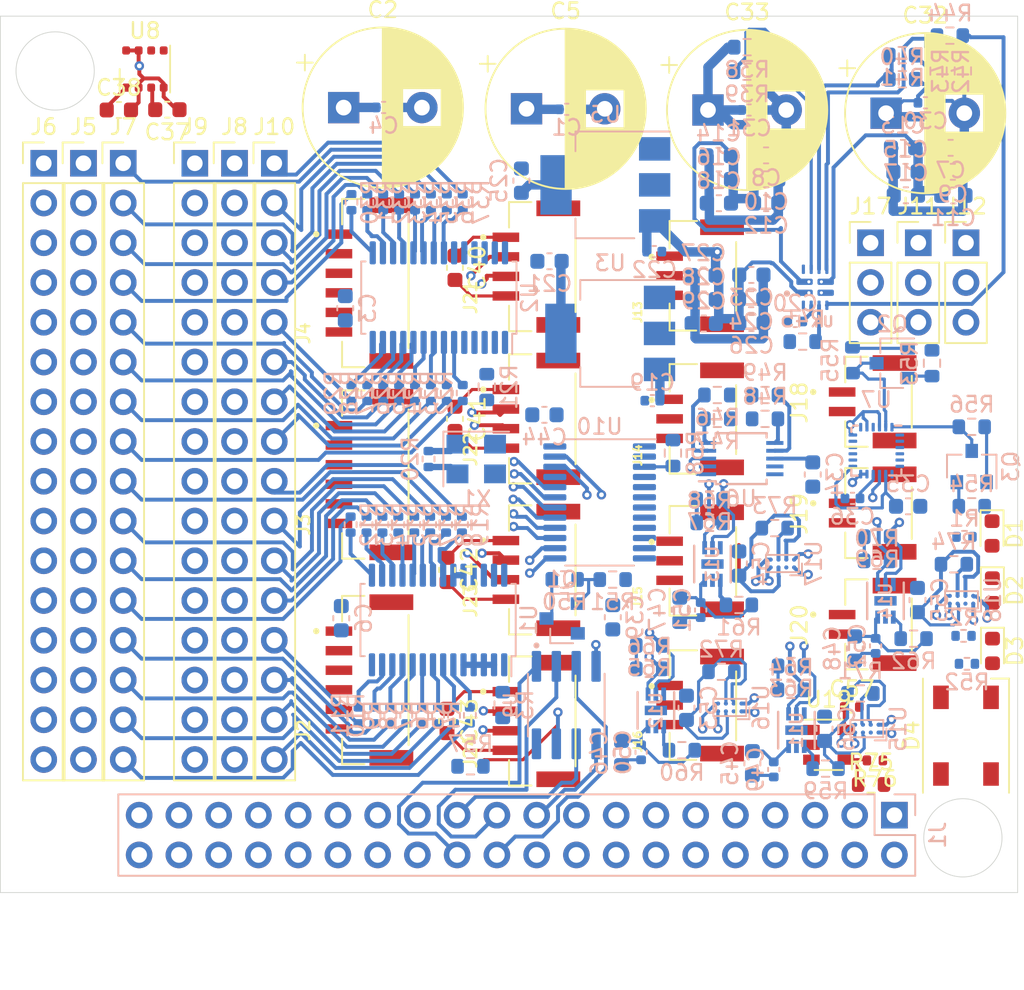
<source format=kicad_pcb>
(kicad_pcb (version 20171130) (host pcbnew "(5.1.7)-1")
  (layers (0 F.Cu signal hide) (1 In1.Cu signal) (2 POWER power hide) (3 GND power hide) (4 In4.Cu signal) (31 B.Cu signal) (34 B.Paste user) (35 F.Paste user) (36 B.SilkS user) (37 F.SilkS user) (38 B.Mask user) (39 F.Mask user) (44 Edge.Cuts user))
  (net 0 "")
  (net 1 GND)
  (net 2 +5V)
  (net 3 /PREG/5VMain)
  (net 4 /PREG/5VAux)
  (net 5 +3V3)
  (net 6 +1V8)
  (net 7 "Net-(D1-Pad2)")
  (net 8 "Net-(D2-Pad2)")
  (net 9 "Net-(D3-Pad2)")
  (net 10 "Net-(D4-Pad4)")
  (net 11 "Net-(D4-Pad2)")
  (net 12 "Net-(J1-Pad40)")
  (net 13 "Net-(J1-Pad38)")
  (net 14 /LEAKIN)
  (net 15 /PI_TXD1)
  (net 16 "Net-(J1-Pad35)")
  (net 17 /PI_RXD2)
  (net 18 /PI_TXD2)
  (net 19 /NEORGBDIN)
  (net 20 /NEODIN)
  (net 21 "Net-(J1-Pad28)")
  (net 22 "Net-(J1-Pad27)")
  (net 23 "Net-(J1-Pad26)")
  (net 24 /CE0)
  (net 25 /SCLK)
  (net 26 /WP)
  (net 27 /MISO)
  (net 28 /MOSI)
  (net 29 "Net-(J1-Pad18)")
  (net 30 /SOFTON)
  (net 31 "Net-(J1-Pad16)")
  (net 32 "Net-(J1-Pad15)")
  (net 33 "Net-(J1-Pad13)")
  (net 34 "Net-(J1-Pad12)")
  (net 35 /PI_RXD1)
  (net 36 /PI_RXD0)
  (net 37 /PI_TXD0)
  (net 38 "Net-(J1-Pad7)")
  (net 39 /PI_SCL)
  (net 40 /PI_SDA)
  (net 41 "Net-(J2-Pad5)")
  (net 42 "Net-(J2-Pad4)")
  (net 43 "Net-(J3-Pad5)")
  (net 44 "Net-(J3-Pad4)")
  (net 45 "Net-(J4-Pad5)")
  (net 46 "Net-(J4-Pad4)")
  (net 47 /PWM/PWM0)
  (net 48 /PWM/PWM1)
  (net 49 /PWM/PWM2)
  (net 50 /PWM/PWM3)
  (net 51 /PWM/PWM4)
  (net 52 /PWM/PWM5)
  (net 53 /PWM/PWM6)
  (net 54 /PWM/PWM7)
  (net 55 /PWM/PWM8)
  (net 56 /PWM/PWM9)
  (net 57 /PWM/PWM10)
  (net 58 /PWM/PWM11)
  (net 59 /PWM/PWM12)
  (net 60 /PWM/PWM13)
  (net 61 /PWM/PWM14)
  (net 62 /PWM/PWM15)
  (net 63 /PWM/PWM16)
  (net 64 /PWM/PWM17)
  (net 65 /PWM/PWM18)
  (net 66 /PWM/PWM19)
  (net 67 /PWM/PWM20)
  (net 68 /PWM/PWM21)
  (net 69 /PWM/PWM22)
  (net 70 /PWM/PWM23)
  (net 71 /PWM/PWM24)
  (net 72 /PWM/PWM25)
  (net 73 /PWM/PWM26)
  (net 74 /PWM/PWM27)
  (net 75 /PWM/PWM28)
  (net 76 /PWM/PWM29)
  (net 77 /PWM/PWM30)
  (net 78 /PWM/PWM31)
  (net 79 /ADS/AIN0)
  (net 80 /ADS/AIN1)
  (net 81 /ADS/AIN2)
  (net 82 /ADS/AIN3)
  (net 83 /LEAK/LEAK_)
  (net 84 /I2C/OSD4)
  (net 85 /I2C/OSC4)
  (net 86 /I2C/OSD5)
  (net 87 /I2C/OSC5)
  (net 88 /I2C/OSD6)
  (net 89 /I2C/OSC6)
  (net 90 /I2C/OSD7)
  (net 91 /I2C/OSC7)
  (net 92 "Net-(Q1-Pad1)")
  (net 93 /IMU/SCL21V8)
  (net 94 /SCIMU)
  (net 95 /IMU/SDL21V8)
  (net 96 /SDIMU)
  (net 97 "Net-(R3-Pad2)")
  (net 98 "Net-(R4-Pad1)")
  (net 99 "Net-(R5-Pad1)")
  (net 100 "Net-(R6-Pad1)")
  (net 101 "Net-(R7-Pad1)")
  (net 102 "Net-(R8-Pad1)")
  (net 103 "Net-(R9-Pad1)")
  (net 104 "Net-(R10-Pad1)")
  (net 105 "Net-(R11-Pad1)")
  (net 106 "Net-(R12-Pad1)")
  (net 107 "Net-(R13-Pad1)")
  (net 108 "Net-(R14-Pad1)")
  (net 109 "Net-(R15-Pad1)")
  (net 110 "Net-(R16-Pad1)")
  (net 111 "Net-(R17-Pad1)")
  (net 112 "Net-(R18-Pad1)")
  (net 113 "Net-(R19-Pad1)")
  (net 114 "Net-(R20-Pad1)")
  (net 115 "Net-(R21-Pad2)")
  (net 116 "Net-(R22-Pad1)")
  (net 117 "Net-(R23-Pad1)")
  (net 118 "Net-(R24-Pad1)")
  (net 119 "Net-(R25-Pad1)")
  (net 120 "Net-(R26-Pad1)")
  (net 121 "Net-(R27-Pad1)")
  (net 122 "Net-(R28-Pad1)")
  (net 123 "Net-(R29-Pad1)")
  (net 124 "Net-(R30-Pad1)")
  (net 125 "Net-(R31-Pad1)")
  (net 126 "Net-(R32-Pad1)")
  (net 127 "Net-(R33-Pad1)")
  (net 128 "Net-(R34-Pad1)")
  (net 129 "Net-(R35-Pad1)")
  (net 130 "Net-(R36-Pad1)")
  (net 131 "Net-(R37-Pad1)")
  (net 132 /PREG/PMUX_OV2)
  (net 133 /PREG/PMUX_OV1)
  (net 134 /PREG/PMUX_PR1)
  (net 135 /PREG/PMUX_ST)
  (net 136 "Net-(R45-Pad1)")
  (net 137 "Net-(R57-Pad1)")
  (net 138 "Net-(R58-Pad1)")
  (net 139 "Net-(R59-Pad1)")
  (net 140 "Net-(R60-Pad1)")
  (net 141 "Net-(R61-Pad1)")
  (net 142 "Net-(R62-Pad1)")
  (net 143 /I2C/SC4)
  (net 144 /I2C/SD4)
  (net 145 /I2C/SC5)
  (net 146 /I2C/SD5)
  (net 147 /I2C/SC6)
  (net 148 /I2C/SD6)
  (net 149 /I2C/SC7)
  (net 150 /I2C/SD7)
  (net 151 "Net-(R71-Pad1)")
  (net 152 "Net-(R72-Pad1)")
  (net 153 "Net-(R73-Pad1)")
  (net 154 "Net-(R74-Pad1)")
  (net 155 "Net-(R75-Pad1)")
  (net 156 /SDPWM)
  (net 157 /SCPWM)
  (net 158 /PWM/PWMCLK)
  (net 159 /SCADS)
  (net 160 /SDADS)
  (net 161 "Net-(U6-Pad2)")
  (net 162 "Net-(U7-Pad21)")
  (net 163 "Net-(U7-Pad19)")
  (net 164 "Net-(U7-Pad17)")
  (net 165 "Net-(U7-Pad16)")
  (net 166 "Net-(U7-Pad15)")
  (net 167 "Net-(U7-Pad14)")
  (net 168 "Net-(U7-Pad7)")
  (net 169 "Net-(U7-Pad6)")
  (net 170 "Net-(U7-Pad5)")
  (net 171 "Net-(U7-Pad4)")
  (net 172 "Net-(U7-Pad3)")
  (net 173 "Net-(U7-Pad2)")
  (net 174 "Net-(U7-Pad1)")
  (net 175 /SCBME)
  (net 176 /SDBME)
  (net 177 "Net-(U11-Pad2)")
  (net 178 "Net-(U12-Pad2)")
  (net 179 "Net-(U13-Pad2)")
  (net 180 "Net-(U14-Pad2)")
  (net 181 "Net-(U19-Pad1)")
  (net 182 "Net-(C20-Pad1)")
  (net 183 "Net-(C36-Pad2)")
  (module Resistor_SMD:R_0402_1005Metric (layer B.Cu) (at 141.2116 84.7092 90)
    (fp_text reference R31 (at 0 1.17 90) (layer B.SilkS) (effects (justify mirror)))
    (fp_text value 220)
    (pad 2 smd roundrect (at 0.51 0 90) (size 0.54 0.64) (layers B.Cu B.Paste B.Mask) (net 75 /PWM/PWM28))
    (pad 1 smd roundrect (at -0.51 0 90) (size 0.54 0.64) (layers B.Cu B.Paste B.Mask) (net 125 "Net-(R31-Pad1)"))
  )
  (module Connector_PinHeader_2.54mm:PinHeader_1x16_P2.54mm_Vertical (layer F.Cu) (at 135.268 82.22)
    (fp_text reference J10 (at 0 -2.33) (layer F.SilkS))
    (fp_text value "PWM Signal Rail 1")
    (pad 16 thru_hole oval (at 0 38.1) (size 1.7 1.7) (drill 1) (layers *.Cu *.Mask) (net 63 /PWM/PWM16))
    (pad 15 thru_hole oval (at 0 35.56) (size 1.7 1.7) (drill 1) (layers *.Cu *.Mask) (net 64 /PWM/PWM17))
    (pad 14 thru_hole oval (at 0 33.02) (size 1.7 1.7) (drill 1) (layers *.Cu *.Mask) (net 65 /PWM/PWM18))
    (pad 13 thru_hole oval (at 0 30.48) (size 1.7 1.7) (drill 1) (layers *.Cu *.Mask) (net 66 /PWM/PWM19))
    (pad 12 thru_hole oval (at 0 27.94) (size 1.7 1.7) (drill 1) (layers *.Cu *.Mask) (net 67 /PWM/PWM20))
    (pad 11 thru_hole oval (at 0 25.4) (size 1.7 1.7) (drill 1) (layers *.Cu *.Mask) (net 68 /PWM/PWM21))
    (pad 10 thru_hole oval (at 0 22.86) (size 1.7 1.7) (drill 1) (layers *.Cu *.Mask) (net 69 /PWM/PWM22))
    (pad 9 thru_hole oval (at 0 20.32) (size 1.7 1.7) (drill 1) (layers *.Cu *.Mask) (net 70 /PWM/PWM23))
    (pad 8 thru_hole oval (at 0 17.78) (size 1.7 1.7) (drill 1) (layers *.Cu *.Mask) (net 71 /PWM/PWM24))
    (pad 7 thru_hole oval (at 0 15.24) (size 1.7 1.7) (drill 1) (layers *.Cu *.Mask) (net 72 /PWM/PWM25))
    (pad 6 thru_hole oval (at 0 12.7) (size 1.7 1.7) (drill 1) (layers *.Cu *.Mask) (net 73 /PWM/PWM26))
    (pad 5 thru_hole oval (at 0 10.16) (size 1.7 1.7) (drill 1) (layers *.Cu *.Mask) (net 74 /PWM/PWM27))
    (pad 4 thru_hole oval (at 0 7.62) (size 1.7 1.7) (drill 1) (layers *.Cu *.Mask) (net 75 /PWM/PWM28))
    (pad 3 thru_hole oval (at 0 5.08) (size 1.7 1.7) (drill 1) (layers *.Cu *.Mask) (net 76 /PWM/PWM29))
    (pad 2 thru_hole oval (at 0 2.54) (size 1.7 1.7) (drill 1) (layers *.Cu *.Mask) (net 77 /PWM/PWM30))
    (pad 1 thru_hole rect (at 0 0) (size 1.7 1.7) (drill 1) (layers *.Cu *.Mask) (net 78 /PWM/PWM31))
  )
  (module Capacitor_THT:CP_Radial_D10.0mm_P5.00mm (layer F.Cu) (at 151.384 78.74)
    (fp_text reference C5 (at 2.5 -6.25) (layer F.SilkS))
    (fp_text value 4700uF)
    (pad 2 thru_hole circle (at 5 0) (size 2 2) (drill 1) (layers *.Cu *.Mask) (net 1 GND))
    (pad 1 thru_hole rect (at 0 0) (size 2 2) (drill 1) (layers *.Cu *.Mask) (net 2 +5V))
  )
  (module TPS2121RUXR:IC_TPS2121RUXR (layer B.Cu) (at 169.8244 90.1446)
    (fp_text reference U4 (at 0.532 2.2064) (layer B.SilkS) (effects (font (size 0.64 0.64)) (justify mirror)))
    (fp_text value TPS2121RUXR)
    (pad 8_1 thru_hole circle (at 0.4 0.35) (size 0.3 0.3) (drill 0.2) (layers *.Cu))
    (pad 7_1 thru_hole circle (at 0.4 -0.35) (size 0.3 0.3) (drill 0.2) (layers *.Cu))
    (pad 2_1 thru_hole circle (at -0.4 -0.35) (size 0.3 0.3) (drill 0.2) (layers *.Cu))
    (pad 1_1 thru_hole circle (at -0.4 0.35) (size 0.3 0.3) (drill 0.2) (layers *.Cu))
    (pad 12 smd roundrect (at -0.75 1.15) (size 0.2 0.6) (layers B.Cu B.Paste) (net 1 GND))
    (pad 11 smd roundrect (at -0.25 1.15) (size 0.2 0.6) (layers B.Cu B.Paste) (net 182 "Net-(C20-Pad1)"))
    (pad 10 smd roundrect (at 0.25 1.15) (size 0.2 0.6) (layers B.Cu B.Paste) (net 136 "Net-(R45-Pad1)"))
    (pad 9 smd roundrect (at 0.75 1.15) (size 0.2 0.6) (layers B.Cu B.Paste) (net 135 /PREG/PMUX_ST))
    (pad 8 smd roundrect (at 0.675 0.35) (size 1.05 0.4) (layers B.Cu B.Paste) (net 2 +5V))
    (pad 7 smd roundrect (at 0.675 -0.35) (size 1.05 0.4) (layers B.Cu B.Paste) (net 3 /PREG/5VMain))
    (pad 6 smd roundrect (at 0.75 -1.15) (size 0.2 0.6) (layers B.Cu B.Paste) (net 134 /PREG/PMUX_PR1))
    (pad 5 smd roundrect (at 0.25 -1.15) (size 0.2 0.6) (layers B.Cu B.Paste) (net 133 /PREG/PMUX_OV1))
    (pad 4 smd roundrect (at -0.25 -1.15) (size 0.2 0.6) (layers B.Cu B.Paste) (net 132 /PREG/PMUX_OV2))
    (pad 3 smd roundrect (at -0.75 -1.15) (size 0.2 0.6) (layers B.Cu B.Paste) (net 5 +3V3))
    (pad 2 smd roundrect (at -0.675 -0.35) (size 1.05 0.4) (layers B.Cu B.Paste) (net 4 /PREG/5VAux))
    (pad 1 smd roundrect (at -0.675 0.35) (size 1.05 0.4) (layers B.Cu B.Paste) (net 2 +5V))
  )
  (module Oscillator:Oscillator_SMD_SeikoEpson_SG8002CE-4Pin_3.2x2.5mm (layer B.Cu) (at 148.1712 101.1176)
    (fp_text reference X1 (at 0 2.55) (layer B.SilkS) (effects (justify mirror)))
    (fp_text value SG-8002CE)
    (pad 4 smd rect (at -1.2 0.95) (size 1.4 1.2) (layers B.Cu B.Paste B.Mask) (net 2 +5V))
    (pad 3 smd rect (at 1.2 0.95) (size 1.4 1.2) (layers B.Cu B.Paste B.Mask) (net 158 /PWM/PWMCLK))
    (pad 2 smd rect (at 1.2 -0.95) (size 1.4 1.2) (layers B.Cu B.Paste B.Mask) (net 1 GND))
    (pad 1 smd rect (at -1.2 -0.95) (size 1.4 1.2) (layers B.Cu B.Paste B.Mask) (net 114 "Net-(R20-Pad1)"))
  )
  (module Package_TO_SOT_SMD:SOT-23-5 (layer F.Cu) (at 170.688 119.38)
    (fp_text reference U19 (at 0 -2.9) (layer F.SilkS))
    (fp_text value SN74LV1T34DBV)
    (pad 5 smd rect (at 1.1 -0.95) (size 1.06 0.65) (layers F.Cu F.Paste F.Mask) (net 5 +3V3))
    (pad 4 smd rect (at 1.1 0.95) (size 1.06 0.65) (layers F.Cu F.Paste F.Mask) (net 155 "Net-(R75-Pad1)"))
    (pad 3 smd rect (at -1.1 0.95) (size 1.06 0.65) (layers F.Cu F.Paste F.Mask) (net 1 GND))
    (pad 2 smd rect (at -1.1 0) (size 1.06 0.65) (layers F.Cu F.Paste F.Mask) (net 20 /NEODIN))
    (pad 1 smd rect (at -1.1 -0.95) (size 1.06 0.65) (layers F.Cu F.Paste F.Mask) (net 181 "Net-(U19-Pad1)"))
  )
  (module Package_BGA:Texas_DSBGA-8_0.9x1.9mm_Layout2x4_P0.5mm (layer B.Cu) (at 179.17922 110.11154 90)
    (fp_text reference U18 (at 0 2 90) (layer B.SilkS) (effects (justify mirror)))
    (fp_text value TXS0102YZP)
    (pad A2 smd circle (at 0.25 0.75 90) (size 0.265 0.265) (layers B.Cu B.Mask) (net 90 /I2C/OSD7))
    (pad A1 smd circle (at -0.25 0.75 90) (size 0.265 0.265) (layers B.Cu B.Mask) (net 91 /I2C/OSC7))
    (pad B1 smd circle (at -0.25 0.25 90) (size 0.265 0.265) (layers B.Cu B.Mask) (net 1 GND))
    (pad B2 smd circle (at 0.25 0.25 90) (size 0.265 0.265) (layers B.Cu B.Mask) (net 5 +3V3))
    (pad C2 smd circle (at 0.25 -0.25 90) (size 0.265 0.265) (layers B.Cu B.Mask) (net 154 "Net-(R74-Pad1)"))
    (pad C1 smd circle (at -0.25 -0.25 90) (size 0.265 0.265) (layers B.Cu B.Mask) (net 5 +3V3))
    (pad D1 smd circle (at -0.25 -0.75 90) (size 0.265 0.265) (layers B.Cu B.Mask) (net 149 /I2C/SC7))
    (pad D2 smd circle (at 0.25 -0.75 90) (size 0.265 0.265) (layers B.Cu B.Mask) (net 150 /I2C/SD7))
  )
  (module Package_BGA:Texas_DSBGA-8_0.9x1.9mm_Layout2x4_P0.5mm (layer B.Cu) (at 167.73398 107.79506 90)
    (fp_text reference U17 (at 0 2 90) (layer B.SilkS) (effects (justify mirror)))
    (fp_text value TXS0102YZP)
    (pad A2 smd circle (at 0.25 0.75 90) (size 0.265 0.265) (layers B.Cu B.Mask) (net 88 /I2C/OSD6))
    (pad A1 smd circle (at -0.25 0.75 90) (size 0.265 0.265) (layers B.Cu B.Mask) (net 89 /I2C/OSC6))
    (pad B1 smd circle (at -0.25 0.25 90) (size 0.265 0.265) (layers B.Cu B.Mask) (net 1 GND))
    (pad B2 smd circle (at 0.25 0.25 90) (size 0.265 0.265) (layers B.Cu B.Mask) (net 5 +3V3))
    (pad C2 smd circle (at 0.25 -0.25 90) (size 0.265 0.265) (layers B.Cu B.Mask) (net 153 "Net-(R73-Pad1)"))
    (pad C1 smd circle (at -0.25 -0.25 90) (size 0.265 0.265) (layers B.Cu B.Mask) (net 5 +3V3))
    (pad D1 smd circle (at -0.25 -0.75 90) (size 0.265 0.265) (layers B.Cu B.Mask) (net 147 /I2C/SC6))
    (pad D2 smd circle (at 0.25 -0.75 90) (size 0.265 0.265) (layers B.Cu B.Mask) (net 148 /I2C/SD6))
  )
  (module Package_BGA:Texas_DSBGA-8_0.9x1.9mm_Layout2x4_P0.5mm (layer B.Cu) (at 164.37356 116.9924 90)
    (fp_text reference U16 (at 0 2 90) (layer B.SilkS) (effects (justify mirror)))
    (fp_text value TXS0102YZP)
    (pad A2 smd circle (at 0.25 0.75 90) (size 0.265 0.265) (layers B.Cu B.Mask) (net 86 /I2C/OSD5))
    (pad A1 smd circle (at -0.25 0.75 90) (size 0.265 0.265) (layers B.Cu B.Mask) (net 87 /I2C/OSC5))
    (pad B1 smd circle (at -0.25 0.25 90) (size 0.265 0.265) (layers B.Cu B.Mask) (net 1 GND))
    (pad B2 smd circle (at 0.25 0.25 90) (size 0.265 0.265) (layers B.Cu B.Mask) (net 5 +3V3))
    (pad C2 smd circle (at 0.25 -0.25 90) (size 0.265 0.265) (layers B.Cu B.Mask) (net 152 "Net-(R72-Pad1)"))
    (pad C1 smd circle (at -0.25 -0.25 90) (size 0.265 0.265) (layers B.Cu B.Mask) (net 5 +3V3))
    (pad D1 smd circle (at -0.25 -0.75 90) (size 0.265 0.265) (layers B.Cu B.Mask) (net 145 /I2C/SC5))
    (pad D2 smd circle (at 0.25 -0.75 90) (size 0.265 0.265) (layers B.Cu B.Mask) (net 146 /I2C/SD5))
  )
  (module Package_BGA:Texas_DSBGA-8_0.9x1.9mm_Layout2x4_P0.5mm (layer B.Cu) (at 173.13148 118.34622 90)
    (fp_text reference U15 (at 0 2 90) (layer B.SilkS) (effects (justify mirror)))
    (fp_text value TXS0102YZP)
    (pad A2 smd circle (at 0.25 0.75 90) (size 0.265 0.265) (layers B.Cu B.Mask) (net 84 /I2C/OSD4))
    (pad A1 smd circle (at -0.25 0.75 90) (size 0.265 0.265) (layers B.Cu B.Mask) (net 85 /I2C/OSC4))
    (pad B1 smd circle (at -0.25 0.25 90) (size 0.265 0.265) (layers B.Cu B.Mask) (net 1 GND))
    (pad B2 smd circle (at 0.25 0.25 90) (size 0.265 0.265) (layers B.Cu B.Mask) (net 5 +3V3))
    (pad C2 smd circle (at 0.25 -0.25 90) (size 0.265 0.265) (layers B.Cu B.Mask) (net 151 "Net-(R71-Pad1)"))
    (pad C1 smd circle (at -0.25 -0.25 90) (size 0.265 0.265) (layers B.Cu B.Mask) (net 5 +3V3))
    (pad D1 smd circle (at -0.25 -0.75 90) (size 0.265 0.265) (layers B.Cu B.Mask) (net 143 /I2C/SC4))
    (pad D2 smd circle (at 0.25 -0.75 90) (size 0.265 0.265) (layers B.Cu B.Mask) (net 144 /I2C/SD4))
  )
  (module footprint:DFN-6_DC (layer B.Cu) (at 174.3202 110.18012 90)
    (fp_text reference U14 (at 0 0 90) (layer B.SilkS) (effects (font (size 0.787402 0.787402)) (justify mirror)))
    (fp_text value LTC4311CDC_TRMPBF)
    (pad 7 smd rect (at 0 0 90) (size 0.6096 1.4224) (layers B.Cu B.Mask) (net 1 GND))
    (pad 6 smd rect (at 1.0414 0.5 90) (size 0.8382 0.3048) (layers B.Cu B.Paste B.Mask) (net 1 GND))
    (pad 5 smd rect (at 1.0414 0 90) (size 0.8382 0.3048) (layers B.Cu B.Paste B.Mask) (net 149 /I2C/SC7))
    (pad 4 smd rect (at 1.0414 -0.5 90) (size 0.8382 0.3048) (layers B.Cu B.Paste B.Mask) (net 150 /I2C/SD7))
    (pad 3 smd rect (at -1.0414 -0.5 90) (size 0.8382 0.3048) (layers B.Cu B.Paste B.Mask) (net 5 +3V3))
    (pad 2 smd rect (at -1.0414 0 90) (size 0.8382 0.3048) (layers B.Cu B.Paste B.Mask) (net 180 "Net-(U14-Pad2)"))
    (pad 1 smd rect (at -1.0414 0.5 90) (size 0.8382 0.3048) (layers B.Cu B.Paste B.Mask) (net 142 "Net-(R62-Pad1)"))
  )
  (module footprint:DFN-6_DC (layer B.Cu) (at 163.26612 107.82808 90)
    (fp_text reference U13 (at 0 0 90) (layer B.SilkS) (effects (font (size 0.787402 0.787402)) (justify mirror)))
    (fp_text value LTC4311CDC_TRMPBF)
    (pad 7 smd rect (at 0 0 90) (size 0.6096 1.4224) (layers B.Cu B.Mask) (net 1 GND))
    (pad 6 smd rect (at 1.0414 0.5 90) (size 0.8382 0.3048) (layers B.Cu B.Paste B.Mask) (net 1 GND))
    (pad 5 smd rect (at 1.0414 0 90) (size 0.8382 0.3048) (layers B.Cu B.Paste B.Mask) (net 147 /I2C/SC6))
    (pad 4 smd rect (at 1.0414 -0.5 90) (size 0.8382 0.3048) (layers B.Cu B.Paste B.Mask) (net 148 /I2C/SD6))
    (pad 3 smd rect (at -1.0414 -0.5 90) (size 0.8382 0.3048) (layers B.Cu B.Paste B.Mask) (net 5 +3V3))
    (pad 2 smd rect (at -1.0414 0 90) (size 0.8382 0.3048) (layers B.Cu B.Paste B.Mask) (net 179 "Net-(U13-Pad2)"))
    (pad 1 smd rect (at -1.0414 0.5 90) (size 0.8382 0.3048) (layers B.Cu B.Paste B.Mask) (net 141 "Net-(R61-Pad1)"))
  )
  (module footprint:DFN-6_DC (layer B.Cu) (at 159.64916 117.18036 90)
    (fp_text reference U12 (at 0 0 90) (layer B.SilkS) (effects (font (size 0.787402 0.787402)) (justify mirror)))
    (fp_text value LTC4311CDC_TRMPBF)
    (pad 7 smd rect (at 0 0 90) (size 0.6096 1.4224) (layers B.Cu B.Mask) (net 1 GND))
    (pad 6 smd rect (at 1.0414 0.5 90) (size 0.8382 0.3048) (layers B.Cu B.Paste B.Mask) (net 1 GND))
    (pad 5 smd rect (at 1.0414 0 90) (size 0.8382 0.3048) (layers B.Cu B.Paste B.Mask) (net 145 /I2C/SC5))
    (pad 4 smd rect (at 1.0414 -0.5 90) (size 0.8382 0.3048) (layers B.Cu B.Paste B.Mask) (net 146 /I2C/SD5))
    (pad 3 smd rect (at -1.0414 -0.5 90) (size 0.8382 0.3048) (layers B.Cu B.Paste B.Mask) (net 5 +3V3))
    (pad 2 smd rect (at -1.0414 0 90) (size 0.8382 0.3048) (layers B.Cu B.Paste B.Mask) (net 178 "Net-(U12-Pad2)"))
    (pad 1 smd rect (at -1.0414 0.5 90) (size 0.8382 0.3048) (layers B.Cu B.Paste B.Mask) (net 140 "Net-(R60-Pad1)"))
  )
  (module footprint:DFN-6_DC (layer B.Cu) (at 168.6306 118.44274 90)
    (fp_text reference U11 (at 0 0 90) (layer B.SilkS) (effects (font (size 0.787402 0.787402)) (justify mirror)))
    (fp_text value LTC4311CDC_TRMPBF)
    (pad 7 smd rect (at 0 0 90) (size 0.6096 1.4224) (layers B.Cu B.Mask) (net 1 GND))
    (pad 6 smd rect (at 1.0414 0.5 90) (size 0.8382 0.3048) (layers B.Cu B.Paste B.Mask) (net 1 GND))
    (pad 5 smd rect (at 1.0414 0 90) (size 0.8382 0.3048) (layers B.Cu B.Paste B.Mask) (net 143 /I2C/SC4))
    (pad 4 smd rect (at 1.0414 -0.5 90) (size 0.8382 0.3048) (layers B.Cu B.Paste B.Mask) (net 144 /I2C/SD4))
    (pad 3 smd rect (at -1.0414 -0.5 90) (size 0.8382 0.3048) (layers B.Cu B.Paste B.Mask) (net 5 +3V3))
    (pad 2 smd rect (at -1.0414 0 90) (size 0.8382 0.3048) (layers B.Cu B.Paste B.Mask) (net 177 "Net-(U11-Pad2)"))
    (pad 1 smd rect (at -1.0414 0.5 90) (size 0.8382 0.3048) (layers B.Cu B.Paste B.Mask) (net 139 "Net-(R59-Pad1)"))
  )
  (module Package_SO:TSSOP-24_4.4x7.8mm_P0.65mm (layer B.Cu) (at 156.05506 103.89108 180)
    (fp_text reference U10 (at 0 4.85) (layer B.SilkS) (effects (justify mirror)))
    (fp_text value TCA9548APWR)
    (pad 24 smd roundrect (at 2.8625 3.575 180) (size 1.475 0.4) (layers B.Cu B.Paste B.Mask) (net 5 +3V3))
    (pad 23 smd roundrect (at 2.8625 2.925 180) (size 1.475 0.4) (layers B.Cu B.Paste B.Mask) (net 40 /PI_SDA))
    (pad 22 smd roundrect (at 2.8625 2.275 180) (size 1.475 0.4) (layers B.Cu B.Paste B.Mask) (net 39 /PI_SCL))
    (pad 21 smd roundrect (at 2.8625 1.625 180) (size 1.475 0.4) (layers B.Cu B.Paste B.Mask) (net 1 GND))
    (pad 20 smd roundrect (at 2.8625 0.975 180) (size 1.475 0.4) (layers B.Cu B.Paste B.Mask) (net 149 /I2C/SC7))
    (pad 19 smd roundrect (at 2.8625 0.325 180) (size 1.475 0.4) (layers B.Cu B.Paste B.Mask) (net 150 /I2C/SD7))
    (pad 18 smd roundrect (at 2.8625 -0.325 180) (size 1.475 0.4) (layers B.Cu B.Paste B.Mask) (net 147 /I2C/SC6))
    (pad 17 smd roundrect (at 2.8625 -0.975 180) (size 1.475 0.4) (layers B.Cu B.Paste B.Mask) (net 148 /I2C/SD6))
    (pad 16 smd roundrect (at 2.8625 -1.625 180) (size 1.475 0.4) (layers B.Cu B.Paste B.Mask) (net 145 /I2C/SC5))
    (pad 15 smd roundrect (at 2.8625 -2.275 180) (size 1.475 0.4) (layers B.Cu B.Paste B.Mask) (net 146 /I2C/SD5))
    (pad 14 smd roundrect (at 2.8625 -2.925 180) (size 1.475 0.4) (layers B.Cu B.Paste B.Mask) (net 143 /I2C/SC4))
    (pad 13 smd roundrect (at 2.8625 -3.575 180) (size 1.475 0.4) (layers B.Cu B.Paste B.Mask) (net 144 /I2C/SD4))
    (pad 12 smd roundrect (at -2.8625 -3.575 180) (size 1.475 0.4) (layers B.Cu B.Paste B.Mask) (net 1 GND))
    (pad 11 smd roundrect (at -2.8625 -2.925 180) (size 1.475 0.4) (layers B.Cu B.Paste B.Mask) (net 94 /SCIMU))
    (pad 10 smd roundrect (at -2.8625 -2.275 180) (size 1.475 0.4) (layers B.Cu B.Paste B.Mask) (net 96 /SDIMU))
    (pad 9 smd roundrect (at -2.8625 -1.625 180) (size 1.475 0.4) (layers B.Cu B.Paste B.Mask) (net 159 /SCADS))
    (pad 8 smd roundrect (at -2.8625 -0.975 180) (size 1.475 0.4) (layers B.Cu B.Paste B.Mask) (net 160 /SDADS))
    (pad 7 smd roundrect (at -2.8625 -0.325 180) (size 1.475 0.4) (layers B.Cu B.Paste B.Mask) (net 175 /SCBME))
    (pad 6 smd roundrect (at -2.8625 0.325 180) (size 1.475 0.4) (layers B.Cu B.Paste B.Mask) (net 176 /SDBME))
    (pad 5 smd roundrect (at -2.8625 0.975 180) (size 1.475 0.4) (layers B.Cu B.Paste B.Mask) (net 157 /SCPWM))
    (pad 4 smd roundrect (at -2.8625 1.625 180) (size 1.475 0.4) (layers B.Cu B.Paste B.Mask) (net 156 /SDPWM))
    (pad 3 smd roundrect (at -2.8625 2.275 180) (size 1.475 0.4) (layers B.Cu B.Paste B.Mask) (net 138 "Net-(R58-Pad1)"))
    (pad 2 smd roundrect (at -2.8625 2.925 180) (size 1.475 0.4) (layers B.Cu B.Paste B.Mask) (net 1 GND))
    (pad 1 smd roundrect (at -2.8625 3.575 180) (size 1.475 0.4) (layers B.Cu B.Paste B.Mask) (net 1 GND))
  )
  (module MB85RS512TPNF-G-JNERE1:SOIC127P600X88-8N (layer B.Cu) (at 153.924 116.84 270)
    (fp_text reference U9 (at -0.000025 3.569585 90) (layer B.SilkS) (effects (font (size 0.803047 0.803047)) (justify mirror)))
    (fp_text value MB85RS512T)
    (pad 8 smd roundrect (at 2.475 1.905 270) (size 1.97 0.6) (layers B.Cu B.Paste B.Mask) (roundrect_rratio 0.15) (net 5 +3V3))
    (pad 7 smd roundrect (at 2.475 0.635 270) (size 1.97 0.6) (layers B.Cu B.Paste B.Mask) (roundrect_rratio 0.15) (net 137 "Net-(R57-Pad1)"))
    (pad 6 smd roundrect (at 2.475 -0.635 270) (size 1.97 0.6) (layers B.Cu B.Paste B.Mask) (roundrect_rratio 0.15) (net 25 /SCLK))
    (pad 5 smd roundrect (at 2.475 -1.905 270) (size 1.97 0.6) (layers B.Cu B.Paste B.Mask) (roundrect_rratio 0.15) (net 28 /MOSI))
    (pad 4 smd roundrect (at -2.475 -1.905 270) (size 1.97 0.6) (layers B.Cu B.Paste B.Mask) (roundrect_rratio 0.15) (net 1 GND))
    (pad 3 smd roundrect (at -2.475 -0.635 270) (size 1.97 0.6) (layers B.Cu B.Paste B.Mask) (roundrect_rratio 0.15) (net 26 /WP))
    (pad 2 smd roundrect (at -2.475 0.635 270) (size 1.97 0.6) (layers B.Cu B.Paste B.Mask) (roundrect_rratio 0.15) (net 27 /MISO))
    (pad 1 smd roundrect (at -2.475 1.905 270) (size 1.97 0.6) (layers B.Cu B.Paste B.Mask) (roundrect_rratio 0.15) (net 24 /CE0))
  )
  (module Package_LGA:Bosch_LGA-8_3x3mm_P0.8mm_ClockwisePinNumbering (layer F.Cu) (at 127 76.2)
    (fp_text reference U8 (at 0 -2.45) (layer F.SilkS))
    (fp_text value BME680)
    (pad 8 smd roundrect (at -1.2 1.1875) (size 0.5 0.525) (layers F.Cu F.Paste F.Mask) (net 5 +3V3))
    (pad 7 smd roundrect (at -0.4 1.1875) (size 0.5 0.525) (layers F.Cu F.Paste F.Mask) (net 1 GND))
    (pad 6 smd roundrect (at 0.4 1.1875) (size 0.5 0.525) (layers F.Cu F.Paste F.Mask) (net 5 +3V3))
    (pad 5 smd roundrect (at 1.2 1.1875) (size 0.5 0.525) (layers F.Cu F.Paste F.Mask) (net 1 GND))
    (pad 4 smd roundrect (at 1.2 -1.1875) (size 0.5 0.525) (layers F.Cu F.Paste F.Mask) (net 175 /SCBME))
    (pad 3 smd roundrect (at 0.4 -1.1875) (size 0.5 0.525) (layers F.Cu F.Paste F.Mask) (net 176 /SDBME))
    (pad 2 smd roundrect (at -0.4 -1.1875) (size 0.5 0.525) (layers F.Cu F.Paste F.Mask) (net 1 GND))
    (pad 1 smd roundrect (at -1.2 -1.1875) (size 0.5 0.525) (layers F.Cu F.Paste F.Mask) (net 1 GND))
  )
  (module Sensor_Motion:InvenSense_QFN-24_3x3mm_P0.4mm (layer B.Cu) (at 173.736 100.584 180)
    (fp_text reference U7 (at 0 3.25) (layer B.SilkS) (effects (justify mirror)))
    (fp_text value ICM-20948)
    (pad 24 smd roundrect (at -1 1.5 90) (size 0.55 0.2) (layers B.Cu B.Paste B.Mask) (net 95 /IMU/SDL21V8))
    (pad 23 smd roundrect (at -0.6 1.5 90) (size 0.55 0.2) (layers B.Cu B.Paste B.Mask) (net 93 /IMU/SCL21V8))
    (pad 22 smd roundrect (at -0.2 1.5 90) (size 0.55 0.2) (layers B.Cu B.Paste B.Mask) (net 1 GND))
    (pad 21 smd roundrect (at 0.2 1.5 90) (size 0.55 0.2) (layers B.Cu B.Paste B.Mask) (net 162 "Net-(U7-Pad21)"))
    (pad 20 smd roundrect (at 0.6 1.5 90) (size 0.55 0.2) (layers B.Cu B.Paste B.Mask) (net 1 GND))
    (pad 19 smd roundrect (at 1 1.5 90) (size 0.55 0.2) (layers B.Cu B.Paste B.Mask) (net 163 "Net-(U7-Pad19)"))
    (pad 18 smd roundrect (at 1.5 1 180) (size 0.55 0.2) (layers B.Cu B.Paste B.Mask) (net 1 GND))
    (pad 17 smd roundrect (at 1.5 0.6 180) (size 0.55 0.2) (layers B.Cu B.Paste B.Mask) (net 164 "Net-(U7-Pad17)"))
    (pad 16 smd roundrect (at 1.5 0.2 180) (size 0.55 0.2) (layers B.Cu B.Paste B.Mask) (net 165 "Net-(U7-Pad16)"))
    (pad 15 smd roundrect (at 1.5 -0.2 180) (size 0.55 0.2) (layers B.Cu B.Paste B.Mask) (net 166 "Net-(U7-Pad15)"))
    (pad 14 smd roundrect (at 1.5 -0.6 180) (size 0.55 0.2) (layers B.Cu B.Paste B.Mask) (net 167 "Net-(U7-Pad14)"))
    (pad 13 smd roundrect (at 1.5 -1 180) (size 0.55 0.2) (layers B.Cu B.Paste B.Mask) (net 6 +1V8))
    (pad 12 smd roundrect (at 1 -1.5 90) (size 0.55 0.2) (layers B.Cu B.Paste B.Mask) (net 1 GND))
    (pad 11 smd roundrect (at 0.6 -1.5 90) (size 0.55 0.2) (layers B.Cu B.Paste B.Mask) (net 1 GND))
    (pad 10 smd roundrect (at 0.2 -1.5 90) (size 0.55 0.2) (layers B.Cu B.Paste B.Mask) (net 183 "Net-(C36-Pad2)"))
    (pad 9 smd roundrect (at -0.2 -1.5 90) (size 0.55 0.2) (layers B.Cu B.Paste B.Mask) (net 1 GND))
    (pad 8 smd roundrect (at -0.6 -1.5 90) (size 0.55 0.2) (layers B.Cu B.Paste B.Mask) (net 6 +1V8))
    (pad 7 smd roundrect (at -1 -1.5 90) (size 0.55 0.2) (layers B.Cu B.Paste B.Mask) (net 168 "Net-(U7-Pad7)"))
    (pad 6 smd roundrect (at -1.5 -1 180) (size 0.55 0.2) (layers B.Cu B.Paste B.Mask) (net 169 "Net-(U7-Pad6)"))
    (pad 5 smd roundrect (at -1.5 -0.6 180) (size 0.55 0.2) (layers B.Cu B.Paste B.Mask) (net 170 "Net-(U7-Pad5)"))
    (pad 4 smd roundrect (at -1.5 -0.2 180) (size 0.55 0.2) (layers B.Cu B.Paste B.Mask) (net 171 "Net-(U7-Pad4)"))
    (pad 3 smd roundrect (at -1.5 0.2 180) (size 0.55 0.2) (layers B.Cu B.Paste B.Mask) (net 172 "Net-(U7-Pad3)"))
    (pad 2 smd roundrect (at -1.5 0.6 180) (size 0.55 0.2) (layers B.Cu B.Paste B.Mask) (net 173 "Net-(U7-Pad2)"))
    (pad 1 smd roundrect (at -1.5 1 180) (size 0.55 0.2) (layers B.Cu B.Paste B.Mask) (net 174 "Net-(U7-Pad1)"))
  )
  (module Package_SO:TSSOP-10_3x3mm_P0.5mm (layer B.Cu) (at 165.1 101.092)
    (fp_text reference U6 (at 0 2.55) (layer B.SilkS) (effects (justify mirror)))
    (fp_text value ADS1015IDGS)
    (pad 10 smd rect (at 2.15 1) (size 1.1 0.25) (layers B.Cu B.Paste B.Mask) (net 159 /SCADS))
    (pad 9 smd rect (at 2.15 0.5) (size 1.1 0.25) (layers B.Cu B.Paste B.Mask) (net 160 /SDADS))
    (pad 8 smd rect (at 2.15 0) (size 1.1 0.25) (layers B.Cu B.Paste B.Mask) (net 2 +5V))
    (pad 7 smd rect (at 2.15 -0.5) (size 1.1 0.25) (layers B.Cu B.Paste B.Mask) (net 82 /ADS/AIN3))
    (pad 6 smd rect (at 2.15 -1) (size 1.1 0.25) (layers B.Cu B.Paste B.Mask) (net 81 /ADS/AIN2))
    (pad 5 smd rect (at -2.15 -1) (size 1.1 0.25) (layers B.Cu B.Paste B.Mask) (net 80 /ADS/AIN1))
    (pad 4 smd rect (at -2.15 -0.5) (size 1.1 0.25) (layers B.Cu B.Paste B.Mask) (net 79 /ADS/AIN0))
    (pad 3 smd rect (at -2.15 0) (size 1.1 0.25) (layers B.Cu B.Paste B.Mask) (net 1 GND))
    (pad 2 smd rect (at -2.15 0.5) (size 1.1 0.25) (layers B.Cu B.Paste B.Mask) (net 161 "Net-(U6-Pad2)"))
    (pad 1 smd rect (at -2.15 1) (size 1.1 0.25) (layers B.Cu B.Paste B.Mask) (net 1 GND))
  )
  (module Package_TO_SOT_SMD:SOT-223-3_TabPin2 (layer B.Cu) (at 156.42082 83.60156 180)
    (fp_text reference U5 (at 0 4.5) (layer B.SilkS) (effects (justify mirror)))
    (fp_text value AMS1117-3.3)
    (pad 1 smd rect (at -3.15 2.3 180) (size 2 1.5) (layers B.Cu B.Paste B.Mask) (net 1 GND))
    (pad 3 smd rect (at -3.15 -2.3 180) (size 2 1.5) (layers B.Cu B.Paste B.Mask) (net 2 +5V))
    (pad 2 smd rect (at -3.15 0 180) (size 2 1.5) (layers B.Cu B.Paste B.Mask) (net 5 +3V3))
    (pad 2 smd rect (at 3.15 0 180) (size 2 3.8) (layers B.Cu B.Paste B.Mask) (net 5 +3V3))
  )
  (module Package_TO_SOT_SMD:SOT-223-3_TabPin2 (layer B.Cu) (at 156.7307 93.09354 180)
    (fp_text reference U3 (at 0 4.5) (layer B.SilkS) (effects (justify mirror)))
    (fp_text value AMS1117-1.8)
    (pad 1 smd rect (at -3.15 2.3 180) (size 2 1.5) (layers B.Cu B.Paste B.Mask) (net 1 GND))
    (pad 3 smd rect (at -3.15 -2.3 180) (size 2 1.5) (layers B.Cu B.Paste B.Mask) (net 5 +3V3))
    (pad 2 smd rect (at -3.15 0 180) (size 2 1.5) (layers B.Cu B.Paste B.Mask) (net 6 +1V8))
    (pad 2 smd rect (at 3.15 0 180) (size 2 3.8) (layers B.Cu B.Paste B.Mask) (net 6 +1V8))
  )
  (module Package_SO:TSSOP-28_4.4x9.7mm_P0.65mm (layer B.Cu) (at 145.7836 90.8052 90)
    (fp_text reference U2 (at 0 5.8 90) (layer B.SilkS) (effects (justify mirror)))
    (fp_text value PCA9685PW)
    (pad 28 smd roundrect (at 2.8625 4.225 90) (size 1.475 0.4) (layers B.Cu B.Paste B.Mask) (net 2 +5V))
    (pad 27 smd roundrect (at 2.8625 3.575 90) (size 1.475 0.4) (layers B.Cu B.Paste B.Mask) (net 156 /SDPWM))
    (pad 26 smd roundrect (at 2.8625 2.925 90) (size 1.475 0.4) (layers B.Cu B.Paste B.Mask) (net 157 /SCPWM))
    (pad 25 smd roundrect (at 2.8625 2.275 90) (size 1.475 0.4) (layers B.Cu B.Paste B.Mask) (net 158 /PWM/PWMCLK))
    (pad 24 smd roundrect (at 2.8625 1.625 90) (size 1.475 0.4) (layers B.Cu B.Paste B.Mask) (net 1 GND))
    (pad 23 smd roundrect (at 2.8625 0.975 90) (size 1.475 0.4) (layers B.Cu B.Paste B.Mask) (net 1 GND))
    (pad 22 smd roundrect (at 2.8625 0.325 90) (size 1.475 0.4) (layers B.Cu B.Paste B.Mask) (net 131 "Net-(R37-Pad1)"))
    (pad 21 smd roundrect (at 2.8625 -0.325 90) (size 1.475 0.4) (layers B.Cu B.Paste B.Mask) (net 130 "Net-(R36-Pad1)"))
    (pad 20 smd roundrect (at 2.8625 -0.975 90) (size 1.475 0.4) (layers B.Cu B.Paste B.Mask) (net 129 "Net-(R35-Pad1)"))
    (pad 19 smd roundrect (at 2.8625 -1.625 90) (size 1.475 0.4) (layers B.Cu B.Paste B.Mask) (net 128 "Net-(R34-Pad1)"))
    (pad 18 smd roundrect (at 2.8625 -2.275 90) (size 1.475 0.4) (layers B.Cu B.Paste B.Mask) (net 127 "Net-(R33-Pad1)"))
    (pad 17 smd roundrect (at 2.8625 -2.925 90) (size 1.475 0.4) (layers B.Cu B.Paste B.Mask) (net 126 "Net-(R32-Pad1)"))
    (pad 16 smd roundrect (at 2.8625 -3.575 90) (size 1.475 0.4) (layers B.Cu B.Paste B.Mask) (net 125 "Net-(R31-Pad1)"))
    (pad 15 smd roundrect (at 2.8625 -4.225 90) (size 1.475 0.4) (layers B.Cu B.Paste B.Mask) (net 124 "Net-(R30-Pad1)"))
    (pad 14 smd roundrect (at -2.8625 -4.225 90) (size 1.475 0.4) (layers B.Cu B.Paste B.Mask) (net 1 GND))
    (pad 13 smd roundrect (at -2.8625 -3.575 90) (size 1.475 0.4) (layers B.Cu B.Paste B.Mask) (net 123 "Net-(R29-Pad1)"))
    (pad 12 smd roundrect (at -2.8625 -2.925 90) (size 1.475 0.4) (layers B.Cu B.Paste B.Mask) (net 122 "Net-(R28-Pad1)"))
    (pad 11 smd roundrect (at -2.8625 -2.275 90) (size 1.475 0.4) (layers B.Cu B.Paste B.Mask) (net 121 "Net-(R27-Pad1)"))
    (pad 10 smd roundrect (at -2.8625 -1.625 90) (size 1.475 0.4) (layers B.Cu B.Paste B.Mask) (net 120 "Net-(R26-Pad1)"))
    (pad 9 smd roundrect (at -2.8625 -0.975 90) (size 1.475 0.4) (layers B.Cu B.Paste B.Mask) (net 119 "Net-(R25-Pad1)"))
    (pad 8 smd roundrect (at -2.8625 -0.325 90) (size 1.475 0.4) (layers B.Cu B.Paste B.Mask) (net 118 "Net-(R24-Pad1)"))
    (pad 7 smd roundrect (at -2.8625 0.325 90) (size 1.475 0.4) (layers B.Cu B.Paste B.Mask) (net 117 "Net-(R23-Pad1)"))
    (pad 6 smd roundrect (at -2.8625 0.975 90) (size 1.475 0.4) (layers B.Cu B.Paste B.Mask) (net 116 "Net-(R22-Pad1)"))
    (pad 5 smd roundrect (at -2.8625 1.625 90) (size 1.475 0.4) (layers B.Cu B.Paste B.Mask) (net 1 GND))
    (pad 4 smd roundrect (at -2.8625 2.275 90) (size 1.475 0.4) (layers B.Cu B.Paste B.Mask) (net 1 GND))
    (pad 3 smd roundrect (at -2.8625 2.925 90) (size 1.475 0.4) (layers B.Cu B.Paste B.Mask) (net 1 GND))
    (pad 2 smd roundrect (at -2.8625 3.575 90) (size 1.475 0.4) (layers B.Cu B.Paste B.Mask) (net 115 "Net-(R21-Pad2)"))
    (pad 1 smd roundrect (at -2.8625 4.225 90) (size 1.475 0.4) (layers B.Cu B.Paste B.Mask) (net 1 GND))
  )
  (module Package_SO:TSSOP-28_4.4x9.7mm_P0.65mm (layer B.Cu) (at 145.7328 111.4046 90)
    (fp_text reference U1 (at 0 5.8 90) (layer B.SilkS) (effects (justify mirror)))
    (fp_text value PCA9685PW)
    (pad 28 smd roundrect (at 2.8625 4.225 90) (size 1.475 0.4) (layers B.Cu B.Paste B.Mask) (net 2 +5V))
    (pad 27 smd roundrect (at 2.8625 3.575 90) (size 1.475 0.4) (layers B.Cu B.Paste B.Mask) (net 156 /SDPWM))
    (pad 26 smd roundrect (at 2.8625 2.925 90) (size 1.475 0.4) (layers B.Cu B.Paste B.Mask) (net 157 /SCPWM))
    (pad 25 smd roundrect (at 2.8625 2.275 90) (size 1.475 0.4) (layers B.Cu B.Paste B.Mask) (net 158 /PWM/PWMCLK))
    (pad 24 smd roundrect (at 2.8625 1.625 90) (size 1.475 0.4) (layers B.Cu B.Paste B.Mask) (net 1 GND))
    (pad 23 smd roundrect (at 2.8625 0.975 90) (size 1.475 0.4) (layers B.Cu B.Paste B.Mask) (net 1 GND))
    (pad 22 smd roundrect (at 2.8625 0.325 90) (size 1.475 0.4) (layers B.Cu B.Paste B.Mask) (net 113 "Net-(R19-Pad1)"))
    (pad 21 smd roundrect (at 2.8625 -0.325 90) (size 1.475 0.4) (layers B.Cu B.Paste B.Mask) (net 112 "Net-(R18-Pad1)"))
    (pad 20 smd roundrect (at 2.8625 -0.975 90) (size 1.475 0.4) (layers B.Cu B.Paste B.Mask) (net 111 "Net-(R17-Pad1)"))
    (pad 19 smd roundrect (at 2.8625 -1.625 90) (size 1.475 0.4) (layers B.Cu B.Paste B.Mask) (net 110 "Net-(R16-Pad1)"))
    (pad 18 smd roundrect (at 2.8625 -2.275 90) (size 1.475 0.4) (layers B.Cu B.Paste B.Mask) (net 109 "Net-(R15-Pad1)"))
    (pad 17 smd roundrect (at 2.8625 -2.925 90) (size 1.475 0.4) (layers B.Cu B.Paste B.Mask) (net 108 "Net-(R14-Pad1)"))
    (pad 16 smd roundrect (at 2.8625 -3.575 90) (size 1.475 0.4) (layers B.Cu B.Paste B.Mask) (net 107 "Net-(R13-Pad1)"))
    (pad 15 smd roundrect (at 2.8625 -4.225 90) (size 1.475 0.4) (layers B.Cu B.Paste B.Mask) (net 106 "Net-(R12-Pad1)"))
    (pad 14 smd roundrect (at -2.8625 -4.225 90) (size 1.475 0.4) (layers B.Cu B.Paste B.Mask) (net 1 GND))
    (pad 13 smd roundrect (at -2.8625 -3.575 90) (size 1.475 0.4) (layers B.Cu B.Paste B.Mask) (net 105 "Net-(R11-Pad1)"))
    (pad 12 smd roundrect (at -2.8625 -2.925 90) (size 1.475 0.4) (layers B.Cu B.Paste B.Mask) (net 104 "Net-(R10-Pad1)"))
    (pad 11 smd roundrect (at -2.8625 -2.275 90) (size 1.475 0.4) (layers B.Cu B.Paste B.Mask) (net 103 "Net-(R9-Pad1)"))
    (pad 10 smd roundrect (at -2.8625 -1.625 90) (size 1.475 0.4) (layers B.Cu B.Paste B.Mask) (net 102 "Net-(R8-Pad1)"))
    (pad 9 smd roundrect (at -2.8625 -0.975 90) (size 1.475 0.4) (layers B.Cu B.Paste B.Mask) (net 101 "Net-(R7-Pad1)"))
    (pad 8 smd roundrect (at -2.8625 -0.325 90) (size 1.475 0.4) (layers B.Cu B.Paste B.Mask) (net 100 "Net-(R6-Pad1)"))
    (pad 7 smd roundrect (at -2.8625 0.325 90) (size 1.475 0.4) (layers B.Cu B.Paste B.Mask) (net 99 "Net-(R5-Pad1)"))
    (pad 6 smd roundrect (at -2.8625 0.975 90) (size 1.475 0.4) (layers B.Cu B.Paste B.Mask) (net 98 "Net-(R4-Pad1)"))
    (pad 5 smd roundrect (at -2.8625 1.625 90) (size 1.475 0.4) (layers B.Cu B.Paste B.Mask) (net 1 GND))
    (pad 4 smd roundrect (at -2.8625 2.275 90) (size 1.475 0.4) (layers B.Cu B.Paste B.Mask) (net 1 GND))
    (pad 3 smd roundrect (at -2.8625 2.925 90) (size 1.475 0.4) (layers B.Cu B.Paste B.Mask) (net 1 GND))
    (pad 2 smd roundrect (at -2.8625 3.575 90) (size 1.475 0.4) (layers B.Cu B.Paste B.Mask) (net 1 GND))
    (pad 1 smd roundrect (at -2.8625 4.225 90) (size 1.475 0.4) (layers B.Cu B.Paste B.Mask) (net 97 "Net-(R3-Pad2)"))
  )
  (module Resistor_SMD:R_0402_1005Metric (layer F.Cu) (at 173.64456 120.37568 180)
    (fp_text reference R76 (at 0 -1.17) (layer F.SilkS))
    (fp_text value 470)
    (pad 2 smd roundrect (at 0.51 0 180) (size 0.54 0.64) (layers F.Cu F.Paste F.Mask) (net 155 "Net-(R75-Pad1)"))
    (pad 1 smd roundrect (at -0.51 0 180) (size 0.54 0.64) (layers F.Cu F.Paste F.Mask) (net 11 "Net-(D4-Pad2)"))
  )
  (module Resistor_SMD:R_0603_1608Metric (layer F.Cu) (at 173.40022 121.91492)
    (fp_text reference R75 (at 0 -1.43) (layer F.SilkS))
    (fp_text value 470)
    (pad 2 smd roundrect (at 0.825 0) (size 0.8 0.95) (layers F.Cu F.Paste F.Mask) (net 19 /NEORGBDIN))
    (pad 1 smd roundrect (at -0.825 0) (size 0.8 0.95) (layers F.Cu F.Paste F.Mask) (net 155 "Net-(R75-Pad1)"))
  )
  (module Resistor_SMD:R_0603_1608Metric (layer B.Cu) (at 178.69154 107.84332 180)
    (fp_text reference R74 (at 0 1.43) (layer B.SilkS) (effects (justify mirror)))
    (fp_text value 10k)
    (pad 2 smd roundrect (at 0.825 0 180) (size 0.8 0.95) (layers B.Cu B.Paste B.Mask) (net 5 +3V3))
    (pad 1 smd roundrect (at -0.825 0 180) (size 0.8 0.95) (layers B.Cu B.Paste B.Mask) (net 154 "Net-(R74-Pad1)"))
  )
  (module Resistor_SMD:R_0603_1608Metric (layer B.Cu) (at 167.24376 105.53192 180)
    (fp_text reference R73 (at 0 1.43 180) (layer B.SilkS) (effects (justify mirror)))
    (fp_text value 10k)
    (pad 2 smd roundrect (at 0.825 0 180) (size 0.8 0.95) (layers B.Cu B.Paste B.Mask) (net 5 +3V3))
    (pad 1 smd roundrect (at -0.825 0 180) (size 0.8 0.95) (layers B.Cu B.Paste B.Mask) (net 153 "Net-(R73-Pad1)"))
  )
  (module Resistor_SMD:R_0603_1608Metric (layer B.Cu) (at 163.83762 114.70894 180)
    (fp_text reference R72 (at 0 1.43) (layer B.SilkS) (effects (justify mirror)))
    (fp_text value 10k)
    (pad 2 smd roundrect (at 0.825 0 180) (size 0.8 0.95) (layers B.Cu B.Paste B.Mask) (net 5 +3V3))
    (pad 1 smd roundrect (at -0.825 0 180) (size 0.8 0.95) (layers B.Cu B.Paste B.Mask) (net 152 "Net-(R72-Pad1)"))
  )
  (module Resistor_SMD:R_0603_1608Metric (layer B.Cu) (at 172.72 116.09832 180)
    (fp_text reference R71 (at 0 1.43) (layer B.SilkS) (effects (justify mirror)))
    (fp_text value 10k)
    (pad 2 smd roundrect (at 0.825 0 180) (size 0.8 0.95) (layers B.Cu B.Paste B.Mask) (net 5 +3V3))
    (pad 1 smd roundrect (at -0.825 0 180) (size 0.8 0.95) (layers B.Cu B.Paste B.Mask) (net 151 "Net-(R71-Pad1)"))
  )
  (module Resistor_SMD:R_0603_1608Metric (layer B.Cu) (at 173.77918 107.62234 180)
    (fp_text reference R70 (at 0 1.43 180) (layer B.SilkS) (effects (justify mirror)))
    (fp_text value 10k)
    (pad 2 smd roundrect (at 0.825 0 180) (size 0.8 0.95) (layers B.Cu B.Paste B.Mask) (net 5 +3V3))
    (pad 1 smd roundrect (at -0.825 0 180) (size 0.8 0.95) (layers B.Cu B.Paste B.Mask) (net 150 /I2C/SD7))
  )
  (module Resistor_SMD:R_0603_1608Metric (layer B.Cu) (at 173.78934 106.08564)
    (fp_text reference R69 (at 0 1.43) (layer B.SilkS) (effects (justify mirror)))
    (fp_text value 10k)
    (pad 2 smd roundrect (at 0.825 0) (size 0.8 0.95) (layers B.Cu B.Paste B.Mask) (net 149 /I2C/SC7))
    (pad 1 smd roundrect (at -0.825 0) (size 0.8 0.95) (layers B.Cu B.Paste B.Mask) (net 5 +3V3))
  )
  (module Resistor_SMD:R_0603_1608Metric (layer B.Cu) (at 163.08324 105.19664 180)
    (fp_text reference R68 (at 0 1.43) (layer B.SilkS) (effects (justify mirror)))
    (fp_text value 10k)
    (pad 2 smd roundrect (at 0.825 0 180) (size 0.8 0.95) (layers B.Cu B.Paste B.Mask) (net 5 +3V3))
    (pad 1 smd roundrect (at -0.825 0 180) (size 0.8 0.95) (layers B.Cu B.Paste B.Mask) (net 148 /I2C/SD6))
  )
  (module Resistor_SMD:R_0603_1608Metric (layer B.Cu) (at 163.08578 103.6955)
    (fp_text reference R67 (at 0 1.43) (layer B.SilkS) (effects (justify mirror)))
    (fp_text value 10k)
    (pad 2 smd roundrect (at 0.825 0) (size 0.8 0.95) (layers B.Cu B.Paste B.Mask) (net 147 /I2C/SC6))
    (pad 1 smd roundrect (at -0.825 0) (size 0.8 0.95) (layers B.Cu B.Paste B.Mask) (net 5 +3V3))
  )
  (module Resistor_SMD:R_0603_1608Metric (layer B.Cu) (at 159.22498 114.52352 180)
    (fp_text reference R66 (at 0 1.43) (layer B.SilkS) (effects (justify mirror)))
    (fp_text value 10k)
    (pad 2 smd roundrect (at 0.825 0 180) (size 0.8 0.95) (layers B.Cu B.Paste B.Mask) (net 5 +3V3))
    (pad 1 smd roundrect (at -0.825 0 180) (size 0.8 0.95) (layers B.Cu B.Paste B.Mask) (net 146 /I2C/SD5))
  )
  (module Resistor_SMD:R_0603_1608Metric (layer B.Cu) (at 159.22498 113.02492)
    (fp_text reference R65 (at 0 1.43) (layer B.SilkS) (effects (justify mirror)))
    (fp_text value 10k)
    (pad 2 smd roundrect (at 0.825 0) (size 0.8 0.95) (layers B.Cu B.Paste B.Mask) (net 145 /I2C/SC5))
    (pad 1 smd roundrect (at -0.825 0) (size 0.8 0.95) (layers B.Cu B.Paste B.Mask) (net 5 +3V3))
  )
  (module Resistor_SMD:R_0603_1608Metric (layer B.Cu) (at 168.27754 115.86718 180)
    (fp_text reference R64 (at 0 1.43) (layer B.SilkS) (effects (justify mirror)))
    (fp_text value 10k)
    (pad 2 smd roundrect (at 0.825 0 180) (size 0.8 0.95) (layers B.Cu B.Paste B.Mask) (net 5 +3V3))
    (pad 1 smd roundrect (at -0.825 0 180) (size 0.8 0.95) (layers B.Cu B.Paste B.Mask) (net 144 /I2C/SD4))
  )
  (module Resistor_SMD:R_0603_1608Metric (layer B.Cu) (at 168.28262 114.34064)
    (fp_text reference R63 (at 0 1.43) (layer B.SilkS) (effects (justify mirror)))
    (fp_text value 10k)
    (pad 2 smd roundrect (at 0.825 0) (size 0.8 0.95) (layers B.Cu B.Paste B.Mask) (net 143 /I2C/SC4))
    (pad 1 smd roundrect (at -0.825 0) (size 0.8 0.95) (layers B.Cu B.Paste B.Mask) (net 5 +3V3))
  )
  (module Resistor_SMD:R_0603_1608Metric (layer B.Cu) (at 176.11852 112.59566)
    (fp_text reference R62 (at 0 1.43) (layer B.SilkS) (effects (justify mirror)))
    (fp_text value 10k)
    (pad 2 smd roundrect (at 0.825 0) (size 0.8 0.95) (layers B.Cu B.Paste B.Mask) (net 5 +3V3))
    (pad 1 smd roundrect (at -0.825 0) (size 0.8 0.95) (layers B.Cu B.Paste B.Mask) (net 142 "Net-(R62-Pad1)"))
  )
  (module Resistor_SMD:R_0603_1608Metric (layer B.Cu) (at 164.95522 110.44174)
    (fp_text reference R61 (at 0 1.43 180) (layer B.SilkS) (effects (justify mirror)))
    (fp_text value 10k)
    (pad 2 smd roundrect (at 0.825 0) (size 0.8 0.95) (layers B.Cu B.Paste B.Mask) (net 5 +3V3))
    (pad 1 smd roundrect (at -0.825 0) (size 0.8 0.95) (layers B.Cu B.Paste B.Mask) (net 141 "Net-(R61-Pad1)"))
  )
  (module Resistor_SMD:R_0603_1608Metric (layer B.Cu) (at 161.30982 119.72544)
    (fp_text reference R60 (at 0 1.43) (layer B.SilkS) (effects (justify mirror)))
    (fp_text value 10k)
    (pad 2 smd roundrect (at 0.825 0) (size 0.8 0.95) (layers B.Cu B.Paste B.Mask) (net 5 +3V3))
    (pad 1 smd roundrect (at -0.825 0) (size 0.8 0.95) (layers B.Cu B.Paste B.Mask) (net 140 "Net-(R60-Pad1)"))
  )
  (module Resistor_SMD:R_0603_1608Metric (layer B.Cu) (at 170.49242 120.89892)
    (fp_text reference R59 (at 0 1.43) (layer B.SilkS) (effects (justify mirror)))
    (fp_text value 10k)
    (pad 2 smd roundrect (at 0.825 0) (size 0.8 0.95) (layers B.Cu B.Paste B.Mask) (net 5 +3V3))
    (pad 1 smd roundrect (at -0.825 0) (size 0.8 0.95) (layers B.Cu B.Paste B.Mask) (net 139 "Net-(R59-Pad1)"))
  )
  (module Resistor_SMD:R_0603_1608Metric (layer B.Cu) (at 160.73882 100.7364 90)
    (fp_text reference R58 (at 0 1.43 90) (layer B.SilkS) (effects (justify mirror)))
    (fp_text value 10k)
    (pad 2 smd roundrect (at 0.825 0 90) (size 0.8 0.95) (layers B.Cu B.Paste B.Mask) (net 5 +3V3))
    (pad 1 smd roundrect (at -0.825 0 90) (size 0.8 0.95) (layers B.Cu B.Paste B.Mask) (net 138 "Net-(R58-Pad1)"))
  )
  (module Resistor_SMD:R_0603_1608Metric (layer B.Cu) (at 147.8026 120.7516 180)
    (fp_text reference R57 (at 0 1.43) (layer B.SilkS) (effects (justify mirror)))
    (fp_text value 10k)
    (pad 2 smd roundrect (at 0.825 0 180) (size 0.8 0.95) (layers B.Cu B.Paste B.Mask) (net 5 +3V3))
    (pad 1 smd roundrect (at -0.825 0 180) (size 0.8 0.95) (layers B.Cu B.Paste B.Mask) (net 137 "Net-(R57-Pad1)"))
  )
  (module Resistor_SMD:R_0603_1608Metric (layer B.Cu) (at 179.832 99.06 180)
    (fp_text reference R56 (at 0 1.43) (layer B.SilkS) (effects (justify mirror)))
    (fp_text value 10k)
    (pad 2 smd roundrect (at 0.825 0 180) (size 0.8 0.95) (layers B.Cu B.Paste B.Mask) (net 95 /IMU/SDL21V8))
    (pad 1 smd roundrect (at -0.825 0 180) (size 0.8 0.95) (layers B.Cu B.Paste B.Mask) (net 6 +1V8))
  )
  (module Resistor_SMD:R_0603_1608Metric (layer B.Cu) (at 172.212 94.805 270)
    (fp_text reference R55 (at 0 1.43 270) (layer B.SilkS) (effects (justify mirror)))
    (fp_text value 10k)
    (pad 2 smd roundrect (at 0.825 0 270) (size 0.8 0.95) (layers B.Cu B.Paste B.Mask) (net 93 /IMU/SCL21V8))
    (pad 1 smd roundrect (at -0.825 0 270) (size 0.8 0.95) (layers B.Cu B.Paste B.Mask) (net 6 +1V8))
  )
  (module Resistor_SMD:R_0603_1608Metric (layer B.Cu) (at 179.832 104.14 180)
    (fp_text reference R54 (at 0 1.43) (layer B.SilkS) (effects (justify mirror)))
    (fp_text value 10k)
    (pad 2 smd roundrect (at 0.825 0 180) (size 0.8 0.95) (layers B.Cu B.Paste B.Mask) (net 96 /SDIMU))
    (pad 1 smd roundrect (at -0.825 0 180) (size 0.8 0.95) (layers B.Cu B.Paste B.Mask) (net 5 +3V3))
  )
  (module Resistor_SMD:R_0603_1608Metric (layer B.Cu) (at 177.292 94.996 270)
    (fp_text reference R53 (at 0 1.43 90) (layer B.SilkS) (effects (justify mirror)))
    (fp_text value 10k)
    (pad 2 smd roundrect (at 0.825 0 270) (size 0.8 0.95) (layers B.Cu B.Paste B.Mask) (net 94 /SCIMU))
    (pad 1 smd roundrect (at -0.825 0 270) (size 0.8 0.95) (layers B.Cu B.Paste B.Mask) (net 5 +3V3))
  )
  (module Resistor_SMD:R_0402_1005Metric (layer B.Cu) (at 179.52466 114.20348)
    (fp_text reference R52 (at 0 1.17) (layer B.SilkS) (effects (justify mirror)))
    (fp_text value 220)
    (pad 2 smd roundrect (at 0.51 0) (size 0.54 0.64) (layers B.Cu B.Paste B.Mask) (net 9 "Net-(D3-Pad2)"))
    (pad 1 smd roundrect (at -0.51 0) (size 0.54 0.64) (layers B.Cu B.Paste B.Mask) (net 14 /LEAKIN))
  )
  (module Resistor_SMD:R_0603_1608Metric (layer B.Cu) (at 156.89072 108.82122)
    (fp_text reference R51 (at 0 1.43) (layer B.SilkS) (effects (justify mirror)))
    (fp_text value 1K)
    (pad 2 smd roundrect (at 0.825 0) (size 0.8 0.95) (layers B.Cu B.Paste B.Mask) (net 83 /LEAK/LEAK_))
    (pad 1 smd roundrect (at -0.825 0) (size 0.8 0.95) (layers B.Cu B.Paste B.Mask) (net 92 "Net-(Q1-Pad1)"))
  )
  (module Resistor_SMD:R_0603_1608Metric (layer B.Cu) (at 153.8224 108.81106)
    (fp_text reference R50 (at 0 1.43) (layer B.SilkS) (effects (justify mirror)))
    (fp_text value 20K)
    (pad 2 smd roundrect (at 0.825 0) (size 0.8 0.95) (layers B.Cu B.Paste B.Mask) (net 92 "Net-(Q1-Pad1)"))
    (pad 1 smd roundrect (at -0.825 0) (size 0.8 0.95) (layers B.Cu B.Paste B.Mask) (net 5 +3V3))
  )
  (module Resistor_SMD:R_0603_1608Metric (layer B.Cu) (at 166.624 97.028 180)
    (fp_text reference R49 (at 0 1.43) (layer B.SilkS) (effects (justify mirror)))
    (fp_text value 470k)
    (pad 2 smd roundrect (at 0.825 0 180) (size 0.8 0.95) (layers B.Cu B.Paste B.Mask) (net 1 GND))
    (pad 1 smd roundrect (at -0.825 0 180) (size 0.8 0.95) (layers B.Cu B.Paste B.Mask) (net 82 /ADS/AIN3))
  )
  (module Resistor_SMD:R_0603_1608Metric (layer B.Cu) (at 166.624 98.552 180)
    (fp_text reference R48 (at 0 1.43) (layer B.SilkS) (effects (justify mirror)))
    (fp_text value 470k)
    (pad 2 smd roundrect (at 0.825 0 180) (size 0.8 0.95) (layers B.Cu B.Paste B.Mask) (net 1 GND))
    (pad 1 smd roundrect (at -0.825 0 180) (size 0.8 0.95) (layers B.Cu B.Paste B.Mask) (net 81 /ADS/AIN2))
  )
  (module Resistor_SMD:R_0603_1608Metric (layer B.Cu) (at 163.576 98.552)
    (fp_text reference R47 (at 0 1.43) (layer B.SilkS) (effects (justify mirror)))
    (fp_text value 470k)
    (pad 2 smd roundrect (at 0.825 0) (size 0.8 0.95) (layers B.Cu B.Paste B.Mask) (net 1 GND))
    (pad 1 smd roundrect (at -0.825 0) (size 0.8 0.95) (layers B.Cu B.Paste B.Mask) (net 80 /ADS/AIN1))
  )
  (module Resistor_SMD:R_0603_1608Metric (layer B.Cu) (at 163.576 97.028)
    (fp_text reference R46 (at 0 1.43) (layer B.SilkS) (effects (justify mirror)))
    (fp_text value 470k)
    (pad 2 smd roundrect (at 0.825 0) (size 0.8 0.95) (layers B.Cu B.Paste B.Mask) (net 1 GND))
    (pad 1 smd roundrect (at -0.825 0) (size 0.8 0.95) (layers B.Cu B.Paste B.Mask) (net 79 /ADS/AIN0))
  )
  (module Resistor_SMD:R_0603_1608Metric (layer B.Cu) (at 169.02938 93.61424 180)
    (fp_text reference R45 (at 0 1.43) (layer B.SilkS) (effects (justify mirror)))
    (fp_text value 19.6k)
    (pad 2 smd roundrect (at 0.825 0 180) (size 0.8 0.95) (layers B.Cu B.Paste B.Mask) (net 1 GND))
    (pad 1 smd roundrect (at -0.825 0 180) (size 0.8 0.95) (layers B.Cu B.Paste B.Mask) (net 136 "Net-(R45-Pad1)"))
  )
  (module Resistor_SMD:R_0603_1608Metric (layer B.Cu) (at 178.435 74.0664 180)
    (fp_text reference R44 (at 0 1.43) (layer B.SilkS) (effects (justify mirror)))
    (fp_text value 36.5k)
    (pad 2 smd roundrect (at 0.825 0 180) (size 0.8 0.95) (layers B.Cu B.Paste B.Mask) (net 134 /PREG/PMUX_PR1))
    (pad 1 smd roundrect (at -0.825 0 180) (size 0.8 0.95) (layers B.Cu B.Paste B.Mask) (net 135 /PREG/PMUX_ST))
  )
  (module Resistor_SMD:R_0603_1608Metric (layer B.Cu) (at 179.26558 76.32192 270)
    (fp_text reference R43 (at 0 1.43 90) (layer B.SilkS) (effects (justify mirror)))
    (fp_text value 10.2k)
    (pad 2 smd roundrect (at 0.825 0 270) (size 0.8 0.95) (layers B.Cu B.Paste B.Mask) (net 1 GND))
    (pad 1 smd roundrect (at -0.825 0 270) (size 0.8 0.95) (layers B.Cu B.Paste B.Mask) (net 134 /PREG/PMUX_PR1))
  )
  (module Resistor_SMD:R_0603_1608Metric (layer B.Cu) (at 177.7111 76.33208 90)
    (fp_text reference R42 (at 0 1.43 90) (layer B.SilkS) (effects (justify mirror)))
    (fp_text value 4.32k)
    (pad 2 smd roundrect (at 0.825 0 90) (size 0.8 0.95) (layers B.Cu B.Paste B.Mask) (net 134 /PREG/PMUX_PR1))
    (pad 1 smd roundrect (at -0.825 0 90) (size 0.8 0.95) (layers B.Cu B.Paste B.Mask) (net 3 /PREG/5VMain))
  )
  (module Resistor_SMD:R_0603_1608Metric (layer B.Cu) (at 175.38954 75.311)
    (fp_text reference R41 (at 0 1.43) (layer B.SilkS) (effects (justify mirror)))
    (fp_text value 1.15k)
    (pad 2 smd roundrect (at 0.825 0) (size 0.8 0.95) (layers B.Cu B.Paste B.Mask) (net 1 GND))
    (pad 1 smd roundrect (at -0.825 0) (size 0.8 0.95) (layers B.Cu B.Paste B.Mask) (net 133 /PREG/PMUX_OV1))
  )
  (module Resistor_SMD:R_0603_1608Metric (layer B.Cu) (at 175.39462 76.85278 180)
    (fp_text reference R40 (at 0 1.43) (layer B.SilkS) (effects (justify mirror)))
    (fp_text value 4.99K)
    (pad 2 smd roundrect (at 0.825 0 180) (size 0.8 0.95) (layers B.Cu B.Paste B.Mask) (net 133 /PREG/PMUX_OV1))
    (pad 1 smd roundrect (at -0.825 0 180) (size 0.8 0.95) (layers B.Cu B.Paste B.Mask) (net 3 /PREG/5VMain))
  )
  (module Resistor_SMD:R_0603_1608Metric (layer B.Cu) (at 165.47338 76.37018)
    (fp_text reference R39 (at 0 1.43) (layer B.SilkS) (effects (justify mirror)))
    (fp_text value 1.15k)
    (pad 2 smd roundrect (at 0.825 0) (size 0.8 0.95) (layers B.Cu B.Paste B.Mask) (net 1 GND))
    (pad 1 smd roundrect (at -0.825 0) (size 0.8 0.95) (layers B.Cu B.Paste B.Mask) (net 132 /PREG/PMUX_OV2))
  )
  (module Resistor_SMD:R_0603_1608Metric (layer B.Cu) (at 165.481 74.803)
    (fp_text reference R38 (at 0 1.43) (layer B.SilkS) (effects (justify mirror)))
    (fp_text value 4.99k)
    (pad 2 smd roundrect (at 0.825 0) (size 0.8 0.95) (layers B.Cu B.Paste B.Mask) (net 132 /PREG/PMUX_OV2))
    (pad 1 smd roundrect (at -0.825 0) (size 0.8 0.95) (layers B.Cu B.Paste B.Mask) (net 4 /PREG/5VAux))
  )
  (module Resistor_SMD:R_0402_1005Metric (layer B.Cu) (at 147.3076 84.7092 90)
    (fp_text reference R37 (at 0 1.17 90) (layer B.SilkS) (effects (justify mirror)))
    (fp_text value 220)
    (pad 2 smd roundrect (at 0.51 0 90) (size 0.54 0.64) (layers B.Cu B.Paste B.Mask) (net 78 /PWM/PWM31))
    (pad 1 smd roundrect (at -0.51 0 90) (size 0.54 0.64) (layers B.Cu B.Paste B.Mask) (net 131 "Net-(R37-Pad1)"))
  )
  (module Resistor_SMD:R_0402_1005Metric (layer B.Cu) (at 146.2916 84.7092 90)
    (fp_text reference R36 (at 0 1.17 90) (layer B.SilkS) (effects (justify mirror)))
    (fp_text value 220)
    (pad 2 smd roundrect (at 0.51 0 90) (size 0.54 0.64) (layers B.Cu B.Paste B.Mask) (net 62 /PWM/PWM15))
    (pad 1 smd roundrect (at -0.51 0 90) (size 0.54 0.64) (layers B.Cu B.Paste B.Mask) (net 130 "Net-(R36-Pad1)"))
  )
  (module Resistor_SMD:R_0402_1005Metric (layer B.Cu) (at 145.2756 84.7092 90)
    (fp_text reference R35 (at 0 1.17 90) (layer B.SilkS) (effects (justify mirror)))
    (fp_text value 220)
    (pad 2 smd roundrect (at 0.51 0 90) (size 0.54 0.64) (layers B.Cu B.Paste B.Mask) (net 77 /PWM/PWM30))
    (pad 1 smd roundrect (at -0.51 0 90) (size 0.54 0.64) (layers B.Cu B.Paste B.Mask) (net 129 "Net-(R35-Pad1)"))
  )
  (module Resistor_SMD:R_0402_1005Metric (layer B.Cu) (at 144.2596 84.7092 90)
    (fp_text reference R34 (at 0 1.17 90) (layer B.SilkS) (effects (justify mirror)))
    (fp_text value 220)
    (pad 2 smd roundrect (at 0.51 0 90) (size 0.54 0.64) (layers B.Cu B.Paste B.Mask) (net 61 /PWM/PWM14))
    (pad 1 smd roundrect (at -0.51 0 90) (size 0.54 0.64) (layers B.Cu B.Paste B.Mask) (net 128 "Net-(R34-Pad1)"))
  )
  (module Resistor_SMD:R_0402_1005Metric (layer B.Cu) (at 143.2436 84.7092 90)
    (fp_text reference R33 (at 0 1.17 90) (layer B.SilkS) (effects (justify mirror)))
    (fp_text value 220)
    (pad 2 smd roundrect (at 0.51 0 90) (size 0.54 0.64) (layers B.Cu B.Paste B.Mask) (net 76 /PWM/PWM29))
    (pad 1 smd roundrect (at -0.51 0 90) (size 0.54 0.64) (layers B.Cu B.Paste B.Mask) (net 127 "Net-(R33-Pad1)"))
  )
  (module Resistor_SMD:R_0402_1005Metric (layer B.Cu) (at 142.2276 84.7092 90)
    (fp_text reference R32 (at 0 1.17 90) (layer B.SilkS) (effects (justify mirror)))
    (fp_text value 220)
    (pad 2 smd roundrect (at 0.51 0 90) (size 0.54 0.64) (layers B.Cu B.Paste B.Mask) (net 60 /PWM/PWM13))
    (pad 1 smd roundrect (at -0.51 0 90) (size 0.54 0.64) (layers B.Cu B.Paste B.Mask) (net 126 "Net-(R32-Pad1)"))
  )
  (module Resistor_SMD:R_0402_1005Metric (layer B.Cu) (at 140.1956 84.7092 90)
    (fp_text reference R30 (at 0 1.17 90) (layer B.SilkS) (effects (justify mirror)))
    (fp_text value 220)
    (pad 2 smd roundrect (at 0.51 0 90) (size 0.54 0.64) (layers B.Cu B.Paste B.Mask) (net 59 /PWM/PWM12))
    (pad 1 smd roundrect (at -0.51 0 90) (size 0.54 0.64) (layers B.Cu B.Paste B.Mask) (net 124 "Net-(R30-Pad1)"))
  )
  (module Resistor_SMD:R_0402_1005Metric (layer B.Cu) (at 140.1956 96.9012 270)
    (fp_text reference R29 (at 0 1.17 90) (layer B.SilkS) (effects (justify mirror)))
    (fp_text value 220)
    (pad 2 smd roundrect (at 0.51 0 270) (size 0.54 0.64) (layers B.Cu B.Paste B.Mask) (net 74 /PWM/PWM27))
    (pad 1 smd roundrect (at -0.51 0 270) (size 0.54 0.64) (layers B.Cu B.Paste B.Mask) (net 123 "Net-(R29-Pad1)"))
  )
  (module Resistor_SMD:R_0402_1005Metric (layer B.Cu) (at 141.2116 96.8992 270)
    (fp_text reference R28 (at 0 1.17 90) (layer B.SilkS) (effects (justify mirror)))
    (fp_text value 220)
    (pad 2 smd roundrect (at 0.51 0 270) (size 0.54 0.64) (layers B.Cu B.Paste B.Mask) (net 58 /PWM/PWM11))
    (pad 1 smd roundrect (at -0.51 0 270) (size 0.54 0.64) (layers B.Cu B.Paste B.Mask) (net 122 "Net-(R28-Pad1)"))
  )
  (module Resistor_SMD:R_0402_1005Metric (layer B.Cu) (at 142.2276 96.9012 270)
    (fp_text reference R27 (at 0 1.17 90) (layer B.SilkS) (effects (justify mirror)))
    (fp_text value 220)
    (pad 2 smd roundrect (at 0.51 0 270) (size 0.54 0.64) (layers B.Cu B.Paste B.Mask) (net 73 /PWM/PWM26))
    (pad 1 smd roundrect (at -0.51 0 270) (size 0.54 0.64) (layers B.Cu B.Paste B.Mask) (net 121 "Net-(R27-Pad1)"))
  )
  (module Resistor_SMD:R_0402_1005Metric (layer B.Cu) (at 143.2436 96.9012 270)
    (fp_text reference R26 (at 0 1.17 90) (layer B.SilkS) (effects (justify mirror)))
    (fp_text value 220)
    (pad 2 smd roundrect (at 0.51 0 270) (size 0.54 0.64) (layers B.Cu B.Paste B.Mask) (net 57 /PWM/PWM10))
    (pad 1 smd roundrect (at -0.51 0 270) (size 0.54 0.64) (layers B.Cu B.Paste B.Mask) (net 120 "Net-(R26-Pad1)"))
  )
  (module Resistor_SMD:R_0402_1005Metric (layer B.Cu) (at 144.2596 96.9012 270)
    (fp_text reference R25 (at 0 1.17 90) (layer B.SilkS) (effects (justify mirror)))
    (fp_text value 220)
    (pad 2 smd roundrect (at 0.51 0 270) (size 0.54 0.64) (layers B.Cu B.Paste B.Mask) (net 72 /PWM/PWM25))
    (pad 1 smd roundrect (at -0.51 0 270) (size 0.54 0.64) (layers B.Cu B.Paste B.Mask) (net 119 "Net-(R25-Pad1)"))
  )
  (module Resistor_SMD:R_0402_1005Metric (layer B.Cu) (at 145.2756 96.9012 270)
    (fp_text reference R24 (at 0 1.17 90) (layer B.SilkS) (effects (justify mirror)))
    (fp_text value 220)
    (pad 2 smd roundrect (at 0.51 0 270) (size 0.54 0.64) (layers B.Cu B.Paste B.Mask) (net 56 /PWM/PWM9))
    (pad 1 smd roundrect (at -0.51 0 270) (size 0.54 0.64) (layers B.Cu B.Paste B.Mask) (net 118 "Net-(R24-Pad1)"))
  )
  (module Resistor_SMD:R_0402_1005Metric (layer B.Cu) (at 146.2916 96.9012 270)
    (fp_text reference R23 (at 0 1.17 90) (layer B.SilkS) (effects (justify mirror)))
    (fp_text value 220)
    (pad 2 smd roundrect (at 0.51 0 270) (size 0.54 0.64) (layers B.Cu B.Paste B.Mask) (net 71 /PWM/PWM24))
    (pad 1 smd roundrect (at -0.51 0 270) (size 0.54 0.64) (layers B.Cu B.Paste B.Mask) (net 117 "Net-(R23-Pad1)"))
  )
  (module Resistor_SMD:R_0402_1005Metric (layer B.Cu) (at 147.3076 96.9012 270)
    (fp_text reference R22 (at 0 1.17 90) (layer B.SilkS) (effects (justify mirror)))
    (fp_text value 220)
    (pad 2 smd roundrect (at 0.51 0 270) (size 0.54 0.64) (layers B.Cu B.Paste B.Mask) (net 55 /PWM/PWM8))
    (pad 1 smd roundrect (at -0.51 0 270) (size 0.54 0.64) (layers B.Cu B.Paste B.Mask) (net 116 "Net-(R22-Pad1)"))
  )
  (module Resistor_SMD:R_0603_1608Metric (layer B.Cu) (at 148.844 96.52 90)
    (fp_text reference R21 (at 0 1.43 270) (layer B.SilkS) (effects (justify mirror)))
    (fp_text value 10k)
    (pad 2 smd roundrect (at 0.825 0 90) (size 0.8 0.95) (layers B.Cu B.Paste B.Mask) (net 115 "Net-(R21-Pad2)"))
    (pad 1 smd roundrect (at -0.825 0 90) (size 0.8 0.95) (layers B.Cu B.Paste B.Mask) (net 5 +3V3))
  )
  (module Resistor_SMD:R_0402_1005Metric (layer B.Cu) (at 145.1232 101.1176 270)
    (fp_text reference R20 (at 0 1.17 90) (layer B.SilkS) (effects (justify mirror)))
    (fp_text value 200)
    (pad 2 smd roundrect (at 0.51 0 270) (size 0.54 0.64) (layers B.Cu B.Paste B.Mask) (net 2 +5V))
    (pad 1 smd roundrect (at -0.51 0 270) (size 0.54 0.64) (layers B.Cu B.Paste B.Mask) (net 114 "Net-(R20-Pad1)"))
  )
  (module Resistor_SMD:R_0402_1005Metric (layer B.Cu) (at 147.2568 105.3086 90)
    (fp_text reference R19 (at 0 1.17 90) (layer B.SilkS) (effects (justify mirror)))
    (fp_text value 220)
    (pad 2 smd roundrect (at 0.51 0 90) (size 0.54 0.64) (layers B.Cu B.Paste B.Mask) (net 70 /PWM/PWM23))
    (pad 1 smd roundrect (at -0.51 0 90) (size 0.54 0.64) (layers B.Cu B.Paste B.Mask) (net 113 "Net-(R19-Pad1)"))
  )
  (module Resistor_SMD:R_0402_1005Metric (layer B.Cu) (at 146.2408 105.3086 90)
    (fp_text reference R18 (at 0 1.17 90) (layer B.SilkS) (effects (justify mirror)))
    (fp_text value 220)
    (pad 2 smd roundrect (at 0.51 0 90) (size 0.54 0.64) (layers B.Cu B.Paste B.Mask) (net 54 /PWM/PWM7))
    (pad 1 smd roundrect (at -0.51 0 90) (size 0.54 0.64) (layers B.Cu B.Paste B.Mask) (net 112 "Net-(R18-Pad1)"))
  )
  (module Resistor_SMD:R_0402_1005Metric (layer B.Cu) (at 145.2248 105.3086 90)
    (fp_text reference R17 (at 0 1.17 90) (layer B.SilkS) (effects (justify mirror)))
    (fp_text value 220)
    (pad 2 smd roundrect (at 0.51 0 90) (size 0.54 0.64) (layers B.Cu B.Paste B.Mask) (net 69 /PWM/PWM22))
    (pad 1 smd roundrect (at -0.51 0 90) (size 0.54 0.64) (layers B.Cu B.Paste B.Mask) (net 111 "Net-(R17-Pad1)"))
  )
  (module Resistor_SMD:R_0402_1005Metric (layer B.Cu) (at 144.2088 105.3066 90)
    (fp_text reference R16 (at 0 1.17 90) (layer B.SilkS) (effects (justify mirror)))
    (fp_text value 220)
    (pad 2 smd roundrect (at 0.51 0 90) (size 0.54 0.64) (layers B.Cu B.Paste B.Mask) (net 53 /PWM/PWM6))
    (pad 1 smd roundrect (at -0.51 0 90) (size 0.54 0.64) (layers B.Cu B.Paste B.Mask) (net 110 "Net-(R16-Pad1)"))
  )
  (module Resistor_SMD:R_0402_1005Metric (layer B.Cu) (at 143.1928 105.3086 90)
    (fp_text reference R15 (at 0 1.17 90) (layer B.SilkS) (effects (justify mirror)))
    (fp_text value 220)
    (pad 2 smd roundrect (at 0.51 0 90) (size 0.54 0.64) (layers B.Cu B.Paste B.Mask) (net 68 /PWM/PWM21))
    (pad 1 smd roundrect (at -0.51 0 90) (size 0.54 0.64) (layers B.Cu B.Paste B.Mask) (net 109 "Net-(R15-Pad1)"))
  )
  (module Resistor_SMD:R_0402_1005Metric (layer B.Cu) (at 142.1768 105.3086 90)
    (fp_text reference R14 (at 0 1.17 90) (layer B.SilkS) (effects (justify mirror)))
    (fp_text value 220)
    (pad 2 smd roundrect (at 0.51 0 90) (size 0.54 0.64) (layers B.Cu B.Paste B.Mask) (net 52 /PWM/PWM5))
    (pad 1 smd roundrect (at -0.51 0 90) (size 0.54 0.64) (layers B.Cu B.Paste B.Mask) (net 108 "Net-(R14-Pad1)"))
  )
  (module Resistor_SMD:R_0402_1005Metric (layer B.Cu) (at 141.1608 105.3086 90)
    (fp_text reference R13 (at 0 1.17 90) (layer B.SilkS) (effects (justify mirror)))
    (fp_text value 220)
    (pad 2 smd roundrect (at 0.51 0 90) (size 0.54 0.64) (layers B.Cu B.Paste B.Mask) (net 67 /PWM/PWM20))
    (pad 1 smd roundrect (at -0.51 0 90) (size 0.54 0.64) (layers B.Cu B.Paste B.Mask) (net 107 "Net-(R13-Pad1)"))
  )
  (module Resistor_SMD:R_0402_1005Metric (layer B.Cu) (at 140.1448 105.3086 90)
    (fp_text reference R12 (at 0 1.17 90) (layer B.SilkS) (effects (justify mirror)))
    (fp_text value 220)
    (pad 2 smd roundrect (at 0.51 0 90) (size 0.54 0.64) (layers B.Cu B.Paste B.Mask) (net 51 /PWM/PWM4))
    (pad 1 smd roundrect (at -0.51 0 90) (size 0.54 0.64) (layers B.Cu B.Paste B.Mask) (net 106 "Net-(R12-Pad1)"))
  )
  (module Resistor_SMD:R_0402_1005Metric (layer B.Cu) (at 140.6528 117.5006 270)
    (fp_text reference R11 (at 0 1.17 90) (layer B.SilkS) (effects (justify mirror)))
    (fp_text value 220)
    (pad 2 smd roundrect (at 0.51 0 270) (size 0.54 0.64) (layers B.Cu B.Paste B.Mask) (net 66 /PWM/PWM19))
    (pad 1 smd roundrect (at -0.51 0 270) (size 0.54 0.64) (layers B.Cu B.Paste B.Mask) (net 105 "Net-(R11-Pad1)"))
  )
  (module Resistor_SMD:R_0402_1005Metric (layer B.Cu) (at 141.6688 117.5006 270)
    (fp_text reference R10 (at 0 1.17 90) (layer B.SilkS) (effects (justify mirror)))
    (fp_text value 220)
    (pad 2 smd roundrect (at 0.51 0 270) (size 0.54 0.64) (layers B.Cu B.Paste B.Mask) (net 50 /PWM/PWM3))
    (pad 1 smd roundrect (at -0.51 0 270) (size 0.54 0.64) (layers B.Cu B.Paste B.Mask) (net 104 "Net-(R10-Pad1)"))
  )
  (module Resistor_SMD:R_0402_1005Metric (layer B.Cu) (at 142.6848 117.5006 270)
    (fp_text reference R9 (at 0 1.17 90) (layer B.SilkS) (effects (justify mirror)))
    (fp_text value 220)
    (pad 2 smd roundrect (at 0.51 0 270) (size 0.54 0.64) (layers B.Cu B.Paste B.Mask) (net 65 /PWM/PWM18))
    (pad 1 smd roundrect (at -0.51 0 270) (size 0.54 0.64) (layers B.Cu B.Paste B.Mask) (net 103 "Net-(R9-Pad1)"))
  )
  (module Resistor_SMD:R_0402_1005Metric (layer B.Cu) (at 143.7008 117.5006 270)
    (fp_text reference R8 (at 0 1.17 90) (layer B.SilkS) (effects (justify mirror)))
    (fp_text value 220)
    (pad 2 smd roundrect (at 0.51 0 270) (size 0.54 0.64) (layers B.Cu B.Paste B.Mask) (net 49 /PWM/PWM2))
    (pad 1 smd roundrect (at -0.51 0 270) (size 0.54 0.64) (layers B.Cu B.Paste B.Mask) (net 102 "Net-(R8-Pad1)"))
  )
  (module Resistor_SMD:R_0402_1005Metric (layer B.Cu) (at 144.7168 117.5006 270)
    (fp_text reference R7 (at 0 1.17 90) (layer B.SilkS) (effects (justify mirror)))
    (fp_text value 220)
    (pad 2 smd roundrect (at 0.51 0 270) (size 0.54 0.64) (layers B.Cu B.Paste B.Mask) (net 64 /PWM/PWM17))
    (pad 1 smd roundrect (at -0.51 0 270) (size 0.54 0.64) (layers B.Cu B.Paste B.Mask) (net 101 "Net-(R7-Pad1)"))
  )
  (module Resistor_SMD:R_0402_1005Metric (layer B.Cu) (at 145.7328 117.5006 270)
    (fp_text reference R6 (at 0 1.17 90) (layer B.SilkS) (effects (justify mirror)))
    (fp_text value 220)
    (pad 2 smd roundrect (at 0.51 0 270) (size 0.54 0.64) (layers B.Cu B.Paste B.Mask) (net 48 /PWM/PWM1))
    (pad 1 smd roundrect (at -0.51 0 270) (size 0.54 0.64) (layers B.Cu B.Paste B.Mask) (net 100 "Net-(R6-Pad1)"))
  )
  (module Resistor_SMD:R_0402_1005Metric (layer B.Cu) (at 146.7488 117.5006 270)
    (fp_text reference R5 (at 0 1.17 270) (layer B.SilkS) (effects (justify mirror)))
    (fp_text value 220)
    (pad 2 smd roundrect (at 0.51 0 270) (size 0.54 0.64) (layers B.Cu B.Paste B.Mask) (net 63 /PWM/PWM16))
    (pad 1 smd roundrect (at -0.51 0 270) (size 0.54 0.64) (layers B.Cu B.Paste B.Mask) (net 99 "Net-(R5-Pad1)"))
  )
  (module Resistor_SMD:R_0402_1005Metric (layer B.Cu) (at 147.7648 117.4986 270)
    (fp_text reference R4 (at 0 1.17 90) (layer B.SilkS) (effects (justify mirror)))
    (fp_text value 220)
    (pad 2 smd roundrect (at 0.51 0 270) (size 0.54 0.64) (layers B.Cu B.Paste B.Mask) (net 47 /PWM/PWM0))
    (pad 1 smd roundrect (at -0.51 0 270) (size 0.54 0.64) (layers B.Cu B.Paste B.Mask) (net 98 "Net-(R4-Pad1)"))
  )
  (module Resistor_SMD:R_0603_1608Metric (layer B.Cu) (at 149.86 116.84 90)
    (fp_text reference R3 (at 0 1.43 90) (layer B.SilkS) (effects (justify mirror)))
    (fp_text value 10k)
    (pad 2 smd roundrect (at 0.825 0 90) (size 0.8 0.95) (layers B.Cu B.Paste B.Mask) (net 97 "Net-(R3-Pad2)"))
    (pad 1 smd roundrect (at -0.825 0 90) (size 0.8 0.95) (layers B.Cu B.Paste B.Mask) (net 5 +3V3))
  )
  (module Resistor_SMD:R_0402_1005Metric (layer B.Cu) (at 179.30876 112.41786 180)
    (fp_text reference R2 (at 0 1.17) (layer B.SilkS) (effects (justify mirror)))
    (fp_text value 220)
    (pad 2 smd roundrect (at 0.51 0 180) (size 0.54 0.64) (layers B.Cu B.Paste B.Mask) (net 30 /SOFTON))
    (pad 1 smd roundrect (at -0.51 0 180) (size 0.54 0.64) (layers B.Cu B.Paste B.Mask) (net 8 "Net-(D2-Pad2)"))
  )
  (module Resistor_SMD:R_0402_1005Metric (layer B.Cu) (at 179.36972 106.09072 180)
    (fp_text reference R1 (at 0 1.17) (layer B.SilkS) (effects (justify mirror)))
    (fp_text value 220)
    (pad 2 smd roundrect (at 0.51 0 180) (size 0.54 0.64) (layers B.Cu B.Paste B.Mask) (net 2 +5V))
    (pad 1 smd roundrect (at -0.51 0 180) (size 0.54 0.64) (layers B.Cu B.Paste B.Mask) (net 7 "Net-(D1-Pad2)"))
  )
  (module Package_TO_SOT_SMD:SOT-23 (layer B.Cu) (at 179.832 101.6 90)
    (fp_text reference Q3 (at 0 2.5 90) (layer B.SilkS) (effects (justify mirror)))
    (fp_text value BSS138)
    (pad 3 smd rect (at 1 0 90) (size 0.9 0.8) (layers B.Cu B.Paste B.Mask) (net 95 /IMU/SDL21V8))
    (pad 2 smd rect (at -1 -0.95 90) (size 0.9 0.8) (layers B.Cu B.Paste B.Mask) (net 96 /SDIMU))
    (pad 1 smd rect (at -1 0.95 90) (size 0.9 0.8) (layers B.Cu B.Paste B.Mask) (net 6 +1V8))
  )
  (module Package_TO_SOT_SMD:SOT-23 (layer B.Cu) (at 174.752 94.996 180)
    (fp_text reference Q2 (at 0 2.5) (layer B.SilkS) (effects (justify mirror)))
    (fp_text value BSS138)
    (pad 3 smd rect (at 1 0 180) (size 0.9 0.8) (layers B.Cu B.Paste B.Mask) (net 93 /IMU/SCL21V8))
    (pad 2 smd rect (at -1 -0.95 180) (size 0.9 0.8) (layers B.Cu B.Paste B.Mask) (net 94 /SCIMU))
    (pad 1 smd rect (at -1 0.95 180) (size 0.9 0.8) (layers B.Cu B.Paste B.Mask) (net 6 +1V8))
  )
  (module Package_TO_SOT_SMD:SOT-23 (layer B.Cu) (at 153.65984 111.30788 180)
    (fp_text reference Q1 (at 0 2.5) (layer B.SilkS) (effects (justify mirror)))
    (fp_text value MMBT3906)
    (pad 3 smd rect (at 1 0 180) (size 0.9 0.8) (layers B.Cu B.Paste B.Mask) (net 5 +3V3))
    (pad 2 smd rect (at -1 -0.95 180) (size 0.9 0.8) (layers B.Cu B.Paste B.Mask) (net 14 /LEAKIN))
    (pad 1 smd rect (at -1 0.95 180) (size 0.9 0.8) (layers B.Cu B.Paste B.Mask) (net 92 "Net-(Q1-Pad1)"))
  )
  (module BM04B-GHS-TBT_LF__SN__N_:JST_BM04B-GHS-TBT_LF__SN__N_ (layer F.Cu) (at 153.416 117.856 90)
    (fp_text reference J24 (at -1.96 -5.608 90) (layer F.SilkS) (effects (font (size 0.8 0.8))))
    (fp_text value BM04B-GHS-TBT_LF__SN__N_)
    (pad 4 smd rect (at -1.875 -3.35 90) (size 0.6 1.7) (layers F.Cu F.Paste F.Mask) (net 1 GND))
    (pad 3 smd rect (at -0.625 -3.35 90) (size 0.6 1.7) (layers F.Cu F.Paste F.Mask) (net 90 /I2C/OSD7))
    (pad 2 smd rect (at 0.625 -3.35 90) (size 0.6 1.7) (layers F.Cu F.Paste F.Mask) (net 91 /I2C/OSC7))
    (pad S2 smd rect (at 3.725 0 90) (size 1 2.8) (layers F.Cu F.Paste F.Mask) (net 1 GND))
    (pad S1 smd rect (at -3.725 0 90) (size 1 2.8) (layers F.Cu F.Paste F.Mask) (net 1 GND))
    (pad 1 smd rect (at 1.875 -3.35 90) (size 0.6 1.7) (layers F.Cu F.Paste F.Mask) (net 2 +5V))
  )
  (module BM04B-GHS-TBT_LF__SN__N_:JST_BM04B-GHS-TBT_LF__SN__N_ (layer F.Cu) (at 153.416 108.204 90)
    (fp_text reference J23 (at -1.96 -5.608 90) (layer F.SilkS) (effects (font (size 0.8 0.8))))
    (fp_text value BM04B-GHS-TBT_LF__SN__N_)
    (pad 4 smd rect (at -1.875 -3.35 90) (size 0.6 1.7) (layers F.Cu F.Paste F.Mask) (net 1 GND))
    (pad 3 smd rect (at -0.625 -3.35 90) (size 0.6 1.7) (layers F.Cu F.Paste F.Mask) (net 88 /I2C/OSD6))
    (pad 2 smd rect (at 0.625 -3.35 90) (size 0.6 1.7) (layers F.Cu F.Paste F.Mask) (net 89 /I2C/OSC6))
    (pad S2 smd rect (at 3.725 0 90) (size 1 2.8) (layers F.Cu F.Paste F.Mask) (net 1 GND))
    (pad S1 smd rect (at -3.725 0 90) (size 1 2.8) (layers F.Cu F.Paste F.Mask) (net 1 GND))
    (pad 1 smd rect (at 1.875 -3.35 90) (size 0.6 1.7) (layers F.Cu F.Paste F.Mask) (net 2 +5V))
  )
  (module BM04B-GHS-TBT_LF__SN__N_:JST_BM04B-GHS-TBT_LF__SN__N_ (layer F.Cu) (at 153.416 98.552 90)
    (fp_text reference J22 (at -1.96 -5.608 90) (layer F.SilkS) (effects (font (size 0.8 0.8))))
    (fp_text value BM04B-GHS-TBT_LF__SN__N_)
    (pad 4 smd rect (at -1.875 -3.35 90) (size 0.6 1.7) (layers F.Cu F.Paste F.Mask) (net 1 GND))
    (pad 3 smd rect (at -0.625 -3.35 90) (size 0.6 1.7) (layers F.Cu F.Paste F.Mask) (net 86 /I2C/OSD5))
    (pad 2 smd rect (at 0.625 -3.35 90) (size 0.6 1.7) (layers F.Cu F.Paste F.Mask) (net 87 /I2C/OSC5))
    (pad S2 smd rect (at 3.725 0 90) (size 1 2.8) (layers F.Cu F.Paste F.Mask) (net 1 GND))
    (pad S1 smd rect (at -3.725 0 90) (size 1 2.8) (layers F.Cu F.Paste F.Mask) (net 1 GND))
    (pad 1 smd rect (at 1.875 -3.35 90) (size 0.6 1.7) (layers F.Cu F.Paste F.Mask) (net 2 +5V))
  )
  (module BM04B-GHS-TBT_LF__SN__N_:JST_BM04B-GHS-TBT_LF__SN__N_ (layer F.Cu) (at 153.416 88.824 90)
    (fp_text reference J21 (at -1.96 -5.608 90) (layer F.SilkS) (effects (font (size 0.8 0.8))))
    (fp_text value BM04B-GHS-TBT_LF__SN__N_)
    (pad 4 smd rect (at -1.875 -3.35 90) (size 0.6 1.7) (layers F.Cu F.Paste F.Mask) (net 1 GND))
    (pad 3 smd rect (at -0.625 -3.35 90) (size 0.6 1.7) (layers F.Cu F.Paste F.Mask) (net 84 /I2C/OSD4))
    (pad 2 smd rect (at 0.625 -3.35 90) (size 0.6 1.7) (layers F.Cu F.Paste F.Mask) (net 85 /I2C/OSC4))
    (pad S2 smd rect (at 3.725 0 90) (size 1 2.8) (layers F.Cu F.Paste F.Mask) (net 1 GND))
    (pad S1 smd rect (at -3.725 0 90) (size 1 2.8) (layers F.Cu F.Paste F.Mask) (net 1 GND))
    (pad 1 smd rect (at 1.875 -3.35 90) (size 0.6 1.7) (layers F.Cu F.Paste F.Mask) (net 2 +5V))
  )
  (module BM02B-GHS-TBT_LF__SN__N_:JST_BM02B-GHS-TBT_LF__SN__N_ (layer F.Cu) (at 173.876 111.684 90)
    (fp_text reference J20 (at -0.05 -5.06 90) (layer F.SilkS))
    (fp_text value BM02B-GHS-TBT_LF__SN__N_)
    (pad S1 smd rect (at -2.475 1.025 90) (size 1 2.8) (layers F.Cu F.Paste F.Mask) (net 1 GND))
    (pad 2 smd rect (at -0.625 -2.325 90) (size 0.6 1.7) (layers F.Cu F.Paste F.Mask) (net 83 /LEAK/LEAK_))
    (pad S2 smd rect (at 2.475 1.025 90) (size 1 2.8) (layers F.Cu F.Paste F.Mask) (net 1 GND))
    (pad 1 smd rect (at 0.625 -2.325 90) (size 0.6 1.7) (layers F.Cu F.Paste F.Mask) (net 1 GND))
  )
  (module BM02B-GHS-TBT_LF__SN__N_:JST_BM02B-GHS-TBT_LF__SN__N_ (layer F.Cu) (at 173.876 104.572 90)
    (fp_text reference J19 (at -0.05 -5.06 90) (layer F.SilkS))
    (fp_text value BM02B-GHS-TBT_LF__SN__N_)
    (pad S1 smd rect (at -2.475 1.025 90) (size 1 2.8) (layers F.Cu F.Paste F.Mask) (net 1 GND))
    (pad 2 smd rect (at -0.625 -2.325 90) (size 0.6 1.7) (layers F.Cu F.Paste F.Mask) (net 83 /LEAK/LEAK_))
    (pad S2 smd rect (at 2.475 1.025 90) (size 1 2.8) (layers F.Cu F.Paste F.Mask) (net 1 GND))
    (pad 1 smd rect (at 0.625 -2.325 90) (size 0.6 1.7) (layers F.Cu F.Paste F.Mask) (net 1 GND))
  )
  (module BM02B-GHS-TBT_LF__SN__N_:JST_BM02B-GHS-TBT_LF__SN__N_ (layer F.Cu) (at 173.876 97.46 90)
    (fp_text reference J18 (at -0.05 -5.06 90) (layer F.SilkS))
    (fp_text value BM02B-GHS-TBT_LF__SN__N_)
    (pad S1 smd rect (at -2.475 1.025 90) (size 1 2.8) (layers F.Cu F.Paste F.Mask) (net 1 GND))
    (pad 2 smd rect (at -0.625 -2.325 90) (size 0.6 1.7) (layers F.Cu F.Paste F.Mask) (net 83 /LEAK/LEAK_))
    (pad S2 smd rect (at 2.475 1.025 90) (size 1 2.8) (layers F.Cu F.Paste F.Mask) (net 1 GND))
    (pad 1 smd rect (at 0.625 -2.325 90) (size 0.6 1.7) (layers F.Cu F.Paste F.Mask) (net 1 GND))
  )
  (module Connector_PinHeader_2.54mm:PinHeader_1x03_P2.54mm_Vertical (layer F.Cu) (at 173.368 87.3)
    (fp_text reference J17 (at 0 -2.33) (layer F.SilkS))
    (fp_text value "AUX Leak")
    (pad 3 thru_hole oval (at 0 5.08) (size 1.7 1.7) (drill 1) (layers *.Cu *.Mask) (net 83 /LEAK/LEAK_))
    (pad 2 thru_hole oval (at 0 2.54) (size 1.7 1.7) (drill 1) (layers *.Cu *.Mask) (net 5 +3V3))
    (pad 1 thru_hole rect (at 0 0) (size 1.7 1.7) (drill 1) (layers *.Cu *.Mask) (net 1 GND))
  )
  (module BM03B-GHS-TBT_LF__SN__N_:CONN_BM03B-GHS-TBT_LF__SN__N_ (layer F.Cu) (at 160.528 116.84 90)
    (fp_text reference J16 (at -2.330113 -2.037476 90) (layer F.SilkS) (effects (font (size 0.512938 0.512938))))
    (fp_text value BM03B-GHS-TBT_LF__SN__N_)
    (pad 5 smd rect (at -3.1 3.35 90) (size 1 2.8) (layers F.Cu F.Paste F.Mask) (net 1 GND))
    (pad 4 smd rect (at 3.1 3.35 90) (size 1 2.8) (layers F.Cu F.Paste F.Mask) (net 1 GND))
    (pad 1 smd rect (at 1.25 0 90) (size 0.6 1.7) (layers F.Cu F.Paste F.Mask) (net 1 GND))
    (pad 2 smd rect (at 0 0 90) (size 0.6 1.7) (layers F.Cu F.Paste F.Mask) (net 82 /ADS/AIN3))
    (pad 3 smd rect (at -1.25 0 90) (size 0.6 1.7) (layers F.Cu F.Paste F.Mask) (net 5 +3V3))
  )
  (module BM03B-GHS-TBT_LF__SN__N_:CONN_BM03B-GHS-TBT_LF__SN__N_ (layer F.Cu) (at 160.528 107.62 90)
    (fp_text reference J15 (at -2.330113 -2.037476 90) (layer F.SilkS) (effects (font (size 0.512938 0.512938))))
    (fp_text value BM03B-GHS-TBT_LF__SN__N_)
    (pad 5 smd rect (at -3.1 3.35 90) (size 1 2.8) (layers F.Cu F.Paste F.Mask) (net 1 GND))
    (pad 4 smd rect (at 3.1 3.35 90) (size 1 2.8) (layers F.Cu F.Paste F.Mask) (net 1 GND))
    (pad 1 smd rect (at 1.25 0 90) (size 0.6 1.7) (layers F.Cu F.Paste F.Mask) (net 1 GND))
    (pad 2 smd rect (at 0 0 90) (size 0.6 1.7) (layers F.Cu F.Paste F.Mask) (net 81 /ADS/AIN2))
    (pad 3 smd rect (at -1.25 0 90) (size 0.6 1.7) (layers F.Cu F.Paste F.Mask) (net 5 +3V3))
  )
  (module BM03B-GHS-TBT_LF__SN__N_:CONN_BM03B-GHS-TBT_LF__SN__N_ (layer F.Cu) (at 160.528 98.552 90)
    (fp_text reference J14 (at -2.330113 -2.037476 90) (layer F.SilkS) (effects (font (size 0.512938 0.512938))))
    (fp_text value BM03B-GHS-TBT_LF__SN__N_)
    (pad 5 smd rect (at -3.1 3.35 90) (size 1 2.8) (layers F.Cu F.Paste F.Mask) (net 1 GND))
    (pad 4 smd rect (at 3.1 3.35 90) (size 1 2.8) (layers F.Cu F.Paste F.Mask) (net 1 GND))
    (pad 1 smd rect (at 1.25 0 90) (size 0.6 1.7) (layers F.Cu F.Paste F.Mask) (net 1 GND))
    (pad 2 smd rect (at 0 0 90) (size 0.6 1.7) (layers F.Cu F.Paste F.Mask) (net 80 /ADS/AIN1))
    (pad 3 smd rect (at -1.25 0 90) (size 0.6 1.7) (layers F.Cu F.Paste F.Mask) (net 5 +3V3))
  )
  (module BM03B-GHS-TBT_LF__SN__N_:CONN_BM03B-GHS-TBT_LF__SN__N_ (layer F.Cu) (at 160.528 89.408 90)
    (fp_text reference J13 (at -2.330113 -2.037476 90) (layer F.SilkS) (effects (font (size 0.512938 0.512938))))
    (fp_text value BM03B-GHS-TBT_LF__SN__N_)
    (pad 5 smd rect (at -3.1 3.35 90) (size 1 2.8) (layers F.Cu F.Paste F.Mask) (net 1 GND))
    (pad 4 smd rect (at 3.1 3.35 90) (size 1 2.8) (layers F.Cu F.Paste F.Mask) (net 1 GND))
    (pad 1 smd rect (at 1.25 0 90) (size 0.6 1.7) (layers F.Cu F.Paste F.Mask) (net 1 GND))
    (pad 2 smd rect (at 0 0 90) (size 0.6 1.7) (layers F.Cu F.Paste F.Mask) (net 79 /ADS/AIN0))
    (pad 3 smd rect (at -1.25 0 90) (size 0.6 1.7) (layers F.Cu F.Paste F.Mask) (net 5 +3V3))
  )
  (module Connector_PinHeader_2.54mm:PinHeader_1x03_P2.54mm_Vertical (layer F.Cu) (at 179.464 87.3)
    (fp_text reference J12 (at 0 -2.33) (layer F.SilkS))
    (fp_text value "AUX Power Connect")
    (pad 3 thru_hole oval (at 0 5.08) (size 1.7 1.7) (drill 1) (layers *.Cu *.Mask) (net 1 GND))
    (pad 2 thru_hole oval (at 0 2.54) (size 1.7 1.7) (drill 1) (layers *.Cu *.Mask) (net 1 GND))
    (pad 1 thru_hole rect (at 0 0) (size 1.7 1.7) (drill 1) (layers *.Cu *.Mask) (net 4 /PREG/5VAux))
  )
  (module Connector_PinHeader_2.54mm:PinHeader_1x03_P2.54mm_Vertical (layer F.Cu) (at 176.416 87.3)
    (fp_text reference J11 (at 0 -2.33) (layer F.SilkS))
    (fp_text value "Pi Power Connect")
    (pad 3 thru_hole oval (at 0 5.08) (size 1.7 1.7) (drill 1) (layers *.Cu *.Mask) (net 1 GND))
    (pad 2 thru_hole oval (at 0 2.54) (size 1.7 1.7) (drill 1) (layers *.Cu *.Mask) (net 1 GND))
    (pad 1 thru_hole rect (at 0 0) (size 1.7 1.7) (drill 1) (layers *.Cu *.Mask) (net 3 /PREG/5VMain))
  )
  (module Connector_PinHeader_2.54mm:PinHeader_1x16_P2.54mm_Vertical (layer F.Cu) (at 130.188 82.22)
    (fp_text reference J9 (at 0 -2.33) (layer F.SilkS))
    (fp_text value "PWM GND Rail 1")
    (pad 16 thru_hole oval (at 0 38.1) (size 1.7 1.7) (drill 1) (layers *.Cu *.Mask) (net 1 GND))
    (pad 15 thru_hole oval (at 0 35.56) (size 1.7 1.7) (drill 1) (layers *.Cu *.Mask) (net 1 GND))
    (pad 14 thru_hole oval (at 0 33.02) (size 1.7 1.7) (drill 1) (layers *.Cu *.Mask) (net 1 GND))
    (pad 13 thru_hole oval (at 0 30.48) (size 1.7 1.7) (drill 1) (layers *.Cu *.Mask) (net 1 GND))
    (pad 12 thru_hole oval (at 0 27.94) (size 1.7 1.7) (drill 1) (layers *.Cu *.Mask) (net 1 GND))
    (pad 11 thru_hole oval (at 0 25.4) (size 1.7 1.7) (drill 1) (layers *.Cu *.Mask) (net 1 GND))
    (pad 10 thru_hole oval (at 0 22.86) (size 1.7 1.7) (drill 1) (layers *.Cu *.Mask) (net 1 GND))
    (pad 9 thru_hole oval (at 0 20.32) (size 1.7 1.7) (drill 1) (layers *.Cu *.Mask) (net 1 GND))
    (pad 8 thru_hole oval (at 0 17.78) (size 1.7 1.7) (drill 1) (layers *.Cu *.Mask) (net 1 GND))
    (pad 7 thru_hole oval (at 0 15.24) (size 1.7 1.7) (drill 1) (layers *.Cu *.Mask) (net 1 GND))
    (pad 6 thru_hole oval (at 0 12.7) (size 1.7 1.7) (drill 1) (layers *.Cu *.Mask) (net 1 GND))
    (pad 5 thru_hole oval (at 0 10.16) (size 1.7 1.7) (drill 1) (layers *.Cu *.Mask) (net 1 GND))
    (pad 4 thru_hole oval (at 0 7.62) (size 1.7 1.7) (drill 1) (layers *.Cu *.Mask) (net 1 GND))
    (pad 3 thru_hole oval (at 0 5.08) (size 1.7 1.7) (drill 1) (layers *.Cu *.Mask) (net 1 GND))
    (pad 2 thru_hole oval (at 0 2.54) (size 1.7 1.7) (drill 1) (layers *.Cu *.Mask) (net 1 GND))
    (pad 1 thru_hole rect (at 0 0) (size 1.7 1.7) (drill 1) (layers *.Cu *.Mask) (net 1 GND))
  )
  (module Connector_PinHeader_2.54mm:PinHeader_1x16_P2.54mm_Vertical (layer F.Cu) (at 132.728 82.22)
    (fp_text reference J8 (at 0 -2.33) (layer F.SilkS))
    (fp_text value "PWM Power Rail 1")
    (pad 16 thru_hole oval (at 0 38.1) (size 1.7 1.7) (drill 1) (layers *.Cu *.Mask) (net 2 +5V))
    (pad 15 thru_hole oval (at 0 35.56) (size 1.7 1.7) (drill 1) (layers *.Cu *.Mask) (net 2 +5V))
    (pad 14 thru_hole oval (at 0 33.02) (size 1.7 1.7) (drill 1) (layers *.Cu *.Mask) (net 2 +5V))
    (pad 13 thru_hole oval (at 0 30.48) (size 1.7 1.7) (drill 1) (layers *.Cu *.Mask) (net 2 +5V))
    (pad 12 thru_hole oval (at 0 27.94) (size 1.7 1.7) (drill 1) (layers *.Cu *.Mask) (net 2 +5V))
    (pad 11 thru_hole oval (at 0 25.4) (size 1.7 1.7) (drill 1) (layers *.Cu *.Mask) (net 2 +5V))
    (pad 10 thru_hole oval (at 0 22.86) (size 1.7 1.7) (drill 1) (layers *.Cu *.Mask) (net 2 +5V))
    (pad 9 thru_hole oval (at 0 20.32) (size 1.7 1.7) (drill 1) (layers *.Cu *.Mask) (net 2 +5V))
    (pad 8 thru_hole oval (at 0 17.78) (size 1.7 1.7) (drill 1) (layers *.Cu *.Mask) (net 2 +5V))
    (pad 7 thru_hole oval (at 0 15.24) (size 1.7 1.7) (drill 1) (layers *.Cu *.Mask) (net 2 +5V))
    (pad 6 thru_hole oval (at 0 12.7) (size 1.7 1.7) (drill 1) (layers *.Cu *.Mask) (net 2 +5V))
    (pad 5 thru_hole oval (at 0 10.16) (size 1.7 1.7) (drill 1) (layers *.Cu *.Mask) (net 2 +5V))
    (pad 4 thru_hole oval (at 0 7.62) (size 1.7 1.7) (drill 1) (layers *.Cu *.Mask) (net 2 +5V))
    (pad 3 thru_hole oval (at 0 5.08) (size 1.7 1.7) (drill 1) (layers *.Cu *.Mask) (net 2 +5V))
    (pad 2 thru_hole oval (at 0 2.54) (size 1.7 1.7) (drill 1) (layers *.Cu *.Mask) (net 2 +5V))
    (pad 1 thru_hole rect (at 0 0) (size 1.7 1.7) (drill 1) (layers *.Cu *.Mask) (net 2 +5V))
  )
  (module Connector_PinHeader_2.54mm:PinHeader_1x16_P2.54mm_Vertical (layer F.Cu) (at 125.616 82.22)
    (fp_text reference J7 (at 0 -2.33) (layer F.SilkS))
    (fp_text value "PWM Signal Rail 2")
    (pad 16 thru_hole oval (at 0 38.1) (size 1.7 1.7) (drill 1) (layers *.Cu *.Mask) (net 47 /PWM/PWM0))
    (pad 15 thru_hole oval (at 0 35.56) (size 1.7 1.7) (drill 1) (layers *.Cu *.Mask) (net 48 /PWM/PWM1))
    (pad 14 thru_hole oval (at 0 33.02) (size 1.7 1.7) (drill 1) (layers *.Cu *.Mask) (net 49 /PWM/PWM2))
    (pad 13 thru_hole oval (at 0 30.48) (size 1.7 1.7) (drill 1) (layers *.Cu *.Mask) (net 50 /PWM/PWM3))
    (pad 12 thru_hole oval (at 0 27.94) (size 1.7 1.7) (drill 1) (layers *.Cu *.Mask) (net 51 /PWM/PWM4))
    (pad 11 thru_hole oval (at 0 25.4) (size 1.7 1.7) (drill 1) (layers *.Cu *.Mask) (net 52 /PWM/PWM5))
    (pad 10 thru_hole oval (at 0 22.86) (size 1.7 1.7) (drill 1) (layers *.Cu *.Mask) (net 53 /PWM/PWM6))
    (pad 9 thru_hole oval (at 0 20.32) (size 1.7 1.7) (drill 1) (layers *.Cu *.Mask) (net 54 /PWM/PWM7))
    (pad 8 thru_hole oval (at 0 17.78) (size 1.7 1.7) (drill 1) (layers *.Cu *.Mask) (net 55 /PWM/PWM8))
    (pad 7 thru_hole oval (at 0 15.24) (size 1.7 1.7) (drill 1) (layers *.Cu *.Mask) (net 56 /PWM/PWM9))
    (pad 6 thru_hole oval (at 0 12.7) (size 1.7 1.7) (drill 1) (layers *.Cu *.Mask) (net 57 /PWM/PWM10))
    (pad 5 thru_hole oval (at 0 10.16) (size 1.7 1.7) (drill 1) (layers *.Cu *.Mask) (net 58 /PWM/PWM11))
    (pad 4 thru_hole oval (at 0 7.62) (size 1.7 1.7) (drill 1) (layers *.Cu *.Mask) (net 59 /PWM/PWM12))
    (pad 3 thru_hole oval (at 0 5.08) (size 1.7 1.7) (drill 1) (layers *.Cu *.Mask) (net 60 /PWM/PWM13))
    (pad 2 thru_hole oval (at 0 2.54) (size 1.7 1.7) (drill 1) (layers *.Cu *.Mask) (net 61 /PWM/PWM14))
    (pad 1 thru_hole rect (at 0 0) (size 1.7 1.7) (drill 1) (layers *.Cu *.Mask) (net 62 /PWM/PWM15))
  )
  (module Connector_PinHeader_2.54mm:PinHeader_1x16_P2.54mm_Vertical (layer F.Cu) (at 120.536 82.22)
    (fp_text reference J6 (at 0 -2.33) (layer F.SilkS))
    (fp_text value "PWM GND Rail 2")
    (pad 16 thru_hole oval (at 0 38.1) (size 1.7 1.7) (drill 1) (layers *.Cu *.Mask) (net 1 GND))
    (pad 15 thru_hole oval (at 0 35.56) (size 1.7 1.7) (drill 1) (layers *.Cu *.Mask) (net 1 GND))
    (pad 14 thru_hole oval (at 0 33.02) (size 1.7 1.7) (drill 1) (layers *.Cu *.Mask) (net 1 GND))
    (pad 13 thru_hole oval (at 0 30.48) (size 1.7 1.7) (drill 1) (layers *.Cu *.Mask) (net 1 GND))
    (pad 12 thru_hole oval (at 0 27.94) (size 1.7 1.7) (drill 1) (layers *.Cu *.Mask) (net 1 GND))
    (pad 11 thru_hole oval (at 0 25.4) (size 1.7 1.7) (drill 1) (layers *.Cu *.Mask) (net 1 GND))
    (pad 10 thru_hole oval (at 0 22.86) (size 1.7 1.7) (drill 1) (layers *.Cu *.Mask) (net 1 GND))
    (pad 9 thru_hole oval (at 0 20.32) (size 1.7 1.7) (drill 1) (layers *.Cu *.Mask) (net 1 GND))
    (pad 8 thru_hole oval (at 0 17.78) (size 1.7 1.7) (drill 1) (layers *.Cu *.Mask) (net 1 GND))
    (pad 7 thru_hole oval (at 0 15.24) (size 1.7 1.7) (drill 1) (layers *.Cu *.Mask) (net 1 GND))
    (pad 6 thru_hole oval (at 0 12.7) (size 1.7 1.7) (drill 1) (layers *.Cu *.Mask) (net 1 GND))
    (pad 5 thru_hole oval (at 0 10.16) (size 1.7 1.7) (drill 1) (layers *.Cu *.Mask) (net 1 GND))
    (pad 4 thru_hole oval (at 0 7.62) (size 1.7 1.7) (drill 1) (layers *.Cu *.Mask) (net 1 GND))
    (pad 3 thru_hole oval (at 0 5.08) (size 1.7 1.7) (drill 1) (layers *.Cu *.Mask) (net 1 GND))
    (pad 2 thru_hole oval (at 0 2.54) (size 1.7 1.7) (drill 1) (layers *.Cu *.Mask) (net 1 GND))
    (pad 1 thru_hole rect (at 0 0) (size 1.7 1.7) (drill 1) (layers *.Cu *.Mask) (net 1 GND))
  )
  (module Connector_PinHeader_2.54mm:PinHeader_1x16_P2.54mm_Vertical (layer F.Cu) (at 123.076 82.22)
    (fp_text reference J5 (at 0 -2.33) (layer F.SilkS))
    (fp_text value "PWM Power Rail 2")
    (pad 16 thru_hole oval (at 0 38.1) (size 1.7 1.7) (drill 1) (layers *.Cu *.Mask) (net 2 +5V))
    (pad 15 thru_hole oval (at 0 35.56) (size 1.7 1.7) (drill 1) (layers *.Cu *.Mask) (net 2 +5V))
    (pad 14 thru_hole oval (at 0 33.02) (size 1.7 1.7) (drill 1) (layers *.Cu *.Mask) (net 2 +5V))
    (pad 13 thru_hole oval (at 0 30.48) (size 1.7 1.7) (drill 1) (layers *.Cu *.Mask) (net 2 +5V))
    (pad 12 thru_hole oval (at 0 27.94) (size 1.7 1.7) (drill 1) (layers *.Cu *.Mask) (net 2 +5V))
    (pad 11 thru_hole oval (at 0 25.4) (size 1.7 1.7) (drill 1) (layers *.Cu *.Mask) (net 2 +5V))
    (pad 10 thru_hole oval (at 0 22.86) (size 1.7 1.7) (drill 1) (layers *.Cu *.Mask) (net 2 +5V))
    (pad 9 thru_hole oval (at 0 20.32) (size 1.7 1.7) (drill 1) (layers *.Cu *.Mask) (net 2 +5V))
    (pad 8 thru_hole oval (at 0 17.78) (size 1.7 1.7) (drill 1) (layers *.Cu *.Mask) (net 2 +5V))
    (pad 7 thru_hole oval (at 0 15.24) (size 1.7 1.7) (drill 1) (layers *.Cu *.Mask) (net 2 +5V))
    (pad 6 thru_hole oval (at 0 12.7) (size 1.7 1.7) (drill 1) (layers *.Cu *.Mask) (net 2 +5V))
    (pad 5 thru_hole oval (at 0 10.16) (size 1.7 1.7) (drill 1) (layers *.Cu *.Mask) (net 2 +5V))
    (pad 4 thru_hole oval (at 0 7.62) (size 1.7 1.7) (drill 1) (layers *.Cu *.Mask) (net 2 +5V))
    (pad 3 thru_hole oval (at 0 5.08) (size 1.7 1.7) (drill 1) (layers *.Cu *.Mask) (net 2 +5V))
    (pad 2 thru_hole oval (at 0 2.54) (size 1.7 1.7) (drill 1) (layers *.Cu *.Mask) (net 2 +5V))
    (pad 1 thru_hole rect (at 0 0) (size 1.7 1.7) (drill 1) (layers *.Cu *.Mask) (net 2 +5V))
  )
  (module BM06B-GHS-TBT_LF__SN__N_:JST_BM06B-GHS-TBT_LF__SN__N_ (layer F.Cu) (at 142.748 89.87536 90)
    (fp_text reference J4 (at -3.21 -5.608 90) (layer F.SilkS) (effects (font (size 0.8 0.8))))
    (fp_text value BM06B-GHS-TBT_LF__SN__N_)
    (pad 6 smd rect (at -3.125 -3.35 90) (size 0.6 1.7) (layers F.Cu F.Paste F.Mask) (net 1 GND))
    (pad 5 smd rect (at -1.875 -3.35 90) (size 0.6 1.7) (layers F.Cu F.Paste F.Mask) (net 45 "Net-(J4-Pad5)"))
    (pad 1 smd rect (at 3.125 -3.35 90) (size 0.6 1.7) (layers F.Cu F.Paste F.Mask) (net 2 +5V))
    (pad 2 smd rect (at 1.875 -3.35 90) (size 0.6 1.7) (layers F.Cu F.Paste F.Mask) (net 18 /PI_TXD2))
    (pad 3 smd rect (at 0.625 -3.35 90) (size 0.6 1.7) (layers F.Cu F.Paste F.Mask) (net 17 /PI_RXD2))
    (pad S2 smd rect (at 4.975 0 90) (size 1 2.8) (layers F.Cu F.Paste F.Mask) (net 1 GND))
    (pad S1 smd rect (at -4.975 0 90) (size 1 2.8) (layers F.Cu F.Paste F.Mask) (net 1 GND))
    (pad 4 smd rect (at -0.625 -3.35 90) (size 0.6 1.7) (layers F.Cu F.Paste F.Mask) (net 46 "Net-(J4-Pad4)"))
  )
  (module BM06B-GHS-TBT_LF__SN__N_:JST_BM06B-GHS-TBT_LF__SN__N_ (layer F.Cu) (at 142.748 102.108 90)
    (fp_text reference J3 (at -3.21 -5.608 90) (layer F.SilkS) (effects (font (size 0.8 0.8))))
    (fp_text value BM06B-GHS-TBT_LF__SN__N_)
    (pad 6 smd rect (at -3.125 -3.35 90) (size 0.6 1.7) (layers F.Cu F.Paste F.Mask) (net 1 GND))
    (pad 5 smd rect (at -1.875 -3.35 90) (size 0.6 1.7) (layers F.Cu F.Paste F.Mask) (net 43 "Net-(J3-Pad5)"))
    (pad 1 smd rect (at 3.125 -3.35 90) (size 0.6 1.7) (layers F.Cu F.Paste F.Mask) (net 2 +5V))
    (pad 2 smd rect (at 1.875 -3.35 90) (size 0.6 1.7) (layers F.Cu F.Paste F.Mask) (net 15 /PI_TXD1))
    (pad 3 smd rect (at 0.625 -3.35 90) (size 0.6 1.7) (layers F.Cu F.Paste F.Mask) (net 35 /PI_RXD1))
    (pad S2 smd rect (at 4.975 0 90) (size 1 2.8) (layers F.Cu F.Paste F.Mask) (net 1 GND))
    (pad S1 smd rect (at -4.975 0 90) (size 1 2.8) (layers F.Cu F.Paste F.Mask) (net 1 GND))
    (pad 4 smd rect (at -0.625 -3.35 90) (size 0.6 1.7) (layers F.Cu F.Paste F.Mask) (net 44 "Net-(J3-Pad4)"))
  )
  (module BM06B-GHS-TBT_LF__SN__N_:JST_BM06B-GHS-TBT_LF__SN__N_ (layer F.Cu) (at 142.748 115.24 90)
    (fp_text reference J2 (at -3.21 -5.608 90) (layer F.SilkS) (effects (font (size 0.8 0.8))))
    (fp_text value BM06B-GHS-TBT_LF__SN__N_)
    (pad 6 smd rect (at -3.125 -3.35 90) (size 0.6 1.7) (layers F.Cu F.Paste F.Mask) (net 1 GND))
    (pad 5 smd rect (at -1.875 -3.35 90) (size 0.6 1.7) (layers F.Cu F.Paste F.Mask) (net 41 "Net-(J2-Pad5)"))
    (pad 1 smd rect (at 3.125 -3.35 90) (size 0.6 1.7) (layers F.Cu F.Paste F.Mask) (net 2 +5V))
    (pad 2 smd rect (at 1.875 -3.35 90) (size 0.6 1.7) (layers F.Cu F.Paste F.Mask) (net 37 /PI_TXD0))
    (pad 3 smd rect (at 0.625 -3.35 90) (size 0.6 1.7) (layers F.Cu F.Paste F.Mask) (net 36 /PI_RXD0))
    (pad S2 smd rect (at 4.975 0 90) (size 1 2.8) (layers F.Cu F.Paste F.Mask) (net 1 GND))
    (pad S1 smd rect (at -4.975 0 90) (size 1 2.8) (layers F.Cu F.Paste F.Mask) (net 1 GND))
    (pad 4 smd rect (at -0.625 -3.35 90) (size 0.6 1.7) (layers F.Cu F.Paste F.Mask) (net 42 "Net-(J2-Pad4)"))
  )
  (module Connector_PinSocket_2.54mm:PinSocket_2x20_P2.54mm_Vertical (layer B.Cu) (at 174.892 123.876 90)
    (fp_text reference J1 (at -1.27 2.77 270) (layer B.SilkS) (effects (justify mirror)))
    (fp_text value "Raspberry Pi 5 Connector")
    (pad 40 thru_hole oval (at -2.54 -48.26 90) (size 1.7 1.7) (drill 1) (layers *.Cu *.Mask) (net 12 "Net-(J1-Pad40)"))
    (pad 39 thru_hole oval (at 0 -48.26 90) (size 1.7 1.7) (drill 1) (layers *.Cu *.Mask) (net 1 GND))
    (pad 38 thru_hole oval (at -2.54 -45.72 90) (size 1.7 1.7) (drill 1) (layers *.Cu *.Mask) (net 13 "Net-(J1-Pad38)"))
    (pad 37 thru_hole oval (at 0 -45.72 90) (size 1.7 1.7) (drill 1) (layers *.Cu *.Mask) (net 14 /LEAKIN))
    (pad 36 thru_hole oval (at -2.54 -43.18 90) (size 1.7 1.7) (drill 1) (layers *.Cu *.Mask) (net 15 /PI_TXD1))
    (pad 35 thru_hole oval (at 0 -43.18 90) (size 1.7 1.7) (drill 1) (layers *.Cu *.Mask) (net 16 "Net-(J1-Pad35)"))
    (pad 34 thru_hole oval (at -2.54 -40.64 90) (size 1.7 1.7) (drill 1) (layers *.Cu *.Mask) (net 1 GND))
    (pad 33 thru_hole oval (at 0 -40.64 90) (size 1.7 1.7) (drill 1) (layers *.Cu *.Mask) (net 17 /PI_RXD2))
    (pad 32 thru_hole oval (at -2.54 -38.1 90) (size 1.7 1.7) (drill 1) (layers *.Cu *.Mask) (net 18 /PI_TXD2))
    (pad 31 thru_hole oval (at 0 -38.1 90) (size 1.7 1.7) (drill 1) (layers *.Cu *.Mask) (net 19 /NEORGBDIN))
    (pad 30 thru_hole oval (at -2.54 -35.56 90) (size 1.7 1.7) (drill 1) (layers *.Cu *.Mask) (net 1 GND))
    (pad 29 thru_hole oval (at 0 -35.56 90) (size 1.7 1.7) (drill 1) (layers *.Cu *.Mask) (net 20 /NEODIN))
    (pad 28 thru_hole oval (at -2.54 -33.02 90) (size 1.7 1.7) (drill 1) (layers *.Cu *.Mask) (net 21 "Net-(J1-Pad28)"))
    (pad 27 thru_hole oval (at 0 -33.02 90) (size 1.7 1.7) (drill 1) (layers *.Cu *.Mask) (net 22 "Net-(J1-Pad27)"))
    (pad 26 thru_hole oval (at -2.54 -30.48 90) (size 1.7 1.7) (drill 1) (layers *.Cu *.Mask) (net 23 "Net-(J1-Pad26)"))
    (pad 25 thru_hole oval (at 0 -30.48 90) (size 1.7 1.7) (drill 1) (layers *.Cu *.Mask) (net 1 GND))
    (pad 24 thru_hole oval (at -2.54 -27.94 90) (size 1.7 1.7) (drill 1) (layers *.Cu *.Mask) (net 24 /CE0))
    (pad 23 thru_hole oval (at 0 -27.94 90) (size 1.7 1.7) (drill 1) (layers *.Cu *.Mask) (net 25 /SCLK))
    (pad 22 thru_hole oval (at -2.54 -25.4 90) (size 1.7 1.7) (drill 1) (layers *.Cu *.Mask) (net 26 /WP))
    (pad 21 thru_hole oval (at 0 -25.4 90) (size 1.7 1.7) (drill 1) (layers *.Cu *.Mask) (net 27 /MISO))
    (pad 20 thru_hole oval (at -2.54 -22.86 90) (size 1.7 1.7) (drill 1) (layers *.Cu *.Mask) (net 1 GND))
    (pad 19 thru_hole oval (at 0 -22.86 90) (size 1.7 1.7) (drill 1) (layers *.Cu *.Mask) (net 28 /MOSI))
    (pad 18 thru_hole oval (at -2.54 -20.32 90) (size 1.7 1.7) (drill 1) (layers *.Cu *.Mask) (net 29 "Net-(J1-Pad18)"))
    (pad 17 thru_hole oval (at 0 -20.32 90) (size 1.7 1.7) (drill 1) (layers *.Cu *.Mask) (net 30 /SOFTON))
    (pad 16 thru_hole oval (at -2.54 -17.78 90) (size 1.7 1.7) (drill 1) (layers *.Cu *.Mask) (net 31 "Net-(J1-Pad16)"))
    (pad 15 thru_hole oval (at 0 -17.78 90) (size 1.7 1.7) (drill 1) (layers *.Cu *.Mask) (net 32 "Net-(J1-Pad15)"))
    (pad 14 thru_hole oval (at -2.54 -15.24 90) (size 1.7 1.7) (drill 1) (layers *.Cu *.Mask) (net 1 GND))
    (pad 13 thru_hole oval (at 0 -15.24 90) (size 1.7 1.7) (drill 1) (layers *.Cu *.Mask) (net 33 "Net-(J1-Pad13)"))
    (pad 12 thru_hole oval (at -2.54 -12.7 90) (size 1.7 1.7) (drill 1) (layers *.Cu *.Mask) (net 34 "Net-(J1-Pad12)"))
    (pad 11 thru_hole oval (at 0 -12.7 90) (size 1.7 1.7) (drill 1) (layers *.Cu *.Mask) (net 35 /PI_RXD1))
    (pad 10 thru_hole oval (at -2.54 -10.16 90) (size 1.7 1.7) (drill 1) (layers *.Cu *.Mask) (net 36 /PI_RXD0))
    (pad 9 thru_hole oval (at 0 -10.16 90) (size 1.7 1.7) (drill 1) (layers *.Cu *.Mask) (net 1 GND))
    (pad 8 thru_hole oval (at -2.54 -7.62 90) (size 1.7 1.7) (drill 1) (layers *.Cu *.Mask) (net 37 /PI_TXD0))
    (pad 7 thru_hole oval (at 0 -7.62 90) (size 1.7 1.7) (drill 1) (layers *.Cu *.Mask) (net 38 "Net-(J1-Pad7)"))
    (pad 6 thru_hole oval (at -2.54 -5.08 90) (size 1.7 1.7) (drill 1) (layers *.Cu *.Mask) (net 1 GND))
    (pad 5 thru_hole oval (at 0 -5.08 90) (size 1.7 1.7) (drill 1) (layers *.Cu *.Mask) (net 39 /PI_SCL))
    (pad 4 thru_hole oval (at -2.54 -2.54 90) (size 1.7 1.7) (drill 1) (layers *.Cu *.Mask) (net 2 +5V))
    (pad 3 thru_hole oval (at 0 -2.54 90) (size 1.7 1.7) (drill 1) (layers *.Cu *.Mask) (net 40 /PI_SDA))
    (pad 2 thru_hole oval (at -2.54 0 90) (size 1.7 1.7) (drill 1) (layers *.Cu *.Mask) (net 2 +5V))
    (pad 1 thru_hole rect (at 0 0 90) (size 1.7 1.7) (drill 1) (layers *.Cu *.Mask) (net 5 +3V3))
  )
  (module LED_SMD:LED_SK6812_PLCC4_5.0x5.0mm_P3.2mm (layer F.Cu) (at 179.464 118.796 90)
    (fp_text reference D4 (at 0 -3.5 90) (layer F.SilkS))
    (fp_text value SK6812)
    (pad 3 smd rect (at -2.45 -1.6 90) (size 1.5 1) (layers F.Cu F.Paste F.Mask) (net 5 +3V3))
    (pad 4 smd rect (at -2.45 1.6 90) (size 1.5 1) (layers F.Cu F.Paste F.Mask) (net 10 "Net-(D4-Pad4)"))
    (pad 2 smd rect (at 2.45 -1.6 90) (size 1.5 1) (layers F.Cu F.Paste F.Mask) (net 11 "Net-(D4-Pad2)"))
    (pad 1 smd rect (at 2.45 1.6 90) (size 1.5 1) (layers F.Cu F.Paste F.Mask) (net 1 GND))
  )
  (module LED_SMD:LED_0603_1608Metric (layer F.Cu) (at 181.15788 113.38052 270)
    (fp_text reference D3 (at 0 -1.43 90) (layer F.SilkS))
    (fp_text value WHITE)
    (pad 2 smd roundrect (at 0.7875 0 270) (size 0.875 0.95) (layers F.Cu F.Paste F.Mask) (net 9 "Net-(D3-Pad2)"))
    (pad 1 smd roundrect (at -0.7875 0 270) (size 0.875 0.95) (layers F.Cu F.Paste F.Mask) (net 1 GND))
  )
  (module LED_SMD:LED_0603_1608Metric (layer F.Cu) (at 181.15026 109.51972 270)
    (fp_text reference D2 (at 0 -1.43 90) (layer F.SilkS))
    (fp_text value YELLOW)
    (pad 2 smd roundrect (at 0.7875 0 270) (size 0.875 0.95) (layers F.Cu F.Paste F.Mask) (net 8 "Net-(D2-Pad2)"))
    (pad 1 smd roundrect (at -0.7875 0 270) (size 0.875 0.95) (layers F.Cu F.Paste F.Mask) (net 1 GND))
  )
  (module LED_SMD:LED_0603_1608Metric (layer F.Cu) (at 181.12994 105.87472 270)
    (fp_text reference D1 (at 0 -1.43 90) (layer F.SilkS))
    (fp_text value RED)
    (pad 2 smd roundrect (at 0.7875 0 270) (size 0.875 0.95) (layers F.Cu F.Paste F.Mask) (net 7 "Net-(D1-Pad2)"))
    (pad 1 smd roundrect (at -0.7875 0 270) (size 0.875 0.95) (layers F.Cu F.Paste F.Mask) (net 1 GND))
  )
  (module Capacitor_SMD:C_0402_1005Metric (layer F.Cu) (at 172.1713 116.96192)
    (fp_text reference C57 (at 0 -1.16) (layer F.SilkS))
    (fp_text value 100nF)
    (pad 2 smd roundrect (at 0.48 0) (size 0.56 0.62) (layers F.Cu F.Paste F.Mask) (net 1 GND))
    (pad 1 smd roundrect (at -0.48 0) (size 0.56 0.62) (layers F.Cu F.Paste F.Mask) (net 5 +3V3))
  )
  (module Capacitor_SMD:C_0603_1608Metric (layer B.Cu) (at 170.42638 118.35638 90)
    (fp_text reference C56 (at 0 1.43 90) (layer B.SilkS) (effects (justify mirror)))
    (fp_text value 10uF)
    (pad 2 smd roundrect (at 0.775 0 90) (size 0.9 0.95) (layers B.Cu B.Paste B.Mask) (net 1 GND))
    (pad 1 smd roundrect (at -0.775 0 90) (size 0.9 0.95) (layers B.Cu B.Paste B.Mask) (net 5 +3V3))
  )
  (module Capacitor_SMD:C_0603_1608Metric (layer B.Cu) (at 176.3649 110.12932 90)
    (fp_text reference C55 (at 0 1.43 90) (layer B.SilkS) (effects (justify mirror)))
    (fp_text value 10uF)
    (pad 2 smd roundrect (at 0.775 0 90) (size 0.9 0.95) (layers B.Cu B.Paste B.Mask) (net 1 GND))
    (pad 1 smd roundrect (at -0.775 0 90) (size 0.9 0.95) (layers B.Cu B.Paste B.Mask) (net 5 +3V3))
  )
  (module Capacitor_SMD:C_0603_1608Metric (layer B.Cu) (at 164.95268 107.7976 90)
    (fp_text reference C54 (at 0 1.43 90) (layer B.SilkS) (effects (justify mirror)))
    (fp_text value 10uF)
    (pad 2 smd roundrect (at 0.775 0 90) (size 0.9 0.95) (layers B.Cu B.Paste B.Mask) (net 1 GND))
    (pad 1 smd roundrect (at -0.775 0 90) (size 0.9 0.95) (layers B.Cu B.Paste B.Mask) (net 5 +3V3))
  )
  (module Capacitor_SMD:C_0603_1608Metric (layer B.Cu) (at 161.60496 117.01526 90)
    (fp_text reference C53 (at 0 1.43 90) (layer B.SilkS) (effects (justify mirror)))
    (fp_text value 10uF)
    (pad 2 smd roundrect (at 0.775 0 90) (size 0.9 0.95) (layers B.Cu B.Paste B.Mask) (net 1 GND))
    (pad 1 smd roundrect (at -0.775 0 90) (size 0.9 0.95) (layers B.Cu B.Paste B.Mask) (net 5 +3V3))
  )
  (module Capacitor_SMD:C_0402_1005Metric (layer B.Cu) (at 173.69028 113.05794 270)
    (fp_text reference C52 (at 0 1.16 90) (layer B.SilkS) (effects (justify mirror)))
    (fp_text value 0.1uF)
    (pad 2 smd roundrect (at 0.48 0 270) (size 0.56 0.62) (layers B.Cu B.Paste B.Mask) (net 1 GND))
    (pad 1 smd roundrect (at -0.48 0 270) (size 0.56 0.62) (layers B.Cu B.Paste B.Mask) (net 5 +3V3))
  )
  (module Capacitor_SMD:C_0402_1005Metric (layer B.Cu) (at 162.51174 110.7694 270)
    (fp_text reference C51 (at 0 1.16 90) (layer B.SilkS) (effects (justify mirror)))
    (fp_text value 0.1uF)
    (pad 2 smd roundrect (at 0.48 0 270) (size 0.56 0.62) (layers B.Cu B.Paste B.Mask) (net 1 GND))
    (pad 1 smd roundrect (at -0.48 0 270) (size 0.56 0.62) (layers B.Cu B.Paste B.Mask) (net 5 +3V3))
  )
  (module Capacitor_SMD:C_0402_1005Metric (layer B.Cu) (at 158.70682 119.85746 270)
    (fp_text reference C50 (at 0 1.16 90) (layer B.SilkS) (effects (justify mirror)))
    (fp_text value 0.1uF)
    (pad 2 smd roundrect (at 0.48 0 270) (size 0.56 0.62) (layers B.Cu B.Paste B.Mask) (net 1 GND))
    (pad 1 smd roundrect (at -0.48 0 270) (size 0.56 0.62) (layers B.Cu B.Paste B.Mask) (net 5 +3V3))
  )
  (module Capacitor_SMD:C_0402_1005Metric (layer B.Cu) (at 167.18026 120.95486 270)
    (fp_text reference C49 (at 0 1.16 270) (layer B.SilkS) (effects (justify mirror)))
    (fp_text value 0.1uF)
    (pad 2 smd roundrect (at 0.48 0 270) (size 0.56 0.62) (layers B.Cu B.Paste B.Mask) (net 1 GND))
    (pad 1 smd roundrect (at -0.48 0 270) (size 0.56 0.62) (layers B.Cu B.Paste B.Mask) (net 5 +3V3))
  )
  (module Capacitor_SMD:C_0603_1608Metric (layer B.Cu) (at 172.35932 113.22812 270)
    (fp_text reference C48 (at 0 1.43 90) (layer B.SilkS) (effects (justify mirror)))
    (fp_text value 10uF)
    (pad 2 smd roundrect (at 0.775 0 270) (size 0.9 0.95) (layers B.Cu B.Paste B.Mask) (net 1 GND))
    (pad 1 smd roundrect (at -0.775 0 270) (size 0.9 0.95) (layers B.Cu B.Paste B.Mask) (net 5 +3V3))
  )
  (module Capacitor_SMD:C_0603_1608Metric (layer B.Cu) (at 161.17824 110.75162 270)
    (fp_text reference C47 (at 0 1.43 90) (layer B.SilkS) (effects (justify mirror)))
    (fp_text value 10uF)
    (pad 2 smd roundrect (at 0.775 0 270) (size 0.9 0.95) (layers B.Cu B.Paste B.Mask) (net 1 GND))
    (pad 1 smd roundrect (at -0.775 0 270) (size 0.9 0.95) (layers B.Cu B.Paste B.Mask) (net 5 +3V3))
  )
  (module Capacitor_SMD:C_0603_1608Metric (layer B.Cu) (at 157.4546 119.90294 270)
    (fp_text reference C46 (at 0 1.43 270) (layer B.SilkS) (effects (justify mirror)))
    (fp_text value 10uF)
    (pad 2 smd roundrect (at 0.775 0 270) (size 0.9 0.95) (layers B.Cu B.Paste B.Mask) (net 1 GND))
    (pad 1 smd roundrect (at -0.775 0 270) (size 0.9 0.95) (layers B.Cu B.Paste B.Mask) (net 5 +3V3))
  )
  (module Capacitor_SMD:C_0603_1608Metric (layer B.Cu) (at 165.81628 120.55856 270)
    (fp_text reference C45 (at 0 1.43 90) (layer B.SilkS) (effects (justify mirror)))
    (fp_text value 10uF)
    (pad 2 smd roundrect (at 0.775 0 270) (size 0.9 0.95) (layers B.Cu B.Paste B.Mask) (net 1 GND))
    (pad 1 smd roundrect (at -0.775 0 270) (size 0.9 0.95) (layers B.Cu B.Paste B.Mask) (net 5 +3V3))
  )
  (module Capacitor_SMD:C_0603_1608Metric (layer B.Cu) (at 152.5273 98.29292)
    (fp_text reference C44 (at 0 1.43 180) (layer B.SilkS) (effects (justify mirror)))
    (fp_text value 10uF)
    (pad 2 smd roundrect (at 0.775 0) (size 0.9 0.95) (layers B.Cu B.Paste B.Mask) (net 1 GND))
    (pad 1 smd roundrect (at -0.775 0) (size 0.9 0.95) (layers B.Cu B.Paste B.Mask) (net 5 +3V3))
  )
  (module Capacitor_SMD:C_0603_1608Metric (layer F.Cu) (at 146.304 117.856 270)
    (fp_text reference C43 (at 0 -1.43 90) (layer F.SilkS))
    (fp_text value 10uF)
    (pad 2 smd roundrect (at 0.775 0 270) (size 0.9 0.95) (layers F.Cu F.Paste F.Mask) (net 1 GND))
    (pad 1 smd roundrect (at -0.775 0 270) (size 0.9 0.95) (layers F.Cu F.Paste F.Mask) (net 2 +5V))
  )
  (module Capacitor_SMD:C_0603_1608Metric (layer F.Cu) (at 146.304 108.204 270)
    (fp_text reference C42 (at 0 -1.43 90) (layer F.SilkS))
    (fp_text value 10uF)
    (pad 2 smd roundrect (at 0.775 0 270) (size 0.9 0.95) (layers F.Cu F.Paste F.Mask) (net 1 GND))
    (pad 1 smd roundrect (at -0.775 0 270) (size 0.9 0.95) (layers F.Cu F.Paste F.Mask) (net 2 +5V))
  )
  (module Capacitor_SMD:C_0603_1608Metric (layer F.Cu) (at 146.812 98.552 270)
    (fp_text reference C41 (at 0 -1.43 270) (layer F.SilkS))
    (fp_text value 10uF)
    (pad 2 smd roundrect (at 0.775 0 270) (size 0.9 0.95) (layers F.Cu F.Paste F.Mask) (net 1 GND))
    (pad 1 smd roundrect (at -0.775 0 270) (size 0.9 0.95) (layers F.Cu F.Paste F.Mask) (net 2 +5V))
  )
  (module Capacitor_SMD:C_0603_1608Metric (layer F.Cu) (at 146.812 88.9 270)
    (fp_text reference C40 (at 0 -1.43 90) (layer F.SilkS))
    (fp_text value 10uF)
    (pad 2 smd roundrect (at 0.775 0 270) (size 0.9 0.95) (layers F.Cu F.Paste F.Mask) (net 1 GND))
    (pad 1 smd roundrect (at -0.775 0 270) (size 0.9 0.95) (layers F.Cu F.Paste F.Mask) (net 2 +5V))
  )
  (module Capacitor_SMD:C_0603_1608Metric (layer B.Cu) (at 156.8958 111.22914 90)
    (fp_text reference C39 (at 0 1.43 90) (layer B.SilkS) (effects (justify mirror)))
    (fp_text value 10uF)
    (pad 2 smd roundrect (at 0.775 0 90) (size 0.9 0.95) (layers B.Cu B.Paste B.Mask) (net 1 GND))
    (pad 1 smd roundrect (at -0.775 0 90) (size 0.9 0.95) (layers B.Cu B.Paste B.Mask) (net 5 +3V3))
  )
  (module Capacitor_SMD:C_0603_1608Metric (layer F.Cu) (at 125.3366 78.8162)
    (fp_text reference C38 (at 0 -1.43) (layer F.SilkS))
    (fp_text value 10uF)
    (pad 2 smd roundrect (at 0.775 0) (size 0.9 0.95) (layers F.Cu F.Paste F.Mask) (net 1 GND))
    (pad 1 smd roundrect (at -0.775 0) (size 0.9 0.95) (layers F.Cu F.Paste F.Mask) (net 5 +3V3))
  )
  (module Capacitor_SMD:C_0603_1608Metric (layer F.Cu) (at 128.4351 78.79588 180)
    (fp_text reference C37 (at 0 -1.43) (layer F.SilkS))
    (fp_text value 10uF)
    (pad 2 smd roundrect (at 0.775 0 180) (size 0.9 0.95) (layers F.Cu F.Paste F.Mask) (net 5 +3V3))
    (pad 1 smd roundrect (at -0.775 0 180) (size 0.9 0.95) (layers F.Cu F.Paste F.Mask) (net 1 GND))
  )
  (module Capacitor_SMD:C_0402_1005Metric (layer B.Cu) (at 172.212 103.632)
    (fp_text reference C36 (at 0 1.16) (layer B.SilkS) (effects (justify mirror)))
    (fp_text value 0.1uf)
    (pad 2 smd roundrect (at 0.48 0) (size 0.56 0.62) (layers B.Cu B.Paste B.Mask) (net 183 "Net-(C36-Pad2)"))
    (pad 1 smd roundrect (at -0.48 0) (size 0.56 0.62) (layers B.Cu B.Paste B.Mask) (net 1 GND))
  )
  (module Capacitor_SMD:C_0603_1608Metric (layer B.Cu) (at 175.768 104.14 180)
    (fp_text reference C35 (at 0 1.43) (layer B.SilkS) (effects (justify mirror)))
    (fp_text value 10uF)
    (pad 2 smd roundrect (at 0.775 0 180) (size 0.9 0.95) (layers B.Cu B.Paste B.Mask) (net 6 +1V8))
    (pad 1 smd roundrect (at -0.775 0 180) (size 0.9 0.95) (layers B.Cu B.Paste B.Mask) (net 1 GND))
  )
  (module Capacitor_SMD:C_0603_1608Metric (layer B.Cu) (at 169.672 102.108 90)
    (fp_text reference C34 (at 0 1.43 90) (layer B.SilkS) (effects (justify mirror)))
    (fp_text value 10uF)
    (pad 2 smd roundrect (at 0.775 0 90) (size 0.9 0.95) (layers B.Cu B.Paste B.Mask) (net 2 +5V))
    (pad 1 smd roundrect (at -0.775 0 90) (size 0.9 0.95) (layers B.Cu B.Paste B.Mask) (net 1 GND))
  )
  (module Capacitor_THT:CP_Radial_D10.0mm_P5.00mm (layer F.Cu) (at 162.9794 78.8164)
    (fp_text reference C33 (at 2.5 -6.25) (layer F.SilkS))
    (fp_text value 4700uF)
    (pad 2 thru_hole circle (at 5 0) (size 2 2) (drill 1) (layers *.Cu *.Mask) (net 1 GND))
    (pad 1 thru_hole rect (at 0 0) (size 2 2) (drill 1) (layers *.Cu *.Mask) (net 4 /PREG/5VAux))
  )
  (module Capacitor_THT:CP_Radial_D10.0mm_P5.00mm (layer F.Cu) (at 174.3586 79.0196)
    (fp_text reference C32 (at 2.5 -6.25) (layer F.SilkS))
    (fp_text value 4700uF)
    (pad 2 thru_hole circle (at 5 0) (size 2 2) (drill 1) (layers *.Cu *.Mask) (net 1 GND))
    (pad 1 thru_hole rect (at 0 0) (size 2 2) (drill 1) (layers *.Cu *.Mask) (net 3 /PREG/5VMain))
  )
  (module Capacitor_SMD:C_0402_1005Metric (layer B.Cu) (at 165.608 78.8162)
    (fp_text reference C31 (at 0 1.16) (layer B.SilkS) (effects (justify mirror)))
    (fp_text value 0.1uF)
    (pad 2 smd roundrect (at 0.48 0) (size 0.56 0.62) (layers B.Cu B.Paste B.Mask) (net 1 GND))
    (pad 1 smd roundrect (at -0.48 0) (size 0.56 0.62) (layers B.Cu B.Paste B.Mask) (net 4 /PREG/5VAux))
  )
  (module Capacitor_SMD:C_0402_1005Metric (layer B.Cu) (at 176.87544 78.35646)
    (fp_text reference C30 (at 0 1.16) (layer B.SilkS) (effects (justify mirror)))
    (fp_text value 0.1uF)
    (pad 2 smd roundrect (at 0.48 0) (size 0.56 0.62) (layers B.Cu B.Paste B.Mask) (net 1 GND))
    (pad 1 smd roundrect (at -0.48 0) (size 0.56 0.62) (layers B.Cu B.Paste B.Mask) (net 3 /PREG/5VMain))
  )
  (module Capacitor_SMD:C_0603_1608Metric (layer B.Cu) (at 162.70986 92.46108 180)
    (fp_text reference C29 (at 0 1.43) (layer B.SilkS) (effects (justify mirror)))
    (fp_text value 10uF)
    (pad 2 smd roundrect (at 0.775 0 180) (size 0.9 0.95) (layers B.Cu B.Paste B.Mask) (net 1 GND))
    (pad 1 smd roundrect (at -0.775 0 180) (size 0.9 0.95) (layers B.Cu B.Paste B.Mask) (net 2 +5V))
  )
  (module Capacitor_SMD:C_0603_1608Metric (layer B.Cu) (at 162.6997 90.92438 180)
    (fp_text reference C28 (at 0 1.43) (layer B.SilkS) (effects (justify mirror)))
    (fp_text value 10uF)
    (pad 2 smd roundrect (at 0.775 0 180) (size 0.9 0.95) (layers B.Cu B.Paste B.Mask) (net 1 GND))
    (pad 1 smd roundrect (at -0.775 0 180) (size 0.9 0.95) (layers B.Cu B.Paste B.Mask) (net 2 +5V))
  )
  (module Capacitor_SMD:C_0603_1608Metric (layer B.Cu) (at 162.68954 89.38514 180)
    (fp_text reference C27 (at 0 1.43) (layer B.SilkS) (effects (justify mirror)))
    (fp_text value 10uF)
    (pad 2 smd roundrect (at 0.775 0 180) (size 0.9 0.95) (layers B.Cu B.Paste B.Mask) (net 1 GND))
    (pad 1 smd roundrect (at -0.775 0 180) (size 0.9 0.95) (layers B.Cu B.Paste B.Mask) (net 2 +5V))
  )
  (module Capacitor_SMD:C_0603_1608Metric (layer B.Cu) (at 165.75532 92.4306)
    (fp_text reference C26 (at 0 1.43) (layer B.SilkS) (effects (justify mirror)))
    (fp_text value 10uF)
    (pad 2 smd roundrect (at 0.775 0) (size 0.9 0.95) (layers B.Cu B.Paste B.Mask) (net 1 GND))
    (pad 1 smd roundrect (at -0.775 0) (size 0.9 0.95) (layers B.Cu B.Paste B.Mask) (net 2 +5V))
  )
  (module Capacitor_SMD:C_0603_1608Metric (layer B.Cu) (at 151.05634 83.33262 270)
    (fp_text reference C25 (at 0 1.43 90) (layer B.SilkS) (effects (justify mirror)))
    (fp_text value 10uF)
    (pad 2 smd roundrect (at 0.775 0 270) (size 0.9 0.95) (layers B.Cu B.Paste B.Mask) (net 5 +3V3))
    (pad 1 smd roundrect (at -0.775 0 270) (size 0.9 0.95) (layers B.Cu B.Paste B.Mask) (net 1 GND))
  )
  (module Capacitor_SMD:C_0603_1608Metric (layer B.Cu) (at 165.73754 90.9066)
    (fp_text reference C24 (at 0 1.43) (layer B.SilkS) (effects (justify mirror)))
    (fp_text value 10uF)
    (pad 2 smd roundrect (at 0.775 0) (size 0.9 0.95) (layers B.Cu B.Paste B.Mask) (net 1 GND))
    (pad 1 smd roundrect (at -0.775 0) (size 0.9 0.95) (layers B.Cu B.Paste B.Mask) (net 2 +5V))
  )
  (module Capacitor_SMD:C_0603_1608Metric (layer B.Cu) (at 165.75024 89.3572)
    (fp_text reference C23 (at 0 1.43) (layer B.SilkS) (effects (justify mirror)))
    (fp_text value 10uF)
    (pad 2 smd roundrect (at 0.775 0) (size 0.9 0.95) (layers B.Cu B.Paste B.Mask) (net 1 GND))
    (pad 1 smd roundrect (at -0.775 0) (size 0.9 0.95) (layers B.Cu B.Paste B.Mask) (net 2 +5V))
  )
  (module Capacitor_SMD:C_0402_1005Metric (layer B.Cu) (at 159.5501 87.86622)
    (fp_text reference C22 (at 0 1.16) (layer B.SilkS) (effects (justify mirror)))
    (fp_text value 1uF)
    (pad 2 smd roundrect (at 0.48 0) (size 0.56 0.62) (layers B.Cu B.Paste B.Mask) (net 1 GND))
    (pad 1 smd roundrect (at -0.48 0) (size 0.56 0.62) (layers B.Cu B.Paste B.Mask) (net 2 +5V))
  )
  (module Capacitor_SMD:C_0603_1608Metric (layer B.Cu) (at 152.85242 88.48344)
    (fp_text reference C21 (at 0 1.43 180) (layer B.SilkS) (effects (justify mirror)))
    (fp_text value 10uF)
    (pad 2 smd roundrect (at 0.775 0) (size 0.9 0.95) (layers B.Cu B.Paste B.Mask) (net 6 +1V8))
    (pad 1 smd roundrect (at -0.775 0) (size 0.9 0.95) (layers B.Cu B.Paste B.Mask) (net 1 GND))
  )
  (module Capacitor_SMD:C_0402_1005Metric (layer B.Cu) (at 168.5544 92.329 180)
    (fp_text reference C20 (at 0 1.16) (layer B.SilkS) (effects (justify mirror)))
    (fp_text value 1nF)
    (pad 2 smd roundrect (at 0.48 0 180) (size 0.56 0.62) (layers B.Cu B.Paste B.Mask) (net 1 GND))
    (pad 1 smd roundrect (at -0.48 0 180) (size 0.56 0.62) (layers B.Cu B.Paste B.Mask) (net 182 "Net-(C20-Pad1)"))
  )
  (module Capacitor_SMD:C_0402_1005Metric (layer B.Cu) (at 159.42564 97.38868 180)
    (fp_text reference C19 (at 0 1.16) (layer B.SilkS) (effects (justify mirror)))
    (fp_text value 1uF)
    (pad 2 smd roundrect (at 0.48 0 180) (size 0.56 0.62) (layers B.Cu B.Paste B.Mask) (net 1 GND))
    (pad 1 smd roundrect (at -0.48 0 180) (size 0.56 0.62) (layers B.Cu B.Paste B.Mask) (net 5 +3V3))
  )
  (module Capacitor_SMD:C_0603_1608Metric (layer B.Cu) (at 163.67506 84.7725 180)
    (fp_text reference C18 (at 0 1.43) (layer B.SilkS) (effects (justify mirror)))
    (fp_text value 10uF)
    (pad 2 smd roundrect (at 0.775 0 180) (size 0.9 0.95) (layers B.Cu B.Paste B.Mask) (net 1 GND))
    (pad 1 smd roundrect (at -0.775 0 180) (size 0.9 0.95) (layers B.Cu B.Paste B.Mask) (net 4 /PREG/5VAux))
  )
  (module Capacitor_SMD:C_0603_1608Metric (layer B.Cu) (at 175.62322 84.26704 180)
    (fp_text reference C17 (at 0 1.43) (layer B.SilkS) (effects (justify mirror)))
    (fp_text value 10uF)
    (pad 2 smd roundrect (at 0.775 0 180) (size 0.9 0.95) (layers B.Cu B.Paste B.Mask) (net 1 GND))
    (pad 1 smd roundrect (at -0.775 0 180) (size 0.9 0.95) (layers B.Cu B.Paste B.Mask) (net 3 /PREG/5VMain))
  )
  (module Capacitor_SMD:C_0603_1608Metric (layer B.Cu) (at 163.67252 83.25104 180)
    (fp_text reference C16 (at 0 1.43) (layer B.SilkS) (effects (justify mirror)))
    (fp_text value 10uF)
    (pad 2 smd roundrect (at 0.775 0 180) (size 0.9 0.95) (layers B.Cu B.Paste B.Mask) (net 1 GND))
    (pad 1 smd roundrect (at -0.775 0 180) (size 0.9 0.95) (layers B.Cu B.Paste B.Mask) (net 4 /PREG/5VAux))
  )
  (module Capacitor_SMD:C_0603_1608Metric (layer B.Cu) (at 175.60036 82.76844 180)
    (fp_text reference C15 (at 0 1.43) (layer B.SilkS) (effects (justify mirror)))
    (fp_text value 10uF)
    (pad 2 smd roundrect (at 0.775 0 180) (size 0.9 0.95) (layers B.Cu B.Paste B.Mask) (net 1 GND))
    (pad 1 smd roundrect (at -0.775 0 180) (size 0.9 0.95) (layers B.Cu B.Paste B.Mask) (net 3 /PREG/5VMain))
  )
  (module Capacitor_SMD:C_0603_1608Metric (layer B.Cu) (at 163.65982 81.7372 180)
    (fp_text reference C14 (at 0 1.43) (layer B.SilkS) (effects (justify mirror)))
    (fp_text value 10uF)
    (pad 2 smd roundrect (at 0.775 0 180) (size 0.9 0.95) (layers B.Cu B.Paste B.Mask) (net 1 GND))
    (pad 1 smd roundrect (at -0.775 0 180) (size 0.9 0.95) (layers B.Cu B.Paste B.Mask) (net 4 /PREG/5VAux))
  )
  (module Capacitor_SMD:C_0603_1608Metric (layer B.Cu) (at 175.44542 81.23428 180)
    (fp_text reference C13 (at 0 1.43) (layer B.SilkS) (effects (justify mirror)))
    (fp_text value 10uF)
    (pad 2 smd roundrect (at 0.775 0 180) (size 0.9 0.95) (layers B.Cu B.Paste B.Mask) (net 1 GND))
    (pad 1 smd roundrect (at -0.775 0 180) (size 0.9 0.95) (layers B.Cu B.Paste B.Mask) (net 3 /PREG/5VMain))
  )
  (module Capacitor_SMD:C_0603_1608Metric (layer B.Cu) (at 166.69766 84.76996)
    (fp_text reference C12 (at 0 1.43) (layer B.SilkS) (effects (justify mirror)))
    (fp_text value 10uF)
    (pad 2 smd roundrect (at 0.775 0) (size 0.9 0.95) (layers B.Cu B.Paste B.Mask) (net 1 GND))
    (pad 1 smd roundrect (at -0.775 0) (size 0.9 0.95) (layers B.Cu B.Paste B.Mask) (net 4 /PREG/5VAux))
  )
  (module Capacitor_SMD:C_0603_1608Metric (layer B.Cu) (at 178.65852 84.2772)
    (fp_text reference C11 (at 0 1.43) (layer B.SilkS) (effects (justify mirror)))
    (fp_text value 10uF)
    (pad 2 smd roundrect (at 0.775 0) (size 0.9 0.95) (layers B.Cu B.Paste B.Mask) (net 1 GND))
    (pad 1 smd roundrect (at -0.775 0) (size 0.9 0.95) (layers B.Cu B.Paste B.Mask) (net 3 /PREG/5VMain))
  )
  (module Capacitor_SMD:C_0603_1608Metric (layer B.Cu) (at 166.69766 83.24342)
    (fp_text reference C10 (at 0 1.43) (layer B.SilkS) (effects (justify mirror)))
    (fp_text value 10uF)
    (pad 2 smd roundrect (at 0.775 0) (size 0.9 0.95) (layers B.Cu B.Paste B.Mask) (net 1 GND))
    (pad 1 smd roundrect (at -0.775 0) (size 0.9 0.95) (layers B.Cu B.Paste B.Mask) (net 4 /PREG/5VAux))
  )
  (module Capacitor_SMD:C_0603_1608Metric (layer B.Cu) (at 178.6255 82.7659)
    (fp_text reference C9 (at 0 1.43) (layer B.SilkS) (effects (justify mirror)))
    (fp_text value 10uF)
    (pad 2 smd roundrect (at 0.775 0) (size 0.9 0.95) (layers B.Cu B.Paste B.Mask) (net 1 GND))
    (pad 1 smd roundrect (at -0.775 0) (size 0.9 0.95) (layers B.Cu B.Paste B.Mask) (net 3 /PREG/5VMain))
  )
  (module Capacitor_SMD:C_0603_1608Metric (layer B.Cu) (at 166.69004 81.71688)
    (fp_text reference C8 (at 0 1.43) (layer B.SilkS) (effects (justify mirror)))
    (fp_text value 10uF)
    (pad 2 smd roundrect (at 0.775 0) (size 0.9 0.95) (layers B.Cu B.Paste B.Mask) (net 1 GND))
    (pad 1 smd roundrect (at -0.775 0) (size 0.9 0.95) (layers B.Cu B.Paste B.Mask) (net 4 /PREG/5VAux))
  )
  (module Capacitor_SMD:C_0603_1608Metric (layer B.Cu) (at 178.48326 81.23428)
    (fp_text reference C7 (at 0 1.43) (layer B.SilkS) (effects (justify mirror)))
    (fp_text value 10uF)
    (pad 2 smd roundrect (at 0.775 0) (size 0.9 0.95) (layers B.Cu B.Paste B.Mask) (net 1 GND))
    (pad 1 smd roundrect (at -0.775 0) (size 0.9 0.95) (layers B.Cu B.Paste B.Mask) (net 3 /PREG/5VMain))
  )
  (module Capacitor_SMD:C_0603_1608Metric (layer B.Cu) (at 139.5476 111.2898 90)
    (fp_text reference C6 (at 0 1.43 270) (layer B.SilkS) (effects (justify mirror)))
    (fp_text value 10uF)
    (pad 2 smd roundrect (at 0.775 0 90) (size 0.9 0.95) (layers B.Cu B.Paste B.Mask) (net 2 +5V))
    (pad 1 smd roundrect (at -0.775 0 90) (size 0.9 0.95) (layers B.Cu B.Paste B.Mask) (net 1 GND))
  )
  (module Capacitor_SMD:C_0402_1005Metric (layer B.Cu) (at 142.25524 78.65364)
    (fp_text reference C4 (at 0 1.16) (layer B.SilkS) (effects (justify mirror)))
    (fp_text value 0.1uF)
    (pad 2 smd roundrect (at 0.48 0) (size 0.56 0.62) (layers B.Cu B.Paste B.Mask) (net 1 GND))
    (pad 1 smd roundrect (at -0.48 0) (size 0.56 0.62) (layers B.Cu B.Paste B.Mask) (net 2 +5V))
  )
  (module Capacitor_SMD:C_0603_1608Metric (layer B.Cu) (at 139.8016 91.48318 90)
    (fp_text reference C3 (at 0 1.43 -90) (layer B.SilkS) (effects (justify mirror)))
    (fp_text value 10uF)
    (pad 2 smd roundrect (at 0.775 0 90) (size 0.9 0.95) (layers B.Cu B.Paste B.Mask) (net 2 +5V))
    (pad 1 smd roundrect (at -0.775 0 90) (size 0.9 0.95) (layers B.Cu B.Paste B.Mask) (net 1 GND))
  )
  (module Capacitor_THT:CP_Radial_D10.0mm_P5.00mm (layer F.Cu) (at 139.7 78.664)
    (fp_text reference C2 (at 2.5 -6.25) (layer F.SilkS))
    (fp_text value 4700uF)
    (pad 2 thru_hole circle (at 5 0) (size 2 2) (drill 1) (layers *.Cu *.Mask) (net 1 GND))
    (pad 1 thru_hole rect (at 0 0) (size 2 2) (drill 1) (layers *.Cu *.Mask) (net 2 +5V))
  )
  (module Capacitor_SMD:C_0402_1005Metric (layer B.Cu) (at 153.95702 78.77302)
    (fp_text reference C1 (at 0 1.16) (layer B.SilkS) (effects (justify mirror)))
    (fp_text value 0.1uF)
    (pad 2 smd roundrect (at 0.48 0) (size 0.56 0.62) (layers B.Cu B.Paste B.Mask) (net 1 GND))
    (pad 1 smd roundrect (at -0.48 0) (size 0.56 0.62) (layers B.Cu B.Paste B.Mask) (net 2 +5V))
  )
  (gr_circle (center 121.266 76.322) (end 123.766 76.322) (layer Edge.Cuts) (width 0.05))
  (gr_line (start 117.766 128.822) (end 117.766 72.822) (layer Edge.Cuts) (width 0.05))
  (gr_line (start 182.766 128.822) (end 117.766 128.822) (layer Edge.Cuts) (width 0.05))
  (gr_line (start 182.766 72.822) (end 182.766 128.822) (layer Edge.Cuts) (width 0.05))
  (gr_line (start 182.766 72.822) (end 117.766 72.822) (layer Edge.Cuts) (width 0.05))
  (gr_circle (center 179.266 125.322) (end 181.766 125.322) (layer Edge.Cuts) (width 0.05))
  (via (at 150.5839 101.2825) (size 0.6) (drill 0.3) (layers F.Cu B.Cu) (net 149))
  (via (at 150.5966 102.0699) (size 0.6) (drill 0.3) (layers F.Cu B.Cu) (net 150))
  (via (at 150.5458 102.8954) (size 0.6) (drill 0.3) (layers F.Cu B.Cu) (net 147))
  (via (at 150.5331 103.6955) (size 0.6) (drill 0.3) (layers F.Cu B.Cu) (net 148))
  (via (at 150.5585 104.6226) (size 0.6) (drill 0.3) (layers F.Cu B.Cu) (net 145))
  (via (at 150.5585 105.4354) (size 0.6) (drill 0.3) (layers F.Cu B.Cu) (net 146))
  (via (at 151.5872 108.4072) (size 0.6) (drill 0.3) (layers F.Cu B.Cu) (net 144))
  (via (at 151.5872 107.5944) (size 0.6) (drill 0.3) (layers F.Cu B.Cu) (net 143))
  (via (at 175.2092 105.1687) (size 0.6) (drill 0.3) (layers F.Cu B.Cu) (net 149))
  (via (at 173.7741 105.1306) (size 0.6) (drill 0.3) (layers F.Cu B.Cu) (net 150))
  (via (at 169.1132 113.0681) (size 0.6) (drill 0.3) (layers F.Cu B.Cu) (net 143))
  (via (at 168.2115 113.0808) (size 0.6) (drill 0.3) (layers F.Cu B.Cu) (net 144))
  (via (at 163.9824 102.7049) (size 0.6) (drill 0.3) (layers F.Cu B.Cu) (net 147))
  (via (at 163.0426 102.7176) (size 0.6) (drill 0.3) (layers F.Cu B.Cu) (net 148))
  (via (at 159.2453 112.2172) (size 0.6) (drill 0.3) (layers F.Cu B.Cu) (net 145))
  (via (at 159.2199 113.7539) (size 0.6) (drill 0.3) (layers F.Cu B.Cu) (net 146))
  (via (at 169.3799 107.188) (size 0.6) (drill 0.3) (layers F.Cu B.Cu) (net 88))
  (via (at 169.3799 108.4961) (size 0.6) (drill 0.3) (layers F.Cu B.Cu) (net 89))
  (via (at 179.9463 111.4044) (size 0.6) (drill 0.3) (layers F.Cu B.Cu) (net 91))
  (via (at 180.8099 111.2774) (size 0.6) (drill 0.3) (layers F.Cu B.Cu) (net 90))
  (via (at 165.9382 116.3828) (size 0.6) (drill 0.3) (layers F.Cu B.Cu) (net 86))
  (via (at 165.9763 117.3099) (size 0.6) (drill 0.3) (layers F.Cu B.Cu) (net 87))
  (via (at 174.7012 117.7671) (size 0.6) (drill 0.3) (layers F.Cu B.Cu) (net 84))
  (via (at 174.7139 118.6561) (size 0.6) (drill 0.3) (layers F.Cu B.Cu) (net 85))
  (via (at 148.6281 117.2083) (size 0.6) (drill 0.3) (layers F.Cu B.Cu) (net 91))
  (via (at 148.6027 118.4275) (size 0.6) (drill 0.3) (layers F.Cu B.Cu) (net 90))
  (via (at 148.5392 107.1372) (size 0.6) (drill 0.3) (layers F.Cu B.Cu) (net 89))
  (via (at 147.6121 107.1118) (size 0.6) (drill 0.3) (layers F.Cu B.Cu) (net 88))
  (via (at 147.8915 98.1456) (size 0.6) (drill 0.3) (layers F.Cu B.Cu) (net 87))
  (via (at 148.0566 98.9584) (size 0.6) (drill 0.3) (layers F.Cu B.Cu) (net 86))
  (via (at 148.5138 89.9287) (size 0.6) (drill 0.3) (layers F.Cu B.Cu) (net 84))
  (via (at 147.828 89.408) (size 0.6) (drill 0.3) (layers F.Cu B.Cu) (net 85))
  (via (at 163.576 87.884) (size 0.6) (drill 0.3) (layers F.Cu B.Cu) (net 2))
  (via (at 171.4881 119.26824) (size 0.6) (drill 0.3) (layers F.Cu B.Cu) (net 144))
  (via (at 172.35932 119.30126) (size 0.6) (drill 0.3) (layers F.Cu B.Cu) (net 143))
  (via (at 163.6141 118.35638) (size 0.6) (drill 0.3) (layers F.Cu B.Cu) (net 145))
  (via (at 162.63874 118.36146) (size 0.6) (drill 0.3) (layers F.Cu B.Cu) (net 146))
  (via (at 166.88054 108.91012) (size 0.6) (drill 0.3) (layers F.Cu B.Cu) (net 147))
  (via (at 177.57902 111.09452) (size 0.6) (drill 0.3) (layers F.Cu B.Cu) (net 150))
  (via (at 178.38674 111.11484) (size 0.6) (drill 0.3) (layers F.Cu B.Cu) (net 149))
  (segment (start 170.64482 82.21077) (end 170.5494 82.30619) (width 0.25) (layer B.Cu) (net 134))
  (segment (start 170.5494 82.30619) (end 170.5494 88.36959) (width 0.25) (layer B.Cu) (net 134))
  (via (at 155.8163 112.9792) (size 0.6) (drill 0.3) (layers F.Cu B.Cu) (net 1))
  (via (at 126.6444 75.9968) (size 0.6) (drill 0.3) (layers F.Cu B.Cu) (net 1))
  (via (at 161.8488 101.6508) (size 0.6) (drill 0.3) (layers F.Cu B.Cu) (net 1))
  (via (at 172.0596 98.933) (size 0.6) (drill 0.3) (layers F.Cu B.Cu) (net 1))
  (via (at 172.212 102.616) (size 0.6) (drill 0.3) (layers F.Cu B.Cu) (net 1))
  (via (at 173.5074 103.5812) (size 0.6) (drill 0.3) (layers F.Cu B.Cu) (net 1))
  (segment (start 149.3078 114.2671) (end 147.3578 114.2671) (width 0.4) (layer B.Cu) (net 1))
  (segment (start 147.3578 108.5421) (end 146.7078 108.5421) (width 0.4) (layer B.Cu) (net 1))
  (segment (start 173.136 102.084) (end 172.736 102.084) (width 0.2) (layer B.Cu) (net 1))
  (segment (start 173.5074 103.0986) (end 173.936 102.67) (width 0.2) (layer B.Cu) (net 1))
  (segment (start 173.936 102.67) (end 173.936 102.084) (width 0.2) (layer B.Cu) (net 1))
  (segment (start 173.5074 103.5812) (end 173.5074 103.0986) (width 0.2) (layer B.Cu) (net 1))
  (segment (start 172.212 102.608) (end 172.736 102.084) (width 0.2) (layer B.Cu) (net 1))
  (segment (start 172.212 102.616) (end 172.212 102.608) (width 0.2) (layer B.Cu) (net 1))
  (segment (start 172.0596 99.4076) (end 172.236 99.584) (width 0.2) (layer B.Cu) (net 1))
  (segment (start 172.0596 98.933) (end 172.0596 99.4076) (width 0.2) (layer B.Cu) (net 1))
  (segment (start 172.0596 98.933) (end 172.8978 98.0948) (width 0.2) (layer B.Cu) (net 1))
  (segment (start 172.93098 98.50899) (end 173.136 98.71401) (width 0.2) (layer B.Cu) (net 1))
  (segment (start 172.8978 98.50899) (end 172.93098 98.50899) (width 0.2) (layer B.Cu) (net 1))
  (segment (start 172.8978 98.0948) (end 172.8978 98.50899) (width 0.2) (layer B.Cu) (net 1))
  (segment (start 173.136 99.084) (end 173.136 98.71401) (width 0.2) (layer B.Cu) (net 1))
  (segment (start 173.936 98.244) (end 173.7868 98.0948) (width 0.2) (layer B.Cu) (net 1))
  (segment (start 173.936 99.084) (end 173.936 98.244) (width 0.2) (layer B.Cu) (net 1))
  (segment (start 173.7868 98.0948) (end 173.84399 98.0948) (width 0.2) (layer B.Cu) (net 1))
  (segment (start 172.8978 98.0948) (end 173.7868 98.0948) (width 0.2) (layer B.Cu) (net 1))
  (segment (start 161.983336 101.092) (end 162.95 101.092) (width 0.2) (layer B.Cu) (net 1))
  (segment (start 161.8488 101.226536) (end 161.983336 101.092) (width 0.2) (layer B.Cu) (net 1))
  (segment (start 161.8488 101.6508) (end 161.8488 101.226536) (width 0.2) (layer B.Cu) (net 1))
  (segment (start 162.29 102.092) (end 162.95 102.092) (width 0.2) (layer B.Cu) (net 1))
  (segment (start 161.8488 101.6508) (end 162.29 102.092) (width 0.2) (layer B.Cu) (net 1))
  (segment (start 126.6 75.0125) (end 125.8 75.0125) (width 0.25) (layer F.Cu) (net 1))
  (segment (start 128.2 77.125) (end 128.2 77.3875) (width 0.25) (layer F.Cu) (net 1))
  (segment (start 127.87499 76.79999) (end 128.2 77.125) (width 0.25) (layer F.Cu) (net 1))
  (segment (start 126.92501 76.79999) (end 127.87499 76.79999) (width 0.25) (layer F.Cu) (net 1))
  (segment (start 126.6 77.125) (end 126.92501 76.79999) (width 0.25) (layer F.Cu) (net 1))
  (segment (start 126.6 77.3875) (end 126.6 77.125) (width 0.25) (layer F.Cu) (net 1))
  (segment (start 128.2 77.9712) (end 129.0196 78.7908) (width 0.25) (layer F.Cu) (net 1))
  (segment (start 128.2 77.3875) (end 128.2 77.9712) (width 0.25) (layer F.Cu) (net 1))
  (segment (start 126.6 78.3278) (end 126.1116 78.8162) (width 0.25) (layer F.Cu) (net 1))
  (segment (start 126.6 77.3875) (end 126.6 78.3278) (width 0.25) (layer F.Cu) (net 1))
  (segment (start 126.6 75.9524) (end 126.6444 75.9968) (width 0.25) (layer F.Cu) (net 1))
  (segment (start 126.6 75.0125) (end 126.6 75.9524) (width 0.25) (layer F.Cu) (net 1))
  (segment (start 126.6444 76.51938) (end 126.92501 76.79999) (width 0.25) (layer F.Cu) (net 1))
  (segment (start 126.6444 75.9968) (end 126.6444 76.51938) (width 0.25) (layer F.Cu) (net 1))
  (segment (start 155.829 112.8268) (end 155.829 114.365) (width 0.25) (layer B.Cu) (net 1))
  (segment (start 166.306 77.143) (end 167.9794 78.8164) (width 0.6) (layer B.Cu) (net 1))
  (segment (start 166.306 76.2254) (end 166.306 77.143) (width 0.6) (layer B.Cu) (net 1))
  (segment (start 167.9792 78.8162) (end 167.9794 78.8164) (width 0.6) (layer B.Cu) (net 1))
  (segment (start 166.088 78.8162) (end 167.9792 78.8162) (width 0.6) (layer B.Cu) (net 1))
  (segment (start 167.9794 81.2206) (end 167.4628 81.7372) (width 0.6) (layer B.Cu) (net 1))
  (segment (start 167.9794 78.8164) (end 167.9794 81.2206) (width 0.6) (layer B.Cu) (net 1))
  (segment (start 167.4752 84.4804) (end 167.4752 85.5088) (width 0.6) (layer B.Cu) (net 1))
  (segment (start 167.4752 85.5088) (end 167.132 85.852) (width 0.6) (layer B.Cu) (net 1))
  (segment (start 167.132 85.852) (end 163.068 85.852) (width 0.6) (layer B.Cu) (net 1))
  (segment (start 163.068 84.4934) (end 163.055 84.4804) (width 0.6) (layer B.Cu) (net 1))
  (segment (start 163.068 85.852) (end 163.068 84.4934) (width 0.6) (layer B.Cu) (net 1))
  (segment (start 167.4628 84.468) (end 167.4752 84.4804) (width 0.6) (layer B.Cu) (net 1))
  (segment (start 167.4628 81.7372) (end 167.4628 84.468) (width 0.6) (layer B.Cu) (net 1))
  (segment (start 163.055 81.7372) (end 163.055 84.4804) (width 0.6) (layer B.Cu) (net 1))
  (segment (start 166.51 92.1382) (end 166.523 92.1512) (width 0.6) (layer B.Cu) (net 1))
  (segment (start 166.51 89.408) (end 166.51 92.1382) (width 0.6) (layer B.Cu) (net 1))
  (segment (start 166.523 92.1512) (end 166.523 93.371) (width 0.6) (layer B.Cu) (net 1))
  (segment (start 162.153 89.4588) (end 162.1022 89.408) (width 0.6) (layer B.Cu) (net 1))
  (segment (start 162.153 93.371) (end 162.153 89.4588) (width 0.6) (layer B.Cu) (net 1))
  (segment (start 179.3586 81.1314) (end 179.2608 81.2292) (width 0.6) (layer B.Cu) (net 1))
  (segment (start 179.3586 79.0196) (end 179.3586 81.1314) (width 0.6) (layer B.Cu) (net 1))
  (segment (start 179.2608 81.2292) (end 179.2608 83.9724) (width 0.6) (layer B.Cu) (net 1))
  (segment (start 179.2608 83.9724) (end 179.2608 85.2808) (width 0.6) (layer B.Cu) (net 1))
  (segment (start 179.2608 85.2808) (end 174.8152 85.2808) (width 0.6) (layer B.Cu) (net 1))
  (segment (start 174.8152 81.2924) (end 174.853 81.2546) (width 0.6) (layer B.Cu) (net 1))
  (segment (start 174.8152 85.2808) (end 174.8152 81.2924) (width 0.6) (layer B.Cu) (net 1))
  (segment (start 178.571 78.232) (end 179.3586 79.0196) (width 0.25) (layer B.Cu) (net 1))
  (segment (start 177.363 78.232) (end 178.571 78.232) (width 0.25) (layer B.Cu) (net 1))
  (segment (start 177.33307 76.43207) (end 176.3644 75.4634) (width 0.25) (layer B.Cu) (net 1))
  (segment (start 178.38309 76.43207) (end 177.33307 76.43207) (width 0.25) (layer B.Cu) (net 1))
  (segment (start 179.1081 77.15708) (end 178.38309 76.43207) (width 0.25) (layer B.Cu) (net 1))
  (segment (start 179.3586 77.40758) (end 179.1081 77.15708) (width 0.25) (layer B.Cu) (net 1))
  (segment (start 179.3586 79.0196) (end 179.3586 77.40758) (width 0.25) (layer B.Cu) (net 1))
  (segment (start 162.21809 93.43609) (end 162.153 93.371) (width 0.6) (layer B.Cu) (net 1))
  (segment (start 166.45791 93.43609) (end 162.21809 93.43609) (width 0.6) (layer B.Cu) (net 1))
  (segment (start 166.523 93.371) (end 166.45791 93.43609) (width 0.6) (layer B.Cu) (net 1))
  (segment (start 172.8245 113.53794) (end 172.35932 114.00312) (width 0.2) (layer B.Cu) (net 1))
  (segment (start 173.69028 113.53794) (end 172.8245 113.53794) (width 0.2) (layer B.Cu) (net 1))
  (segment (start 161.45546 111.2494) (end 161.17824 111.52662) (width 0.2) (layer B.Cu) (net 1))
  (segment (start 162.51174 111.2494) (end 161.45546 111.2494) (width 0.2) (layer B.Cu) (net 1))
  (segment (start 157.79508 120.33746) (end 157.4546 120.67794) (width 0.2) (layer B.Cu) (net 1))
  (segment (start 158.70682 120.33746) (end 157.79508 120.33746) (width 0.2) (layer B.Cu) (net 1))
  (segment (start 167.07896 121.33356) (end 167.18026 121.43486) (width 0.2) (layer B.Cu) (net 1))
  (segment (start 165.81628 121.33356) (end 167.07896 121.33356) (width 0.2) (layer B.Cu) (net 1))
  (segment (start 147.404 119.731) (end 150.066 119.731) (width 0.2) (layer F.Cu) (net 1))
  (segment (start 146.304 118.631) (end 147.404 119.731) (width 0.2) (layer F.Cu) (net 1))
  (segment (start 147.404 110.079) (end 150.066 110.079) (width 0.2) (layer F.Cu) (net 1))
  (segment (start 146.304 108.979) (end 147.404 110.079) (width 0.2) (layer F.Cu) (net 1))
  (segment (start 147.836 90.699) (end 150.066 90.699) (width 0.2) (layer F.Cu) (net 1))
  (segment (start 146.812 89.675) (end 147.836 90.699) (width 0.2) (layer F.Cu) (net 1))
  (segment (start 147.912 100.427) (end 150.066 100.427) (width 0.2) (layer F.Cu) (net 1))
  (segment (start 146.812 99.327) (end 147.912 100.427) (width 0.2) (layer F.Cu) (net 1))
  (segment (start 144.68964 78.65364) (end 144.7 78.664) (width 0.6) (layer B.Cu) (net 1))
  (segment (start 142.73524 78.65364) (end 144.68964 78.65364) (width 0.6) (layer B.Cu) (net 1))
  (segment (start 156.35098 78.77302) (end 156.384 78.74) (width 0.6) (layer B.Cu) (net 1))
  (segment (start 154.43702 78.77302) (end 156.35098 78.77302) (width 0.6) (layer B.Cu) (net 1))
  (segment (start 146.5312 101.6276) (end 146.9712 102.0676) (width 0.4) (layer B.Cu) (net 2))
  (segment (start 145.1232 101.6276) (end 146.5312 101.6276) (width 0.4) (layer B.Cu) (net 2))
  (segment (start 169.431 101.092) (end 167.25 101.092) (width 0.25) (layer B.Cu) (net 2))
  (segment (start 169.672 101.333) (end 169.431 101.092) (width 0.25) (layer B.Cu) (net 2))
  (segment (start 168.723342 90.4946) (end 168.949399 90.4946) (width 0.25) (layer B.Cu) (net 2))
  (segment (start 168.29939 90.070648) (end 168.723342 90.4946) (width 0.25) (layer B.Cu) (net 2))
  (segment (start 167.126379 88.60799) (end 168.29939 89.781001) (width 0.25) (layer B.Cu) (net 2))
  (segment (start 168.29939 89.781001) (end 168.29939 90.070648) (width 0.25) (layer B.Cu) (net 2))
  (segment (start 164.96 89.408) (end 165.76001 88.60799) (width 0.25) (layer B.Cu) (net 2))
  (segment (start 164.96 92.1382) (end 164.973 92.1512) (width 0.6) (layer B.Cu) (net 2))
  (segment (start 164.96 89.408) (end 164.96 92.1382) (width 0.6) (layer B.Cu) (net 2))
  (segment (start 164.973 92.1512) (end 163.6652 92.1512) (width 0.6) (layer B.Cu) (net 2))
  (segment (start 163.6652 89.421) (end 163.6522 89.408) (width 0.6) (layer B.Cu) (net 2))
  (segment (start 163.6652 92.1512) (end 163.6652 89.421) (width 0.6) (layer B.Cu) (net 2))
  (segment (start 165.81081 88.55719) (end 165.76001 88.60799) (width 0.25) (layer B.Cu) (net 2))
  (segment (start 166.978064 88.55719) (end 165.81081 88.55719) (width 0.25) (layer B.Cu) (net 2))
  (segment (start 167.028864 88.60799) (end 166.978064 88.55719) (width 0.25) (layer B.Cu) (net 2))
  (segment (start 167.126379 88.60799) (end 167.028864 88.60799) (width 0.25) (layer B.Cu) (net 2))
  (segment (start 159.0701 86.40228) (end 159.57082 85.90156) (width 0.6) (layer B.Cu) (net 2))
  (segment (start 159.0701 87.86622) (end 159.0701 86.40228) (width 0.6) (layer B.Cu) (net 2))
  (segment (start 147.404 115.981) (end 150.066 115.981) (width 0.2) (layer F.Cu) (net 2))
  (segment (start 146.304 117.081) (end 147.404 115.981) (width 0.2) (layer F.Cu) (net 2))
  (segment (start 147.404 106.329) (end 150.066 106.329) (width 0.2) (layer F.Cu) (net 2))
  (segment (start 146.304 107.429) (end 147.404 106.329) (width 0.2) (layer F.Cu) (net 2))
  (segment (start 147.988 86.949) (end 150.066 86.949) (width 0.2) (layer F.Cu) (net 2))
  (segment (start 146.812 88.125) (end 147.988 86.949) (width 0.2) (layer F.Cu) (net 2))
  (segment (start 147.912 96.677) (end 150.066 96.677) (width 0.2) (layer F.Cu) (net 2))
  (segment (start 146.812 97.777) (end 147.912 96.677) (width 0.2) (layer F.Cu) (net 2))
  (segment (start 163.46454 87.99546) (end 163.576 87.884) (width 0.6) (layer B.Cu) (net 2))
  (segment (start 163.46454 89.38514) (end 163.46454 87.99546) (width 0.6) (layer B.Cu) (net 2))
  (segment (start 161.55326 87.884) (end 159.57082 85.90156) (width 0.6) (layer B.Cu) (net 2))
  (segment (start 163.576 87.884) (end 161.55326 87.884) (width 0.6) (layer B.Cu) (net 2))
  (segment (start 139.71036 78.65364) (end 139.7 78.664) (width 0.6) (layer B.Cu) (net 2))
  (segment (start 141.77524 78.65364) (end 139.71036 78.65364) (width 0.6) (layer B.Cu) (net 2))
  (segment (start 151.41702 78.77302) (end 151.384 78.74) (width 0.6) (layer B.Cu) (net 2))
  (segment (start 153.47702 78.77302) (end 151.41702 78.77302) (width 0.6) (layer B.Cu) (net 2))
  (segment (start 177.7108 81.2292) (end 177.7108 83.9724) (width 0.6) (layer B.Cu) (net 3))
  (segment (start 176.4284 83.9724) (end 176.403 83.9978) (width 0.6) (layer B.Cu) (net 3))
  (segment (start 177.7108 83.9724) (end 176.4284 83.9724) (width 0.6) (layer B.Cu) (net 3))
  (segment (start 176.403 83.9978) (end 176.403 81.2546) (width 0.6) (layer B.Cu) (net 3))
  (segment (start 177.8 81.14) (end 177.7108 81.2292) (width 0.6) (layer B.Cu) (net 3))
  (segment (start 177.8 79.248) (end 177.8 81.14) (width 0.6) (layer B.Cu) (net 3))
  (segment (start 174.587 79.248) (end 177.8 79.248) (width 0.6) (layer B.Cu) (net 3))
  (segment (start 174.3586 79.0196) (end 174.587 79.248) (width 0.6) (layer B.Cu) (net 3))
  (segment (start 174.3586 78.3079) (end 174.3586 79.0196) (width 0.25) (layer B.Cu) (net 3))
  (segment (start 174.3586 78.5111) (end 174.3586 79.0196) (width 0.25) (layer B.Cu) (net 3))
  (segment (start 174.3586 79.0196) (end 174.3586 78.80828) (width 0.25) (layer B.Cu) (net 3))
  (segment (start 174.3586 78.96576) (end 174.3586 79.0196) (width 0.2) (layer B.Cu) (net 3))
  (segment (start 174.3586 79.0196) (end 174.66544 79.0196) (width 0.2) (layer B.Cu) (net 3))
  (segment (start 174.66544 79.0196) (end 175.45812 78.22692) (width 0.2) (layer B.Cu) (net 3))
  (segment (start 176.39792 78.22692) (end 176.403 78.232) (width 0.2) (layer B.Cu) (net 3))
  (segment (start 175.45812 78.22692) (end 176.39792 78.22692) (width 0.2) (layer B.Cu) (net 3))
  (segment (start 176.72508 77.15708) (end 176.403 76.835) (width 0.25) (layer B.Cu) (net 3))
  (segment (start 177.7111 77.15708) (end 176.72508 77.15708) (width 0.25) (layer B.Cu) (net 3))
  (segment (start 177.16792 77.15708) (end 177.7111 77.15708) (width 0.25) (layer B.Cu) (net 3))
  (segment (start 176.403 77.922) (end 177.16792 77.15708) (width 0.25) (layer B.Cu) (net 3))
  (segment (start 176.403 78.232) (end 176.403 77.922) (width 0.25) (layer B.Cu) (net 3))
  (segment (start 170.99941 89.494591) (end 170.699401 89.7946) (width 0.25) (layer B.Cu) (net 3))
  (segment (start 170.99941 82.49259) (end 170.99941 89.494591) (width 0.25) (layer B.Cu) (net 3))
  (segment (start 173.05773 80.43427) (end 170.99941 82.49259) (width 0.25) (layer B.Cu) (net 3))
  (segment (start 175.58267 80.43427) (end 173.05773 80.43427) (width 0.25) (layer B.Cu) (net 3))
  (segment (start 176.403 81.2546) (end 175.58267 80.43427) (width 0.25) (layer B.Cu) (net 3))
  (segment (start 164.256 74.803) (end 164.656 74.803) (width 0.6) (layer B.Cu) (net 4))
  (segment (start 162.9794 76.0796) (end 164.256 74.803) (width 0.6) (layer B.Cu) (net 4))
  (segment (start 162.9794 78.8164) (end 162.9794 76.0796) (width 0.6) (layer B.Cu) (net 4))
  (segment (start 162.9796 78.8162) (end 162.9794 78.8164) (width 0.6) (layer B.Cu) (net 4))
  (segment (start 165.128 78.8162) (end 162.9796 78.8162) (width 0.6) (layer B.Cu) (net 4))
  (segment (start 162.9794 78.8164) (end 163.6524 78.8164) (width 0.6) (layer B.Cu) (net 4))
  (segment (start 163.6524 78.8164) (end 164.592 79.756) (width 0.6) (layer B.Cu) (net 4))
  (segment (start 164.592 79.756) (end 166.116 79.756) (width 0.6) (layer B.Cu) (net 4))
  (segment (start 166.116 81.534) (end 165.9128 81.7372) (width 0.6) (layer B.Cu) (net 4))
  (segment (start 166.116 79.756) (end 166.116 81.534) (width 0.6) (layer B.Cu) (net 4))
  (segment (start 165.9128 84.468) (end 165.9252 84.4804) (width 0.6) (layer B.Cu) (net 4))
  (segment (start 165.9128 81.7372) (end 165.9128 84.468) (width 0.6) (layer B.Cu) (net 4))
  (segment (start 165.9252 84.4804) (end 164.605 84.4804) (width 0.6) (layer B.Cu) (net 4))
  (segment (start 164.592 84.4674) (end 164.605 84.4804) (width 0.6) (layer B.Cu) (net 4))
  (segment (start 164.592 83.1088) (end 164.592 84.4674) (width 0.6) (layer B.Cu) (net 4))
  (segment (start 164.605 83.0958) (end 164.592 83.1088) (width 0.6) (layer B.Cu) (net 4))
  (segment (start 164.605 81.7372) (end 164.605 83.0958) (width 0.6) (layer B.Cu) (net 4))
  (segment (start 162.809113 86.47701) (end 167.52299 86.47701) (width 0.25) (layer B.Cu) (net 4))
  (segment (start 164.605 81.7372) (end 163.80499 80.93719) (width 0.25) (layer B.Cu) (net 4))
  (segment (start 167.52299 86.47701) (end 167.64 86.36) (width 0.25) (layer B.Cu) (net 4))
  (segment (start 167.64 88.485201) (end 168.949399 89.7946) (width 0.25) (layer B.Cu) (net 4))
  (segment (start 167.64 86.36) (end 167.64 88.485201) (width 0.25) (layer B.Cu) (net 4))
  (segment (start 162.10981 85.777708) (end 162.391101 86.058999) (width 0.25) (layer B.Cu) (net 4))
  (segment (start 162.431996 80.93719) (end 162.10981 81.259376) (width 0.25) (layer B.Cu) (net 4))
  (segment (start 163.80499 80.93719) (end 162.431996 80.93719) (width 0.25) (layer B.Cu) (net 4))
  (segment (start 162.391101 86.058999) (end 162.809113 86.47701) (width 0.25) (layer B.Cu) (net 4))
  (segment (start 162.10981 81.259376) (end 162.10981 85.777708) (width 0.25) (layer B.Cu) (net 4))
  (segment (start 162.26699 85.934887) (end 162.391101 86.058999) (width 0.25) (layer B.Cu) (net 4))
  (segment (start 124.5616 78.6259) (end 125.8 77.3875) (width 0.25) (layer F.Cu) (net 5))
  (segment (start 124.5616 78.8162) (end 124.5616 78.6259) (width 0.25) (layer F.Cu) (net 5))
  (segment (start 127.4696 77.4571) (end 127.4 77.3875) (width 0.25) (layer F.Cu) (net 5))
  (segment (start 127.4696 78.7908) (end 127.4696 77.4571) (width 0.25) (layer F.Cu) (net 5))
  (segment (start 151.5624 83.60156) (end 151.05634 84.10762) (width 0.6) (layer B.Cu) (net 5))
  (segment (start 153.27082 83.60156) (end 151.5624 83.60156) (width 0.6) (layer B.Cu) (net 5))
  (segment (start 159.90564 95.41848) (end 159.8807 95.39354) (width 0.6) (layer B.Cu) (net 5))
  (segment (start 159.90564 97.38868) (end 159.90564 95.41848) (width 0.6) (layer B.Cu) (net 5))
  (segment (start 176.3649 110.90432) (end 177.13991 110.12931) (width 0.2) (layer B.Cu) (net 5))
  (segment (start 173.56546 112.45312) (end 173.69028 112.57794) (width 0.2) (layer B.Cu) (net 5))
  (segment (start 172.35932 112.45312) (end 173.56546 112.45312) (width 0.2) (layer B.Cu) (net 5))
  (segment (start 173.69028 111.35144) (end 173.8202 111.22152) (width 0.2) (layer B.Cu) (net 5))
  (segment (start 173.69028 112.57794) (end 173.69028 111.35144) (width 0.2) (layer B.Cu) (net 5))
  (segment (start 173.69028 112.57794) (end 173.70862 112.57794) (width 0.2) (layer B.Cu) (net 5))
  (segment (start 178.986741 110.419061) (end 178.92922 110.36154) (width 0.2) (layer B.Cu) (net 5))
  (segment (start 178.986741 111.402841) (end 178.986741 110.419061) (width 0.2) (layer B.Cu) (net 5))
  (segment (start 178.674741 111.714841) (end 178.986741 111.402841) (width 0.2) (layer B.Cu) (net 5))
  (segment (start 177.175421 111.714841) (end 178.674741 111.714841) (width 0.2) (layer B.Cu) (net 5))
  (segment (start 176.3649 110.90432) (end 177.175421 111.714841) (width 0.2) (layer B.Cu) (net 5))
  (segment (start 176.16851 113.37067) (end 176.94352 112.59566) (width 0.2) (layer B.Cu) (net 5))
  (segment (start 174.48301 113.37067) (end 176.16851 113.37067) (width 0.2) (layer B.Cu) (net 5))
  (segment (start 173.69028 112.57794) (end 174.48301 113.37067) (width 0.2) (layer B.Cu) (net 5))
  (segment (start 172.96434 107.61218) (end 172.95418 107.62234) (width 0.2) (layer B.Cu) (net 5))
  (segment (start 172.96434 106.08564) (end 172.96434 107.61218) (width 0.2) (layer B.Cu) (net 5))
  (segment (start 164.95268 108.5726) (end 164.95268 106.61202) (width 0.25) (layer F.Cu) (net 5))
  (segment (start 164.95268 108.793722) (end 164.95268 108.5726) (width 0.25) (layer B.Cu) (net 5))
  (segment (start 165.727099 109.568141) (end 164.95268 108.793722) (width 0.25) (layer B.Cu) (net 5))
  (segment (start 167.147521 109.568141) (end 165.727099 109.568141) (width 0.25) (layer B.Cu) (net 5))
  (segment (start 167.505541 109.210121) (end 167.147521 109.568141) (width 0.25) (layer B.Cu) (net 5))
  (segment (start 167.505541 108.610119) (end 167.505541 109.210121) (width 0.25) (layer B.Cu) (net 5))
  (segment (start 167.48398 108.588558) (end 167.505541 108.610119) (width 0.25) (layer B.Cu) (net 5))
  (segment (start 167.48398 108.04506) (end 167.48398 108.588558) (width 0.25) (layer B.Cu) (net 5))
  (segment (start 177.86654 109.40268) (end 177.86654 107.84332) (width 0.25) (layer B.Cu) (net 5))
  (segment (start 177.13991 110.12931) (end 177.86654 109.40268) (width 0.25) (layer B.Cu) (net 5))
  (segment (start 179.42922 108.69332) (end 179.42922 109.86154) (width 0.25) (layer B.Cu) (net 5))
  (segment (start 179.37923 108.64333) (end 179.42922 108.69332) (width 0.25) (layer B.Cu) (net 5))
  (segment (start 179.94639 108.64333) (end 179.37923 108.64333) (width 0.25) (layer B.Cu) (net 5))
  (segment (start 180.24155 108.34817) (end 179.94639 108.64333) (width 0.25) (layer B.Cu) (net 5))
  (segment (start 180.24155 107.350852) (end 180.24155 108.34817) (width 0.25) (layer B.Cu) (net 5))
  (segment (start 179.934008 107.04331) (end 180.24155 107.350852) (width 0.25) (layer B.Cu) (net 5))
  (segment (start 178.66655 107.04331) (end 179.934008 107.04331) (width 0.25) (layer B.Cu) (net 5))
  (segment (start 177.86654 107.84332) (end 178.66655 107.04331) (width 0.25) (layer B.Cu) (net 5))
  (segment (start 165.75269 106.19799) (end 166.41876 105.53192) (width 0.25) (layer B.Cu) (net 5))
  (segment (start 165.75269 107.77259) (end 165.75269 106.19799) (width 0.25) (layer B.Cu) (net 5))
  (segment (start 164.95268 108.5726) (end 165.75269 107.77259) (width 0.25) (layer B.Cu) (net 5))
  (segment (start 168.79377 106.024388) (end 168.486228 106.33193) (width 0.25) (layer B.Cu) (net 5))
  (segment (start 168.79377 105.039452) (end 168.79377 106.024388) (width 0.25) (layer B.Cu) (net 5))
  (segment (start 168.486228 104.73191) (end 168.79377 105.039452) (width 0.25) (layer B.Cu) (net 5))
  (segment (start 167.21877 104.73191) (end 168.486228 104.73191) (width 0.25) (layer B.Cu) (net 5))
  (segment (start 166.41876 105.53192) (end 167.21877 104.73191) (width 0.25) (layer B.Cu) (net 5))
  (segment (start 168.486228 106.33193) (end 167.93399 106.33193) (width 0.25) (layer B.Cu) (net 5))
  (segment (start 167.98398 106.38192) (end 167.98398 107.54506) (width 0.25) (layer B.Cu) (net 5))
  (segment (start 167.93399 106.33193) (end 167.98398 106.38192) (width 0.25) (layer B.Cu) (net 5))
  (segment (start 162.31412 105.3719) (end 162.31158 105.37444) (width 0.25) (layer B.Cu) (net 5))
  (segment (start 162.26078 103.6955) (end 162.26078 105.1941) (width 0.25) (layer B.Cu) (net 5))
  (segment (start 162.19896 109.97662) (end 162.51174 110.2894) (width 0.2) (layer B.Cu) (net 5))
  (segment (start 161.17824 109.97662) (end 162.19896 109.97662) (width 0.2) (layer B.Cu) (net 5))
  (segment (start 162.51174 109.12386) (end 162.76612 108.86948) (width 0.2) (layer B.Cu) (net 5))
  (segment (start 162.51174 110.2894) (end 162.51174 109.12386) (width 0.2) (layer B.Cu) (net 5))
  (segment (start 165.00521 111.21675) (end 165.78022 110.44174) (width 0.2) (layer B.Cu) (net 5))
  (segment (start 163.43909 111.21675) (end 165.00521 111.21675) (width 0.2) (layer B.Cu) (net 5))
  (segment (start 162.51174 110.2894) (end 163.43909 111.21675) (width 0.2) (layer B.Cu) (net 5))
  (segment (start 162.37997 115.34159) (end 163.01262 114.70894) (width 0.2) (layer B.Cu) (net 5))
  (segment (start 162.37997 117.01525) (end 162.37997 115.34159) (width 0.2) (layer B.Cu) (net 5))
  (segment (start 161.60496 117.79026) (end 162.37997 117.01525) (width 0.2) (layer B.Cu) (net 5))
  (segment (start 165.36263 115.191052) (end 165.069732 115.48395) (width 0.2) (layer B.Cu) (net 5))
  (segment (start 165.36263 114.226828) (end 165.36263 115.191052) (width 0.2) (layer B.Cu) (net 5))
  (segment (start 165.069732 113.93393) (end 165.36263 114.226828) (width 0.2) (layer B.Cu) (net 5))
  (segment (start 163.78763 113.93393) (end 165.069732 113.93393) (width 0.2) (layer B.Cu) (net 5))
  (segment (start 163.01262 114.70894) (end 163.78763 113.93393) (width 0.2) (layer B.Cu) (net 5))
  (segment (start 165.069732 115.48395) (end 164.52357 115.48395) (width 0.2) (layer B.Cu) (net 5))
  (segment (start 164.62356 116.602298) (end 164.62356 116.7424) (width 0.2) (layer B.Cu) (net 5))
  (segment (start 164.52357 116.502308) (end 164.62356 116.602298) (width 0.2) (layer B.Cu) (net 5))
  (segment (start 164.52357 115.48395) (end 164.52357 116.502308) (width 0.2) (layer B.Cu) (net 5))
  (segment (start 164.12356 117.49424) (end 164.12356 117.2424) (width 0.2) (layer B.Cu) (net 5))
  (segment (start 164.214101 117.584781) (end 164.12356 117.49424) (width 0.2) (layer B.Cu) (net 5))
  (segment (start 164.214101 118.644381) (end 164.214101 117.584781) (width 0.2) (layer B.Cu) (net 5))
  (segment (start 163.897021 118.961461) (end 164.214101 118.644381) (width 0.2) (layer B.Cu) (net 5))
  (segment (start 162.326161 118.961461) (end 163.897021 118.961461) (width 0.2) (layer B.Cu) (net 5))
  (segment (start 161.60496 118.24026) (end 162.326161 118.961461) (width 0.2) (layer B.Cu) (net 5))
  (segment (start 161.60496 117.79026) (end 161.60496 118.24026) (width 0.2) (layer B.Cu) (net 5))
  (segment (start 158.4573 119.12794) (end 158.70682 119.37746) (width 0.2) (layer B.Cu) (net 5))
  (segment (start 157.4546 119.12794) (end 158.4573 119.12794) (width 0.2) (layer B.Cu) (net 5))
  (segment (start 158.70682 118.6641) (end 159.14916 118.22176) (width 0.2) (layer B.Cu) (net 5))
  (segment (start 158.70682 119.37746) (end 158.70682 118.6641) (width 0.2) (layer B.Cu) (net 5))
  (segment (start 161.35981 120.50045) (end 162.13482 119.72544) (width 0.2) (layer B.Cu) (net 5))
  (segment (start 159.82981 120.50045) (end 161.35981 120.50045) (width 0.2) (layer B.Cu) (net 5))
  (segment (start 158.70682 119.37746) (end 159.82981 120.50045) (width 0.2) (layer B.Cu) (net 5))
  (segment (start 171.895 117.66276) (end 171.895 116.09832) (width 0.2) (layer B.Cu) (net 5))
  (segment (start 170.42638 119.13138) (end 171.895 117.66276) (width 0.2) (layer B.Cu) (net 5))
  (segment (start 174.24501 116.580432) (end 173.952112 116.87333) (width 0.2) (layer B.Cu) (net 5))
  (segment (start 173.952112 115.32331) (end 174.24501 115.616208) (width 0.2) (layer B.Cu) (net 5))
  (segment (start 172.67001 115.32331) (end 173.952112 115.32331) (width 0.2) (layer B.Cu) (net 5))
  (segment (start 174.24501 115.616208) (end 174.24501 116.580432) (width 0.2) (layer B.Cu) (net 5))
  (segment (start 171.895 116.09832) (end 172.67001 115.32331) (width 0.2) (layer B.Cu) (net 5))
  (segment (start 173.952112 116.87333) (end 173.21784 116.87333) (width 0.2) (layer B.Cu) (net 5))
  (segment (start 173.351 117.89772) (end 173.351 118.09622) (width 0.2) (layer B.Cu) (net 5))
  (segment (start 173.21784 117.76456) (end 173.351 117.89772) (width 0.2) (layer B.Cu) (net 5))
  (segment (start 173.21784 116.87333) (end 173.21784 117.76456) (width 0.2) (layer B.Cu) (net 5))
  (segment (start 170.42638 120.00788) (end 171.31742 120.89892) (width 0.2) (layer B.Cu) (net 5))
  (segment (start 170.42638 119.13138) (end 170.42638 120.00788) (width 0.2) (layer B.Cu) (net 5))
  (segment (start 172.959321 118.861444) (end 172.88148 118.783603) (width 0.2) (layer B.Cu) (net 5))
  (segment (start 172.959321 119.589261) (end 172.959321 118.861444) (width 0.2) (layer B.Cu) (net 5))
  (segment (start 172.647321 119.901261) (end 172.959321 119.589261) (width 0.2) (layer B.Cu) (net 5))
  (segment (start 171.196261 119.901261) (end 172.647321 119.901261) (width 0.2) (layer B.Cu) (net 5))
  (segment (start 172.88148 118.783603) (end 172.88148 118.59622) (width 0.2) (layer B.Cu) (net 5))
  (segment (start 170.42638 119.13138) (end 171.196261 119.901261) (width 0.2) (layer B.Cu) (net 5))
  (segment (start 158.39998 113.02492) (end 158.39998 114.52352) (width 0.2) (layer B.Cu) (net 5))
  (segment (start 167.45762 115.8621) (end 167.45254 115.86718) (width 0.2) (layer B.Cu) (net 5))
  (segment (start 167.45762 114.34064) (end 167.45762 115.8621) (width 0.2) (layer B.Cu) (net 5))
  (segment (start 166.86264 120.15724) (end 167.18026 120.47486) (width 0.2) (layer B.Cu) (net 5))
  (segment (start 167.18026 120.43448) (end 168.1306 119.48414) (width 0.2) (layer B.Cu) (net 5))
  (segment (start 167.18026 120.47486) (end 167.18026 120.43448) (width 0.2) (layer B.Cu) (net 5))
  (segment (start 171.6913 118.3333) (end 171.788 118.43) (width 0.2) (layer F.Cu) (net 5))
  (segment (start 171.6913 116.96192) (end 171.6913 118.3333) (width 0.2) (layer F.Cu) (net 5))
  (segment (start 152.9974 110.97032) (end 152.65984 111.30788) (width 0.2) (layer B.Cu) (net 5))
  (segment (start 152.9974 108.81106) (end 152.9974 110.97032) (width 0.2) (layer B.Cu) (net 5))
  (segment (start 166.48896 119.78356) (end 167.18026 120.47486) (width 0.2) (layer B.Cu) (net 5))
  (segment (start 165.81628 119.78356) (end 166.48896 119.78356) (width 0.2) (layer B.Cu) (net 5))
  (segment (start 174.336 103.25399) (end 174.336 102.084) (width 0.2) (layer B.Cu) (net 6))
  (segment (start 174.993 103.91099) (end 174.336 103.25399) (width 0.2) (layer B.Cu) (net 6))
  (segment (start 174.993 104.14) (end 174.993 103.91099) (width 0.2) (layer B.Cu) (net 6))
  (segment (start 172.278 94.046) (end 172.212 93.98) (width 0.2) (layer B.Cu) (net 6))
  (segment (start 175.752 94.046) (end 172.278 94.046) (width 0.2) (layer B.Cu) (net 6))
  (segment (start 180.782 99.185) (end 180.657 99.06) (width 0.2) (layer B.Cu) (net 6))
  (segment (start 180.782 102.6) (end 180.782 99.185) (width 0.2) (layer B.Cu) (net 6))
  (segment (start 174.11741 103.47258) (end 174.336 103.25399) (width 0.2) (layer B.Cu) (net 6))
  (segment (start 174.11741 104.24201) (end 174.11741 103.47258) (width 0.2) (layer B.Cu) (net 6))
  (segment (start 171.40974 104.24201) (end 174.11741 104.24201) (width 0.2) (layer B.Cu) (net 6))
  (segment (start 171.15199 103.98426) (end 171.40974 104.24201) (width 0.2) (layer B.Cu) (net 6))
  (segment (start 171.15199 102.66801) (end 171.15199 103.98426) (width 0.2) (layer B.Cu) (net 6))
  (segment (start 172.236 101.584) (end 171.15199 102.66801) (width 0.2) (layer B.Cu) (net 6))
  (segment (start 153.5807 88.53016) (end 153.62742 88.48344) (width 0.6) (layer B.Cu) (net 6))
  (segment (start 153.5807 93.09354) (end 153.5807 88.53016) (width 0.6) (layer B.Cu) (net 6))
  (segment (start 150.933991 115.450009) (end 150.933991 121.800981) (width 0.25) (layer B.Cu) (net 24))
  (segment (start 152.019 114.365) (end 150.933991 115.450009) (width 0.25) (layer B.Cu) (net 24))
  (segment (start 145.587001 125.051001) (end 146.952 126.416) (width 0.25) (layer B.Cu) (net 24))
  (segment (start 143.847999 125.051001) (end 145.587001 125.051001) (width 0.25) (layer B.Cu) (net 24))
  (segment (start 143.236999 124.440001) (end 143.847999 125.051001) (width 0.25) (layer B.Cu) (net 24))
  (segment (start 143.236999 123.311999) (end 143.236999 124.440001) (width 0.25) (layer B.Cu) (net 24))
  (segment (start 144.748017 121.800981) (end 143.236999 123.311999) (width 0.25) (layer B.Cu) (net 24))
  (segment (start 150.933991 121.800981) (end 144.748017 121.800981) (width 0.25) (layer B.Cu) (net 24))
  (segment (start 152.735177 122.700999) (end 148.127001 122.700999) (width 0.25) (layer B.Cu) (net 25))
  (segment (start 153.635197 121.800981) (end 152.735177 122.700999) (width 0.25) (layer B.Cu) (net 25))
  (segment (start 154.297021 121.80098) (end 153.635197 121.800981) (width 0.25) (layer B.Cu) (net 25))
  (segment (start 154.559 121.539001) (end 154.297021 121.80098) (width 0.25) (layer B.Cu) (net 25))
  (segment (start 148.127001 122.700999) (end 146.952 123.876) (width 0.25) (layer B.Cu) (net 25))
  (segment (start 154.559 119.315) (end 154.559 121.539001) (width 0.25) (layer B.Cu) (net 25))
  (segment (start 154.669823 122.700999) (end 154.007999 122.700999) (width 0.25) (layer B.Cu) (net 26))
  (segment (start 153.396999 124.250003) (end 152.406003 125.240999) (width 0.25) (layer B.Cu) (net 26))
  (segment (start 156.45401 118.248096) (end 156.45401 120.916812) (width 0.25) (layer B.Cu) (net 26))
  (segment (start 150.667001 125.240999) (end 149.492 126.416) (width 0.25) (layer B.Cu) (net 26))
  (segment (start 156.45401 120.916812) (end 154.669823 122.700999) (width 0.25) (layer B.Cu) (net 26))
  (segment (start 154.559 116.353086) (end 156.45401 118.248096) (width 0.25) (layer B.Cu) (net 26))
  (segment (start 152.406003 125.240999) (end 150.667001 125.240999) (width 0.25) (layer B.Cu) (net 26))
  (segment (start 154.007999 122.700999) (end 153.396999 123.311999) (width 0.25) (layer B.Cu) (net 26))
  (segment (start 154.559 114.365) (end 154.559 116.353086) (width 0.25) (layer B.Cu) (net 26))
  (segment (start 153.396999 123.311999) (end 153.396999 124.250003) (width 0.25) (layer B.Cu) (net 26))
  (segment (start 153.289 116.353086) (end 151.384 118.258086) (width 0.25) (layer B.Cu) (net 27))
  (segment (start 153.289 114.365) (end 153.289 116.353086) (width 0.25) (layer B.Cu) (net 27))
  (segment (start 151.384 118.258086) (end 151.384 122.250989) (width 0.25) (layer B.Cu) (net 27))
  (segment (start 148.127001 125.240999) (end 149.492 123.876) (width 0.25) (layer B.Cu) (net 27))
  (segment (start 146.577997 125.240999) (end 148.127001 125.240999) (width 0.25) (layer B.Cu) (net 27))
  (segment (start 145.776999 124.440001) (end 146.577997 125.240999) (width 0.25) (layer B.Cu) (net 27))
  (segment (start 145.776999 123.311999) (end 145.776999 124.440001) (width 0.25) (layer B.Cu) (net 27))
  (segment (start 146.838007 122.250991) (end 145.776999 123.311999) (width 0.25) (layer B.Cu) (net 27))
  (segment (start 151.384 122.250989) (end 146.838007 122.250991) (width 0.25) (layer B.Cu) (net 27))
  (segment (start 152.196587 123.876) (end 152.032 123.876) (width 0.25) (layer B.Cu) (net 28))
  (segment (start 153.821598 122.250989) (end 152.196587 123.876) (width 0.25) (layer B.Cu) (net 28))
  (segment (start 154.483422 122.250989) (end 153.821598 122.250989) (width 0.25) (layer B.Cu) (net 28))
  (segment (start 155.829 120.905411) (end 154.483422 122.250989) (width 0.25) (layer B.Cu) (net 28))
  (segment (start 155.829 119.315) (end 155.829 120.905411) (width 0.25) (layer B.Cu) (net 28))
  (segment (start 153.881118 101.61608) (end 155.2448 102.979762) (width 0.25) (layer B.Cu) (net 39))
  (segment (start 153.19256 101.61608) (end 153.881118 101.61608) (width 0.25) (layer B.Cu) (net 39))
  (segment (start 155.2448 102.979762) (end 155.2448 103.4161) (width 0.25) (layer B.Cu) (net 39))
  (segment (start 155.2448 103.4161) (end 155.2448 103.4161) (width 0.25) (layer B.Cu) (net 39))
  (via (at 155.2448 103.4161) (size 0.6) (drill 0.3) (layers F.Cu B.Cu) (net 39))
  (segment (start 153.93006 100.96608) (end 156.1719 103.20792) (width 0.25) (layer B.Cu) (net 40))
  (segment (start 153.19256 100.96608) (end 153.93006 100.96608) (width 0.25) (layer B.Cu) (net 40))
  (segment (start 156.1719 103.20792) (end 156.1719 103.4034) (width 0.25) (layer B.Cu) (net 40))
  (segment (start 156.1719 103.4034) (end 156.1719 103.4034) (width 0.25) (layer B.Cu) (net 40))
  (via (at 156.1719 103.4034) (size 0.6) (drill 0.3) (layers F.Cu B.Cu) (net 40))
  (segment (start 136.443001 120.884001) (end 136.443001 119.781409) (width 0.25) (layer B.Cu) (net 47))
  (segment (start 135.832001 121.495001) (end 136.443001 120.884001) (width 0.25) (layer B.Cu) (net 47))
  (segment (start 126.791001 121.495001) (end 135.832001 121.495001) (width 0.25) (layer B.Cu) (net 47))
  (segment (start 125.616 120.32) (end 126.791001 121.495001) (width 0.25) (layer B.Cu) (net 47))
  (segment (start 136.443001 119.781409) (end 136.962598 119.261812) (width 0.25) (layer B.Cu) (net 47))
  (segment (start 144.467732 121.305668) (end 147.7648 118.0086) (width 0.25) (layer B.Cu) (net 47))
  (segment (start 139.006454 121.305668) (end 144.467732 121.305668) (width 0.25) (layer B.Cu) (net 47))
  (segment (start 136.962598 119.261812) (end 139.006454 121.305668) (width 0.25) (layer B.Cu) (net 47))
  (segment (start 136.5504 118.236602) (end 136.5504 117.539194) (width 0.25) (layer B.Cu) (net 48))
  (segment (start 135.832001 118.955001) (end 136.5504 118.236602) (width 0.25) (layer B.Cu) (net 48))
  (segment (start 126.791001 118.955001) (end 135.832001 118.955001) (width 0.25) (layer B.Cu) (net 48))
  (segment (start 125.616 117.78) (end 126.791001 118.955001) (width 0.25) (layer B.Cu) (net 48))
  (segment (start 136.5504 117.539194) (end 136.467503 117.456297) (width 0.25) (layer B.Cu) (net 48))
  (segment (start 143.337751 120.405649) (end 145.7328 118.0106) (width 0.25) (layer B.Cu) (net 48))
  (segment (start 139.416855 120.405649) (end 143.337751 120.405649) (width 0.25) (layer B.Cu) (net 48))
  (segment (start 136.5504 117.539194) (end 139.416855 120.405649) (width 0.25) (layer B.Cu) (net 48))
  (segment (start 142.20577 119.50563) (end 143.7008 118.0106) (width 0.25) (layer B.Cu) (net 49))
  (segment (start 139.904456 119.50563) (end 142.20577 119.50563) (width 0.25) (layer B.Cu) (net 49))
  (segment (start 136.438527 116.039701) (end 139.904456 119.50563) (width 0.25) (layer B.Cu) (net 49))
  (segment (start 136.207301 116.039701) (end 136.438527 116.039701) (width 0.25) (layer B.Cu) (net 49))
  (segment (start 126.791001 116.415001) (end 135.832001 116.415001) (width 0.25) (layer B.Cu) (net 49))
  (segment (start 135.832001 116.415001) (end 136.207301 116.039701) (width 0.25) (layer B.Cu) (net 49))
  (segment (start 125.616 115.24) (end 126.791001 116.415001) (width 0.25) (layer B.Cu) (net 49))
  (segment (start 141.07379 118.60561) (end 141.6688 118.0106) (width 0.25) (layer B.Cu) (net 50))
  (segment (start 140.00779 118.336144) (end 140.277256 118.60561) (width 0.25) (layer B.Cu) (net 50))
  (segment (start 140.00779 118.0762) (end 140.00779 118.336144) (width 0.25) (layer B.Cu) (net 50))
  (segment (start 135.806591 113.875001) (end 140.00779 118.0762) (width 0.25) (layer B.Cu) (net 50))
  (segment (start 126.791001 113.875001) (end 135.806591 113.875001) (width 0.25) (layer B.Cu) (net 50))
  (segment (start 140.277256 118.60561) (end 141.07379 118.60561) (width 0.25) (layer B.Cu) (net 50))
  (segment (start 125.616 112.7) (end 126.791001 113.875001) (width 0.25) (layer B.Cu) (net 50))
  (segment (start 139.49979 105.44361) (end 140.1448 104.7986) (width 0.25) (layer B.Cu) (net 51))
  (segment (start 139.49979 107.667212) (end 139.49979 105.44361) (width 0.25) (layer B.Cu) (net 51))
  (segment (start 135.832001 111.335001) (end 139.49979 107.667212) (width 0.25) (layer B.Cu) (net 51))
  (segment (start 126.791001 111.335001) (end 135.832001 111.335001) (width 0.25) (layer B.Cu) (net 51))
  (segment (start 125.616 110.16) (end 126.791001 111.335001) (width 0.25) (layer B.Cu) (net 51))
  (segment (start 141.13178 103.75358) (end 142.1768 104.7986) (width 0.25) (layer B.Cu) (net 52))
  (segment (start 138.575986 107.318196) (end 138.575987 104.760449) (width 0.25) (layer B.Cu) (net 52))
  (segment (start 138.575987 104.760449) (end 139.582856 103.75358) (width 0.25) (layer B.Cu) (net 52))
  (segment (start 135.642003 108.795001) (end 136.370592 109.52359) (width 0.25) (layer B.Cu) (net 52))
  (segment (start 139.582856 103.75358) (end 141.13178 103.75358) (width 0.25) (layer B.Cu) (net 52))
  (segment (start 126.791001 108.795001) (end 135.642003 108.795001) (width 0.25) (layer B.Cu) (net 52))
  (segment (start 136.370592 109.52359) (end 138.575986 107.318196) (width 0.25) (layer B.Cu) (net 52))
  (segment (start 125.616 107.62) (end 126.791001 108.795001) (width 0.25) (layer B.Cu) (net 52))
  (segment (start 136.4488 107.061798) (end 136.4488 108.16439) (width 0.25) (layer B.Cu) (net 53))
  (segment (start 135.832001 106.444999) (end 136.4488 107.061798) (width 0.25) (layer B.Cu) (net 53))
  (segment (start 126.980999 106.444999) (end 135.832001 106.444999) (width 0.25) (layer B.Cu) (net 53))
  (segment (start 125.616 105.08) (end 126.980999 106.444999) (width 0.25) (layer B.Cu) (net 53))
  (segment (start 136.4488 108.16439) (end 136.452886 108.168476) (width 0.25) (layer B.Cu) (net 53))
  (segment (start 136.4488 108.16439) (end 136.456972 108.16439) (width 0.25) (layer B.Cu) (net 53))
  (segment (start 136.456972 108.16439) (end 137.672876 106.948486) (width 0.25) (layer B.Cu) (net 53))
  (segment (start 142.26576 102.85356) (end 144.2088 104.7966) (width 0.25) (layer B.Cu) (net 53))
  (segment (start 139.210056 102.85356) (end 142.26576 102.85356) (width 0.25) (layer B.Cu) (net 53))
  (segment (start 137.672877 104.390739) (end 139.210056 102.85356) (width 0.25) (layer B.Cu) (net 53))
  (segment (start 137.672876 106.948486) (end 137.672877 104.390739) (width 0.25) (layer B.Cu) (net 53))
  (segment (start 143.39574 101.95354) (end 146.2408 104.7986) (width 0.25) (layer B.Cu) (net 54))
  (segment (start 138.837256 101.95354) (end 143.39574 101.95354) (width 0.25) (layer B.Cu) (net 54))
  (segment (start 137.075795 103.715001) (end 138.837256 101.95354) (width 0.25) (layer B.Cu) (net 54))
  (segment (start 126.791001 103.715001) (end 137.075795 103.715001) (width 0.25) (layer B.Cu) (net 54))
  (segment (start 125.616 102.54) (end 126.791001 103.715001) (width 0.25) (layer B.Cu) (net 54))
  (segment (start 144.012531 100.706269) (end 147.3076 97.4112) (width 0.25) (layer B.Cu) (net 55))
  (segment (start 138.560239 100.706269) (end 144.012531 100.706269) (width 0.25) (layer B.Cu) (net 55))
  (segment (start 138.091507 101.175001) (end 138.560239 100.706269) (width 0.25) (layer B.Cu) (net 55))
  (segment (start 126.791001 101.175001) (end 138.091507 101.175001) (width 0.25) (layer B.Cu) (net 55))
  (segment (start 125.616 100) (end 126.791001 101.175001) (width 0.25) (layer B.Cu) (net 55))
  (segment (start 142.880551 99.806249) (end 145.2756 97.4112) (width 0.25) (layer B.Cu) (net 56))
  (segment (start 138.933039 99.806249) (end 142.880551 99.806249) (width 0.25) (layer B.Cu) (net 56))
  (segment (start 136.779 97.65221) (end 138.933039 99.806249) (width 0.25) (layer B.Cu) (net 56))
  (segment (start 136.779 97.688002) (end 136.779 97.65221) (width 0.25) (layer B.Cu) (net 56))
  (segment (start 135.832001 98.635001) (end 136.779 97.688002) (width 0.25) (layer B.Cu) (net 56))
  (segment (start 126.791001 98.635001) (end 135.832001 98.635001) (width 0.25) (layer B.Cu) (net 56))
  (segment (start 125.616 97.46) (end 126.791001 98.635001) (width 0.25) (layer B.Cu) (net 56))
  (segment (start 126.791001 96.095001) (end 135.832001 96.095001) (width 0.25) (layer B.Cu) (net 57))
  (segment (start 125.616 94.92) (end 126.791001 96.095001) (width 0.25) (layer B.Cu) (net 57))
  (segment (start 135.832001 96.095001) (end 136.370592 95.55641) (width 0.25) (layer B.Cu) (net 57))
  (segment (start 136.370592 95.55641) (end 136.319991 95.505809) (width 0.25) (layer B.Cu) (net 57))
  (segment (start 141.74857 98.90623) (end 143.2436 97.4112) (width 0.25) (layer B.Cu) (net 57))
  (segment (start 139.447256 98.90623) (end 141.74857 98.90623) (width 0.25) (layer B.Cu) (net 57))
  (segment (start 136.370592 95.829566) (end 139.447256 98.90623) (width 0.25) (layer B.Cu) (net 57))
  (segment (start 136.370592 95.55641) (end 136.370592 95.829566) (width 0.25) (layer B.Cu) (net 57))
  (segment (start 126.980999 93.744999) (end 135.845601 93.744999) (width 0.25) (layer B.Cu) (net 58))
  (segment (start 125.616 92.38) (end 126.980999 93.744999) (width 0.25) (layer B.Cu) (net 58))
  (segment (start 135.845601 93.744999) (end 135.894018 93.696582) (width 0.25) (layer B.Cu) (net 58))
  (segment (start 140.61459 98.00621) (end 141.2116 97.4092) (width 0.25) (layer B.Cu) (net 58))
  (segment (start 139.820056 98.00621) (end 140.61459 98.00621) (width 0.25) (layer B.Cu) (net 58))
  (segment (start 137.667202 95.853356) (end 139.820056 98.00621) (width 0.25) (layer B.Cu) (net 58))
  (segment (start 137.667202 95.5802) (end 137.667202 95.853356) (width 0.25) (layer B.Cu) (net 58))
  (segment (start 135.845601 93.758599) (end 137.667202 95.5802) (width 0.25) (layer B.Cu) (net 58))
  (segment (start 135.845601 93.744999) (end 135.845601 93.758599) (width 0.25) (layer B.Cu) (net 58))
  (segment (start 126.791001 91.015001) (end 136.049201 91.015001) (width 0.25) (layer B.Cu) (net 59))
  (segment (start 125.616 89.84) (end 126.791001 91.015001) (width 0.25) (layer B.Cu) (net 59))
  (segment (start 139.55059 84.84421) (end 140.1956 84.1992) (width 0.25) (layer B.Cu) (net 59))
  (segment (start 139.55059 87.296412) (end 139.55059 84.84421) (width 0.25) (layer B.Cu) (net 59))
  (segment (start 136.049201 90.797801) (end 139.55059 87.296412) (width 0.25) (layer B.Cu) (net 59))
  (segment (start 136.049201 91.015001) (end 136.049201 90.797801) (width 0.25) (layer B.Cu) (net 59))
  (segment (start 126.980999 88.664999) (end 135.832001 88.664999) (width 0.25) (layer B.Cu) (net 60))
  (segment (start 125.616 87.3) (end 126.980999 88.664999) (width 0.25) (layer B.Cu) (net 60))
  (segment (start 135.832001 88.664999) (end 136.370592 89.20359) (width 0.25) (layer B.Cu) (net 60))
  (segment (start 141.18258 83.15418) (end 142.2276 84.1992) (width 0.25) (layer B.Cu) (net 60))
  (segment (start 139.633656 83.15418) (end 141.18258 83.15418) (width 0.25) (layer B.Cu) (net 60))
  (segment (start 138.601386 84.18645) (end 139.633656 83.15418) (width 0.25) (layer B.Cu) (net 60))
  (segment (start 138.601387 86.972795) (end 138.601386 84.18645) (width 0.25) (layer B.Cu) (net 60))
  (segment (start 136.370592 89.20359) (end 138.601387 86.972795) (width 0.25) (layer B.Cu) (net 60))
  (segment (start 135.832001 86.124999) (end 136.443001 86.735999) (width 0.25) (layer B.Cu) (net 61))
  (segment (start 126.980999 86.124999) (end 135.832001 86.124999) (width 0.25) (layer B.Cu) (net 61))
  (segment (start 125.616 84.76) (end 126.980999 86.124999) (width 0.25) (layer B.Cu) (net 61))
  (segment (start 136.443001 86.735999) (end 136.443001 87.838591) (width 0.25) (layer B.Cu) (net 61))
  (segment (start 136.443001 87.838591) (end 136.392405 87.787995) (width 0.25) (layer B.Cu) (net 61))
  (segment (start 136.443001 87.838591) (end 136.462771 87.838591) (width 0.25) (layer B.Cu) (net 61))
  (segment (start 136.462771 87.838591) (end 137.701367 86.599995) (width 0.25) (layer B.Cu) (net 61))
  (segment (start 137.701367 86.599995) (end 137.701367 86.487) (width 0.25) (layer B.Cu) (net 61))
  (segment (start 142.31456 82.25416) (end 144.2596 84.1992) (width 0.25) (layer B.Cu) (net 61))
  (segment (start 139.260856 82.25416) (end 142.31456 82.25416) (width 0.25) (layer B.Cu) (net 61))
  (segment (start 137.701368 83.813648) (end 139.260856 82.25416) (width 0.25) (layer B.Cu) (net 61))
  (segment (start 137.701367 86.599995) (end 137.701368 83.813648) (width 0.25) (layer B.Cu) (net 61))
  (segment (start 143.446541 81.354141) (end 146.2916 84.1992) (width 0.25) (layer B.Cu) (net 62))
  (segment (start 138.888055 81.354141) (end 143.446541 81.354141) (width 0.25) (layer B.Cu) (net 62))
  (segment (start 136.847195 83.395001) (end 138.888055 81.354141) (width 0.25) (layer B.Cu) (net 62))
  (segment (start 126.791001 83.395001) (end 136.847195 83.395001) (width 0.25) (layer B.Cu) (net 62))
  (segment (start 125.616 82.22) (end 126.791001 83.395001) (width 0.25) (layer B.Cu) (net 62))
  (segment (start 135.268 120.32) (end 136.962598 118.625402) (width 0.25) (layer B.Cu) (net 63))
  (segment (start 143.903742 120.855658) (end 146.7488 118.0106) (width 0.25) (layer B.Cu) (net 63))
  (segment (start 139.192854 120.855658) (end 143.903742 120.855658) (width 0.25) (layer B.Cu) (net 63))
  (segment (start 136.962598 118.625402) (end 139.192854 120.855658) (width 0.25) (layer B.Cu) (net 63))
  (segment (start 135.268 117.78) (end 136.347808 116.700192) (width 0.25) (layer B.Cu) (net 64))
  (segment (start 136.347808 116.700192) (end 136.347808 116.585392) (width 0.25) (layer B.Cu) (net 64))
  (segment (start 142.771761 119.955639) (end 144.7168 118.0106) (width 0.25) (layer B.Cu) (net 64))
  (segment (start 139.603255 119.955639) (end 142.771761 119.955639) (width 0.25) (layer B.Cu) (net 64))
  (segment (start 136.347808 116.700192) (end 139.603255 119.955639) (width 0.25) (layer B.Cu) (net 64))
  (segment (start 135.268 115.24) (end 136.2962 115.24) (width 0.25) (layer B.Cu) (net 65))
  (segment (start 136.2962 115.24) (end 136.41569 115.12051) (width 0.25) (layer B.Cu) (net 65))
  (segment (start 141.63978 119.05562) (end 142.6848 118.0106) (width 0.25) (layer B.Cu) (net 65))
  (segment (start 140.090856 119.05562) (end 141.63978 119.05562) (width 0.25) (layer B.Cu) (net 65))
  (segment (start 136.41569 115.380454) (end 140.090856 119.05562) (width 0.25) (layer B.Cu) (net 65))
  (segment (start 136.41569 115.12051) (end 136.41569 115.380454) (width 0.25) (layer B.Cu) (net 65))
  (segment (start 140.5786 118.0106) (end 140.6528 118.0106) (width 0.25) (layer B.Cu) (net 66))
  (segment (start 135.268 112.7) (end 140.5786 118.0106) (width 0.25) (layer B.Cu) (net 66))
  (segment (start 140.56579 104.20359) (end 141.1608 104.7986) (width 0.25) (layer B.Cu) (net 67))
  (segment (start 139.769256 104.20359) (end 140.56579 104.20359) (width 0.25) (layer B.Cu) (net 67))
  (segment (start 139.025996 104.94685) (end 139.769256 104.20359) (width 0.25) (layer B.Cu) (net 67))
  (segment (start 139.025996 107.504596) (end 139.025996 104.94685) (width 0.25) (layer B.Cu) (net 67))
  (segment (start 136.370592 110.16) (end 139.025996 107.504596) (width 0.25) (layer B.Cu) (net 67))
  (segment (start 135.268 110.16) (end 136.370592 110.16) (width 0.25) (layer B.Cu) (net 67))
  (segment (start 135.268 107.62) (end 136.370592 108.722592) (width 0.25) (layer B.Cu) (net 68))
  (segment (start 136.370592 108.722592) (end 136.370592 108.88718) (width 0.25) (layer B.Cu) (net 68))
  (segment (start 136.370592 108.88718) (end 138.122886 107.134886) (width 0.25) (layer B.Cu) (net 68))
  (segment (start 141.69777 103.30357) (end 143.1928 104.7986) (width 0.25) (layer B.Cu) (net 68))
  (segment (start 139.396456 103.30357) (end 141.69777 103.30357) (width 0.25) (layer B.Cu) (net 68))
  (segment (start 138.122886 104.57714) (end 139.396456 103.30357) (width 0.25) (layer B.Cu) (net 68))
  (segment (start 138.122886 107.134886) (end 138.122886 104.57714) (width 0.25) (layer B.Cu) (net 68))
  (segment (start 142.82975 102.40355) (end 145.2248 104.7986) (width 0.25) (layer B.Cu) (net 69))
  (segment (start 139.023656 102.40355) (end 142.82975 102.40355) (width 0.25) (layer B.Cu) (net 69))
  (segment (start 136.89881 104.528396) (end 139.023656 102.40355) (width 0.25) (layer B.Cu) (net 69))
  (segment (start 136.89881 106.71081) (end 136.89881 104.528396) (width 0.25) (layer B.Cu) (net 69))
  (segment (start 135.268 105.08) (end 136.89881 106.71081) (width 0.25) (layer B.Cu) (net 69))
  (segment (start 135.268 103.2132) (end 135.319791 103.264991) (width 0.25) (layer B.Cu) (net 70))
  (segment (start 135.268 102.54) (end 135.268 103.2132) (width 0.25) (layer B.Cu) (net 70))
  (segment (start 135.319791 103.264991) (end 136.889395 103.264991) (width 0.25) (layer B.Cu) (net 70))
  (segment (start 136.889395 103.264991) (end 136.942793 103.211593) (width 0.25) (layer B.Cu) (net 70))
  (segment (start 143.961731 101.503531) (end 147.2568 104.7986) (width 0.25) (layer B.Cu) (net 70))
  (segment (start 138.650855 101.503531) (end 143.961731 101.503531) (width 0.25) (layer B.Cu) (net 70))
  (segment (start 136.889395 103.264991) (end 138.650855 101.503531) (width 0.25) (layer B.Cu) (net 70))
  (segment (start 135.268 100) (end 136.796896 98.471104) (width 0.25) (layer B.Cu) (net 71))
  (segment (start 136.796896 98.471104) (end 136.796896 98.306516) (width 0.25) (layer B.Cu) (net 71))
  (segment (start 143.446541 100.256259) (end 146.2916 97.4112) (width 0.25) (layer B.Cu) (net 71))
  (segment (start 138.746639 100.256259) (end 143.446541 100.256259) (width 0.25) (layer B.Cu) (net 71))
  (segment (start 136.796896 98.306516) (end 138.746639 100.256259) (width 0.25) (layer B.Cu) (net 71))
  (segment (start 135.268 97.46) (end 136.2456 96.4824) (width 0.25) (layer B.Cu) (net 72))
  (segment (start 142.314561 99.356239) (end 144.2596 97.4112) (width 0.25) (layer B.Cu) (net 72))
  (segment (start 139.119439 99.356239) (end 142.314561 99.356239) (width 0.25) (layer B.Cu) (net 72))
  (segment (start 136.2456 96.4824) (end 139.119439 99.356239) (width 0.25) (layer B.Cu) (net 72))
  (segment (start 135.268 94.92) (end 136.370592 94.92) (width 0.25) (layer B.Cu) (net 73))
  (segment (start 136.370592 94.92) (end 137.217192 95.7666) (width 0.25) (layer B.Cu) (net 73))
  (segment (start 141.18258 98.45622) (end 142.2276 97.4112) (width 0.25) (layer B.Cu) (net 73))
  (segment (start 139.633656 98.45622) (end 141.18258 98.45622) (width 0.25) (layer B.Cu) (net 73))
  (segment (start 137.217193 96.039757) (end 139.633656 98.45622) (width 0.25) (layer B.Cu) (net 73))
  (segment (start 137.217192 95.7666) (end 137.217193 96.039757) (width 0.25) (layer B.Cu) (net 73))
  (segment (start 140.1956 97.361754) (end 140.1956 97.4112) (width 0.25) (layer B.Cu) (net 74))
  (segment (start 135.268 92.434154) (end 140.1956 97.361754) (width 0.25) (layer B.Cu) (net 74))
  (segment (start 135.268 92.38) (end 135.268 92.434154) (width 0.25) (layer B.Cu) (net 74))
  (segment (start 140.61659 83.60419) (end 141.2116 84.1992) (width 0.25) (layer B.Cu) (net 75))
  (segment (start 139.820056 83.60419) (end 140.61659 83.60419) (width 0.25) (layer B.Cu) (net 75))
  (segment (start 139.051396 84.37285) (end 139.820056 83.60419) (width 0.25) (layer B.Cu) (net 75))
  (segment (start 139.051396 87.159196) (end 139.051396 84.37285) (width 0.25) (layer B.Cu) (net 75))
  (segment (start 136.370592 89.84) (end 139.051396 87.159196) (width 0.25) (layer B.Cu) (net 75))
  (segment (start 135.268 89.84) (end 136.370592 89.84) (width 0.25) (layer B.Cu) (net 75))
  (segment (start 135.268 87.3) (end 136.370592 88.402592) (width 0.25) (layer B.Cu) (net 76))
  (segment (start 136.370592 88.402592) (end 136.370592 88.56718) (width 0.25) (layer B.Cu) (net 76))
  (segment (start 136.370592 88.56718) (end 138.151377 86.786395) (width 0.25) (layer B.Cu) (net 76))
  (segment (start 141.74857 82.70417) (end 143.2436 84.1992) (width 0.25) (layer B.Cu) (net 76))
  (segment (start 139.447256 82.70417) (end 141.74857 82.70417) (width 0.25) (layer B.Cu) (net 76))
  (segment (start 138.151377 84.000049) (end 139.447256 82.70417) (width 0.25) (layer B.Cu) (net 76))
  (segment (start 138.151377 86.786395) (end 138.151377 84.000049) (width 0.25) (layer B.Cu) (net 76))
  (segment (start 142.88055 81.80415) (end 145.2756 84.1992) (width 0.25) (layer B.Cu) (net 77))
  (segment (start 139.074456 81.80415) (end 142.88055 81.80415) (width 0.25) (layer B.Cu) (net 77))
  (segment (start 136.991176 83.88743) (end 139.074456 81.80415) (width 0.25) (layer B.Cu) (net 77))
  (segment (start 136.991176 86.483176) (end 136.991176 83.88743) (width 0.25) (layer B.Cu) (net 77))
  (segment (start 135.268 84.76) (end 136.991176 86.483176) (width 0.25) (layer B.Cu) (net 77))
  (segment (start 135.268 82.69) (end 135.522991 82.944991) (width 0.25) (layer B.Cu) (net 78))
  (segment (start 135.268 82.22) (end 135.268 82.69) (width 0.25) (layer B.Cu) (net 78))
  (segment (start 135.522991 82.944991) (end 136.660795 82.944991) (width 0.25) (layer B.Cu) (net 78))
  (segment (start 144.012532 80.904132) (end 147.3076 84.1992) (width 0.25) (layer B.Cu) (net 78))
  (segment (start 138.701654 80.904132) (end 144.012532 80.904132) (width 0.25) (layer B.Cu) (net 78))
  (segment (start 136.660795 82.944991) (end 138.701654 80.904132) (width 0.25) (layer B.Cu) (net 78))
  (segment (start 162.942 100.584) (end 162.95 100.592) (width 0.25) (layer B.Cu) (net 79))
  (segment (start 162.181998 100.584) (end 162.942 100.584) (width 0.25) (layer B.Cu) (net 79))
  (segment (start 162.02599 100.427992) (end 162.181998 100.584) (width 0.25) (layer B.Cu) (net 79))
  (segment (start 162.02599 97.75301) (end 162.02599 100.427992) (width 0.25) (layer B.Cu) (net 79))
  (segment (start 162.751 97.028) (end 162.02599 97.75301) (width 0.25) (layer B.Cu) (net 79))
  (segment (start 162.751 99.893) (end 162.95 100.092) (width 0.25) (layer B.Cu) (net 80))
  (segment (start 162.751 98.552) (end 162.751 99.893) (width 0.25) (layer B.Cu) (net 80))
  (segment (start 167.449 99.893) (end 167.25 100.092) (width 0.25) (layer B.Cu) (net 81))
  (segment (start 167.449 98.552) (end 167.449 99.893) (width 0.25) (layer B.Cu) (net 81))
  (segment (start 167.258 100.584) (end 167.25 100.592) (width 0.25) (layer B.Cu) (net 82))
  (segment (start 168.018002 100.584) (end 167.258 100.584) (width 0.25) (layer B.Cu) (net 82))
  (segment (start 168.17401 100.427992) (end 168.018002 100.584) (width 0.25) (layer B.Cu) (net 82))
  (segment (start 168.17401 97.75301) (end 168.17401 100.427992) (width 0.25) (layer B.Cu) (net 82))
  (segment (start 167.449 97.028) (end 168.17401 97.75301) (width 0.25) (layer B.Cu) (net 82))
  (segment (start 150.025 89.408) (end 150.066 89.449) (width 0.25) (layer F.Cu) (net 84))
  (segment (start 148.844 89.408) (end 150.025 89.408) (width 0.25) (layer F.Cu) (net 84))
  (segment (start 148.844 89.5985) (end 148.5138 89.9287) (width 0.25) (layer F.Cu) (net 84))
  (segment (start 148.844 89.408) (end 148.844 89.5985) (width 0.25) (layer F.Cu) (net 84))
  (segment (start 174.37208 118.09622) (end 174.7012 117.7671) (width 0.25) (layer B.Cu) (net 84))
  (segment (start 173.88148 118.09622) (end 174.37208 118.09622) (width 0.25) (layer B.Cu) (net 84))
  (segment (start 149.037 88.199) (end 150.066 88.199) (width 0.25) (layer F.Cu) (net 85))
  (segment (start 147.828 89.408) (end 149.037 88.199) (width 0.25) (layer F.Cu) (net 85))
  (segment (start 174.65402 118.59622) (end 174.7139 118.6561) (width 0.25) (layer B.Cu) (net 85))
  (segment (start 173.88148 118.59622) (end 174.65402 118.59622) (width 0.25) (layer B.Cu) (net 85))
  (segment (start 149.8474 98.9584) (end 150.066 99.177) (width 0.25) (layer F.Cu) (net 86))
  (segment (start 148.0566 98.9584) (end 149.8474 98.9584) (width 0.25) (layer F.Cu) (net 86))
  (segment (start 165.5786 116.7424) (end 165.9382 116.3828) (width 0.25) (layer B.Cu) (net 86))
  (segment (start 165.12356 116.7424) (end 165.5786 116.7424) (width 0.25) (layer B.Cu) (net 86))
  (segment (start 149.695 98.298) (end 150.066 97.927) (width 0.25) (layer F.Cu) (net 87))
  (segment (start 149.5426 98.1456) (end 149.695 98.298) (width 0.25) (layer F.Cu) (net 87))
  (segment (start 147.8915 98.1456) (end 149.5426 98.1456) (width 0.25) (layer F.Cu) (net 87))
  (segment (start 165.9088 117.2424) (end 165.9763 117.3099) (width 0.25) (layer B.Cu) (net 87))
  (segment (start 165.12356 117.2424) (end 165.9088 117.2424) (width 0.25) (layer B.Cu) (net 87))
  (segment (start 149.3293 108.829) (end 150.066 108.829) (width 0.25) (layer F.Cu) (net 88))
  (segment (start 147.6121 107.1118) (end 149.3293 108.829) (width 0.25) (layer F.Cu) (net 88))
  (segment (start 168.84104 107.188) (end 168.48398 107.54506) (width 0.25) (layer B.Cu) (net 88))
  (segment (start 169.3799 107.188) (end 168.84104 107.188) (width 0.25) (layer B.Cu) (net 88))
  (segment (start 149.6242 107.1372) (end 150.066 107.579) (width 0.25) (layer F.Cu) (net 89))
  (segment (start 148.5392 107.1372) (end 149.6242 107.1372) (width 0.25) (layer F.Cu) (net 89))
  (segment (start 168.93502 108.4961) (end 168.48398 108.04506) (width 0.25) (layer B.Cu) (net 89))
  (segment (start 169.3799 108.4961) (end 168.93502 108.4961) (width 0.25) (layer B.Cu) (net 89))
  (segment (start 148.6562 118.481) (end 148.6027 118.4275) (width 0.25) (layer F.Cu) (net 90))
  (segment (start 150.066 118.481) (end 148.6562 118.481) (width 0.25) (layer F.Cu) (net 90))
  (segment (start 180.148821 109.904039) (end 180.8099 110.565118) (width 0.25) (layer B.Cu) (net 90))
  (segment (start 180.8099 110.565118) (end 180.8099 111.2774) (width 0.25) (layer B.Cu) (net 90))
  (segment (start 179.969939 109.904039) (end 180.148821 109.904039) (width 0.25) (layer B.Cu) (net 90))
  (segment (start 179.92922 109.86332) (end 179.969939 109.904039) (width 0.25) (layer B.Cu) (net 90))
  (segment (start 179.92922 109.86154) (end 179.92922 109.86332) (width 0.25) (layer B.Cu) (net 90))
  (segment (start 148.6508 117.231) (end 148.6281 117.2083) (width 0.25) (layer F.Cu) (net 91))
  (segment (start 150.066 117.231) (end 148.6508 117.231) (width 0.25) (layer F.Cu) (net 91))
  (segment (start 179.92922 111.38732) (end 179.9463 111.4044) (width 0.25) (layer B.Cu) (net 91))
  (segment (start 179.92922 110.36154) (end 179.92922 111.38732) (width 0.25) (layer B.Cu) (net 91))
  (segment (start 154.65756 108.82122) (end 154.6474 108.81106) (width 0.2) (layer B.Cu) (net 92))
  (segment (start 155.35148 108.82122) (end 155.35148 109.66624) (width 0.2) (layer B.Cu) (net 92))
  (segment (start 155.35148 109.66624) (end 154.65984 110.35788) (width 0.2) (layer B.Cu) (net 92))
  (segment (start 156.06572 108.82122) (end 155.35148 108.82122) (width 0.2) (layer B.Cu) (net 92))
  (segment (start 155.35148 108.82122) (end 154.65756 108.82122) (width 0.2) (layer B.Cu) (net 92))
  (segment (start 172.846 94.996) (end 172.212 95.63) (width 0.2) (layer B.Cu) (net 93))
  (segment (start 173.752 94.996) (end 172.846 94.996) (width 0.2) (layer B.Cu) (net 93))
  (segment (start 172.212 95.63) (end 172.846 95.63) (width 0.2) (layer B.Cu) (net 93))
  (segment (start 172.846 95.63) (end 173.228 96.012) (width 0.2) (layer B.Cu) (net 93))
  (segment (start 173.228 96.012) (end 174.244 96.012) (width 0.2) (layer B.Cu) (net 93))
  (segment (start 174.336 98.71401) (end 174.336 99.084) (width 0.2) (layer B.Cu) (net 93))
  (segment (start 174.336 98.078301) (end 174.336 98.71401) (width 0.2) (layer B.Cu) (net 93))
  (segment (start 174.244 97.986301) (end 174.336 98.078301) (width 0.2) (layer B.Cu) (net 93))
  (segment (start 174.244 96.012) (end 174.244 97.986301) (width 0.2) (layer B.Cu) (net 93))
  (segment (start 175.877 95.821) (end 175.752 95.946) (width 0.2) (layer B.Cu) (net 94))
  (segment (start 177.292 95.821) (end 175.877 95.821) (width 0.2) (layer B.Cu) (net 94))
  (segment (start 179.832 99.885) (end 179.007 99.06) (width 0.2) (layer B.Cu) (net 95))
  (segment (start 179.832 100.6) (end 179.832 99.885) (width 0.2) (layer B.Cu) (net 95))
  (segment (start 179.007 99.06) (end 174.752 99.06) (width 0.2) (layer B.Cu) (net 95))
  (segment (start 179.007 102.725) (end 178.882 102.6) (width 0.2) (layer B.Cu) (net 96))
  (segment (start 179.007 104.14) (end 179.007 102.725) (width 0.2) (layer B.Cu) (net 96))
  (segment (start 146.7078 114.955658) (end 146.7078 114.2671) (width 0.25) (layer B.Cu) (net 98))
  (segment (start 147.7648 116.012658) (end 146.7078 114.955658) (width 0.25) (layer B.Cu) (net 98))
  (segment (start 147.7648 116.9886) (end 147.7648 116.012658) (width 0.25) (layer B.Cu) (net 98))
  (segment (start 146.0578 114.955658) (end 146.0578 114.2671) (width 0.25) (layer B.Cu) (net 99))
  (segment (start 146.7488 115.646658) (end 146.0578 114.955658) (width 0.25) (layer B.Cu) (net 99))
  (segment (start 146.7488 116.9906) (end 146.7488 115.646658) (width 0.25) (layer B.Cu) (net 99))
  (segment (start 145.4078 114.955658) (end 145.4078 114.2671) (width 0.25) (layer B.Cu) (net 100))
  (segment (start 145.7328 115.280658) (end 145.4078 114.955658) (width 0.25) (layer B.Cu) (net 100))
  (segment (start 145.7328 116.9906) (end 145.7328 115.280658) (width 0.25) (layer B.Cu) (net 100))
  (segment (start 144.7168 114.3081) (end 144.7578 114.2671) (width 0.25) (layer B.Cu) (net 101))
  (segment (start 144.7168 116.9906) (end 144.7168 114.3081) (width 0.25) (layer B.Cu) (net 101))
  (segment (start 144.1078 114.96383) (end 144.1078 114.2671) (width 0.25) (layer B.Cu) (net 102))
  (segment (start 143.7008 115.37083) (end 144.1078 114.96383) (width 0.25) (layer B.Cu) (net 102))
  (segment (start 143.7008 116.9906) (end 143.7008 115.37083) (width 0.25) (layer B.Cu) (net 102))
  (segment (start 143.4578 114.97742) (end 143.4578 114.2671) (width 0.25) (layer B.Cu) (net 103))
  (segment (start 142.6848 115.75042) (end 143.4578 114.97742) (width 0.25) (layer B.Cu) (net 103))
  (segment (start 142.6848 116.9906) (end 142.6848 115.75042) (width 0.25) (layer B.Cu) (net 103))
  (segment (start 141.6688 116.9906) (end 141.6688 115.9766) (width 0.25) (layer B.Cu) (net 104))
  (segment (start 142.019191 115.779619) (end 142.8078 114.99101) (width 0.25) (layer B.Cu) (net 104))
  (segment (start 141.86578 115.77962) (end 142.019191 115.779619) (width 0.25) (layer B.Cu) (net 104))
  (segment (start 142.8078 114.99101) (end 142.8078 114.2671) (width 0.25) (layer B.Cu) (net 104))
  (segment (start 141.6688 115.9766) (end 141.86578 115.77962) (width 0.25) (layer B.Cu) (net 104))
  (segment (start 142.1578 115.0046) (end 142.1578 114.2671) (width 0.25) (layer B.Cu) (net 105))
  (segment (start 141.83279 115.32961) (end 142.1578 115.0046) (width 0.25) (layer B.Cu) (net 105))
  (segment (start 141.29979 115.32961) (end 141.83279 115.32961) (width 0.25) (layer B.Cu) (net 105))
  (segment (start 140.6528 115.9766) (end 141.29979 115.32961) (width 0.25) (layer B.Cu) (net 105))
  (segment (start 140.6528 116.9906) (end 140.6528 115.9766) (width 0.25) (layer B.Cu) (net 105))
  (segment (start 140.1448 107.1791) (end 141.5078 108.5421) (width 0.25) (layer B.Cu) (net 106))
  (segment (start 140.1448 105.8186) (end 140.1448 107.1791) (width 0.25) (layer B.Cu) (net 106))
  (segment (start 141.1608 106.856542) (end 141.1608 105.8186) (width 0.25) (layer B.Cu) (net 107))
  (segment (start 141.910829 107.606571) (end 141.1608 106.856542) (width 0.25) (layer B.Cu) (net 107))
  (segment (start 142.1578 107.8046) (end 142.1578 108.5421) (width 0.25) (layer B.Cu) (net 107))
  (segment (start 141.959771 107.606571) (end 142.1578 107.8046) (width 0.25) (layer B.Cu) (net 107))
  (segment (start 141.910829 107.606571) (end 141.959771 107.606571) (width 0.25) (layer B.Cu) (net 107))
  (segment (start 142.8078 107.81819) (end 142.8078 108.5421) (width 0.25) (layer B.Cu) (net 108))
  (segment (start 142.1768 107.18719) (end 142.8078 107.81819) (width 0.25) (layer B.Cu) (net 108))
  (segment (start 142.1768 105.8186) (end 142.1768 107.18719) (width 0.25) (layer B.Cu) (net 108))
  (segment (start 143.4578 106.0836) (end 143.4578 108.5421) (width 0.25) (layer B.Cu) (net 109))
  (segment (start 143.1928 105.8186) (end 143.4578 106.0836) (width 0.25) (layer B.Cu) (net 109))
  (segment (start 144.2088 108.4411) (end 144.1078 108.5421) (width 0.25) (layer B.Cu) (net 110))
  (segment (start 144.2088 105.8166) (end 144.2088 108.4411) (width 0.25) (layer B.Cu) (net 110))
  (segment (start 145.2248 105.8186) (end 145.2228 105.8186) (width 0.25) (layer B.Cu) (net 111))
  (segment (start 145.2228 105.8186) (end 144.7168 106.3246) (width 0.25) (layer B.Cu) (net 111))
  (segment (start 144.7168 108.5011) (end 144.7578 108.5421) (width 0.25) (layer B.Cu) (net 111))
  (segment (start 144.7168 106.3246) (end 144.7168 108.5011) (width 0.25) (layer B.Cu) (net 111))
  (segment (start 145.4078 107.853542) (end 145.4078 108.5421) (width 0.25) (layer B.Cu) (net 112))
  (segment (start 145.2642 107.709942) (end 145.4078 107.853542) (width 0.25) (layer B.Cu) (net 112))
  (segment (start 145.2642 106.41361) (end 145.2642 107.709942) (width 0.25) (layer B.Cu) (net 112))
  (segment (start 145.64579 106.41361) (end 145.2642 106.41361) (width 0.25) (layer B.Cu) (net 112))
  (segment (start 146.2408 105.8186) (end 145.64579 106.41361) (width 0.25) (layer B.Cu) (net 112))
  (segment (start 147.2568 105.8186) (end 146.211781 106.863619) (width 0.25) (layer B.Cu) (net 113))
  (segment (start 146.211781 106.863619) (end 145.83219 106.86362) (width 0.25) (layer B.Cu) (net 113))
  (segment (start 146.0578 107.853542) (end 146.0578 108.5421) (width 0.25) (layer B.Cu) (net 113))
  (segment (start 145.83219 107.627932) (end 146.0578 107.853542) (width 0.25) (layer B.Cu) (net 113))
  (segment (start 145.83219 106.86362) (end 145.83219 107.627932) (width 0.25) (layer B.Cu) (net 113))
  (segment (start 146.5312 100.6076) (end 146.9712 100.1676) (width 0.4) (layer B.Cu) (net 114))
  (segment (start 145.1232 100.6076) (end 146.5312 100.6076) (width 0.4) (layer B.Cu) (net 114))
  (segment (start 146.7586 95.8422) (end 146.7586 93.6677) (width 0.25) (layer B.Cu) (net 116))
  (segment (start 147.3076 96.3912) (end 146.7586 95.8422) (width 0.25) (layer B.Cu) (net 116))
  (segment (start 146.1086 96.2082) (end 146.1086 93.6677) (width 0.25) (layer B.Cu) (net 117))
  (segment (start 146.2916 96.3912) (end 146.1086 96.2082) (width 0.25) (layer B.Cu) (net 117))
  (segment (start 145.4586 94.356258) (end 145.4586 93.6677) (width 0.25) (layer B.Cu) (net 118))
  (segment (start 145.2756 94.539258) (end 145.4586 94.356258) (width 0.25) (layer B.Cu) (net 118))
  (segment (start 145.2756 96.3912) (end 145.2756 94.539258) (width 0.25) (layer B.Cu) (net 118))
  (segment (start 144.8086 94.70143) (end 144.8086 93.6677) (width 0.25) (layer B.Cu) (net 119))
  (segment (start 144.2596 95.25043) (end 144.8086 94.70143) (width 0.25) (layer B.Cu) (net 119))
  (segment (start 144.2596 96.3912) (end 144.2596 95.25043) (width 0.25) (layer B.Cu) (net 119))
  (segment (start 144.03361 93.79269) (end 144.1586 93.6677) (width 0.25) (layer B.Cu) (net 120))
  (segment (start 144.03361 94.84001) (end 144.03361 93.79269) (width 0.25) (layer B.Cu) (net 120))
  (segment (start 143.2436 95.63002) (end 144.03361 94.84001) (width 0.25) (layer B.Cu) (net 120))
  (segment (start 143.2436 96.3912) (end 143.2436 95.63002) (width 0.25) (layer B.Cu) (net 120))
  (segment (start 143.38361 93.79269) (end 143.5086 93.6677) (width 0.25) (layer B.Cu) (net 121))
  (segment (start 143.38361 94.8536) (end 143.38361 93.79269) (width 0.25) (layer B.Cu) (net 121))
  (segment (start 142.2276 96.00961) (end 143.38361 94.8536) (width 0.25) (layer B.Cu) (net 121))
  (segment (start 142.2276 96.3912) (end 142.2276 96.00961) (width 0.25) (layer B.Cu) (net 121))
  (segment (start 142.8586 94.7422) (end 142.8586 93.6677) (width 0.25) (layer B.Cu) (net 122))
  (segment (start 141.2116 96.3892) (end 142.8586 94.7422) (width 0.25) (layer B.Cu) (net 122))
  (segment (start 142.08361 94.481248) (end 142.08361 93.79269) (width 0.25) (layer B.Cu) (net 123))
  (segment (start 142.08361 93.79269) (end 142.2086 93.6677) (width 0.25) (layer B.Cu) (net 123))
  (segment (start 140.1956 96.369258) (end 142.08361 94.481248) (width 0.25) (layer B.Cu) (net 123))
  (segment (start 140.1956 96.3912) (end 140.1956 96.369258) (width 0.25) (layer B.Cu) (net 123))
  (segment (start 140.1956 86.5797) (end 141.5586 87.9427) (width 0.25) (layer B.Cu) (net 124))
  (segment (start 140.1956 85.2192) (end 140.1956 86.5797) (width 0.25) (layer B.Cu) (net 124))
  (segment (start 141.2116 85.2192) (end 141.2116 86.5508) (width 0.25) (layer B.Cu) (net 125))
  (segment (start 141.2116 86.5508) (end 141.478 86.8172) (width 0.25) (layer B.Cu) (net 125))
  (segment (start 142.2086 87.254142) (end 142.2086 87.9427) (width 0.25) (layer B.Cu) (net 125))
  (segment (start 141.834648 86.88019) (end 142.2086 87.254142) (width 0.25) (layer B.Cu) (net 125))
  (segment (start 141.478 86.868) (end 141.49019 86.88019) (width 0.25) (layer B.Cu) (net 125))
  (segment (start 141.49019 86.88019) (end 141.834648 86.88019) (width 0.25) (layer B.Cu) (net 125))
  (segment (start 141.478 86.8172) (end 141.478 86.868) (width 0.25) (layer B.Cu) (net 125))
  (segment (start 142.2276 85.2192) (end 142.2276 86.636732) (width 0.25) (layer B.Cu) (net 126))
  (segment (start 142.2276 86.636732) (end 142.471058 86.88019) (width 0.25) (layer B.Cu) (net 126))
  (segment (start 142.8586 87.254142) (end 142.8586 87.9427) (width 0.25) (layer B.Cu) (net 126))
  (segment (start 142.484648 86.88019) (end 142.8586 87.254142) (width 0.25) (layer B.Cu) (net 126))
  (segment (start 142.471058 86.88019) (end 142.484648 86.88019) (width 0.25) (layer B.Cu) (net 126))
  (segment (start 143.5086 87.254142) (end 143.5086 87.9427) (width 0.25) (layer B.Cu) (net 127))
  (segment (start 143.2436 86.989142) (end 143.5086 87.254142) (width 0.25) (layer B.Cu) (net 127))
  (segment (start 143.2436 85.2192) (end 143.2436 86.989142) (width 0.25) (layer B.Cu) (net 127))
  (segment (start 144.2596 87.8417) (end 144.1586 87.9427) (width 0.25) (layer B.Cu) (net 128))
  (segment (start 144.2596 85.2192) (end 144.2596 87.8417) (width 0.25) (layer B.Cu) (net 128))
  (segment (start 145.2756 85.4892) (end 144.8874 85.8774) (width 0.25) (layer B.Cu) (net 129))
  (segment (start 145.2756 85.2192) (end 145.2756 85.4892) (width 0.25) (layer B.Cu) (net 129))
  (segment (start 144.8874 85.8774) (end 144.70961 85.8774) (width 0.25) (layer B.Cu) (net 129))
  (segment (start 144.70961 87.84371) (end 144.8086 87.9427) (width 0.25) (layer B.Cu) (net 129))
  (segment (start 144.70961 85.8774) (end 144.70961 87.84371) (width 0.25) (layer B.Cu) (net 129))
  (segment (start 146.2916 85.2192) (end 146.2916 85.2294) (width 0.25) (layer B.Cu) (net 130))
  (segment (start 146.2916 85.2294) (end 145.4912 86.0298) (width 0.25) (layer B.Cu) (net 130))
  (segment (start 145.4912 87.9101) (end 145.4586 87.9427) (width 0.25) (layer B.Cu) (net 130))
  (segment (start 145.4912 86.0298) (end 145.4912 87.9101) (width 0.25) (layer B.Cu) (net 130))
  (segment (start 146.629354 85.852) (end 146.30541 85.852) (width 0.25) (layer B.Cu) (net 131))
  (segment (start 147.262154 85.2192) (end 146.629354 85.852) (width 0.25) (layer B.Cu) (net 131))
  (segment (start 147.3076 85.2192) (end 147.262154 85.2192) (width 0.25) (layer B.Cu) (net 131))
  (segment (start 146.30541 85.852) (end 146.088805 86.068605) (width 0.25) (layer B.Cu) (net 131))
  (segment (start 146.088805 87.922905) (end 146.1086 87.9427) (width 0.25) (layer B.Cu) (net 131))
  (segment (start 146.088805 86.068605) (end 146.088805 87.922905) (width 0.25) (layer B.Cu) (net 131))
  (segment (start 166.306 74.803) (end 166.0784 74.803) (width 0.25) (layer B.Cu) (net 132))
  (segment (start 165.3987 75.4827) (end 165.3987 73.8693) (width 0.2) (layer B.Cu) (net 132))
  (segment (start 166.0784 74.803) (end 165.3987 75.4827) (width 0.25) (layer B.Cu) (net 132))
  (segment (start 165.3987 75.4827) (end 164.656 76.2254) (width 0.25) (layer B.Cu) (net 132))
  (segment (start 165.3987 73.8693) (end 165.608 73.66) (width 0.2) (layer B.Cu) (net 132))
  (segment (start 165.608 73.66) (end 166.624 73.66) (width 0.2) (layer B.Cu) (net 132))
  (segment (start 166.624 73.66) (end 168.656 75.692) (width 0.2) (layer B.Cu) (net 132))
  (segment (start 169.5744 78.487398) (end 169.5744 88.9946) (width 0.2) (layer B.Cu) (net 132))
  (segment (start 168.656 77.568998) (end 169.5744 78.487398) (width 0.2) (layer B.Cu) (net 132))
  (segment (start 168.656 75.692) (end 168.656 77.568998) (width 0.2) (layer B.Cu) (net 132))
  (segment (start 174.7144 76.7964) (end 174.753 76.835) (width 0.25) (layer B.Cu) (net 133))
  (segment (start 174.7144 75.4634) (end 174.7144 76.25538) (width 0.25) (layer B.Cu) (net 133))
  (segment (start 174.7144 76.25538) (end 174.7144 76.7964) (width 0.25) (layer B.Cu) (net 133))
  (segment (start 174.6636 76.25538) (end 173.83506 77.08392) (width 0.25) (layer B.Cu) (net 133))
  (segment (start 174.7144 76.25538) (end 174.6636 76.25538) (width 0.25) (layer B.Cu) (net 133))
  (segment (start 173.83506 77.08392) (end 173.83506 77.244589) (width 0.25) (layer B.Cu) (net 133))
  (segment (start 170.0744 77.64531) (end 170.0744 88.9946) (width 0.25) (layer B.Cu) (net 133))
  (segment (start 170.47512 77.24459) (end 170.0744 77.64531) (width 0.25) (layer B.Cu) (net 133))
  (segment (start 173.83506 77.244589) (end 170.47512 77.24459) (width 0.25) (layer B.Cu) (net 133))
  (segment (start 170.5494 88.36959) (end 170.5494 88.9946) (width 0.25) (layer B.Cu) (net 134))
  (segment (start 178.45074 75.50708) (end 178.45074 74.90714) (width 0.25) (layer B.Cu) (net 134))
  (segment (start 179.1081 75.50708) (end 178.45074 75.50708) (width 0.25) (layer B.Cu) (net 134))
  (segment (start 178.45074 75.50708) (end 177.7111 75.50708) (width 0.25) (layer B.Cu) (net 134))
  (segment (start 178.34127 74.79767) (end 176.916148 74.79767) (width 0.25) (layer B.Cu) (net 134))
  (segment (start 178.45074 74.90714) (end 178.34127 74.79767) (width 0.25) (layer B.Cu) (net 134))
  (segment (start 178.34127 74.79767) (end 177.61 74.0664) (width 0.25) (layer B.Cu) (net 134))
  (segment (start 170.661521 77.694599) (end 170.64482 77.7113) (width 0.25) (layer B.Cu) (net 134))
  (segment (start 175.110879 77.694599) (end 170.661521 77.694599) (width 0.25) (layer B.Cu) (net 134))
  (segment (start 175.47801 77.327468) (end 175.110879 77.694599) (width 0.25) (layer B.Cu) (net 134))
  (segment (start 170.64482 77.7113) (end 170.64482 82.21077) (width 0.25) (layer B.Cu) (net 134))
  (segment (start 176.916148 74.79767) (end 176.916148 74.264588) (width 0.25) (layer B.Cu) (net 134))
  (segment (start 175.47801 74.830052) (end 175.47801 77.327468) (width 0.25) (layer B.Cu) (net 134))
  (segment (start 176.043474 74.264588) (end 175.47801 74.830052) (width 0.25) (layer B.Cu) (net 134))
  (segment (start 176.916148 74.264588) (end 176.043474 74.264588) (width 0.25) (layer B.Cu) (net 134))
  (segment (start 179.66 74.0664) (end 179.7616 74.168) (width 0.25) (layer B.Cu) (net 135))
  (segment (start 179.26 74.0664) (end 179.66 74.0664) (width 0.25) (layer B.Cu) (net 135))
  (segment (start 179.7616 74.168) (end 181.864 74.168) (width 0.25) (layer B.Cu) (net 135))
  (segment (start 179.838003 91.204999) (end 170.664001 91.204999) (width 0.25) (layer B.Cu) (net 135))
  (segment (start 170.664001 91.204999) (end 170.5744 91.2946) (width 0.25) (layer B.Cu) (net 135))
  (segment (start 181.864 89.179002) (end 179.838003 91.204999) (width 0.25) (layer B.Cu) (net 135))
  (segment (start 181.864 74.168) (end 181.864 89.179002) (width 0.25) (layer B.Cu) (net 135))
  (segment (start 170.0744 93.39422) (end 169.85438 93.61424) (width 0.25) (layer B.Cu) (net 136))
  (segment (start 170.0744 91.2946) (end 170.0744 93.39422) (width 0.25) (layer B.Cu) (net 136))
  (segment (start 153.3906 117.2972) (end 153.3906 117.2972) (width 0.25) (layer F.Cu) (net 137))
  (via (at 153.3906 117.2972) (size 0.6) (drill 0.3) (layers F.Cu B.Cu) (net 137))
  (segment (start 153.3906 119.2134) (end 153.289 119.315) (width 0.25) (layer B.Cu) (net 137))
  (segment (start 153.3906 117.2972) (end 153.3906 119.2134) (width 0.25) (layer B.Cu) (net 137))
  (segment (start 148.680399 120.331001) (end 148.6154 120.396) (width 0.2) (layer F.Cu) (net 137))
  (segment (start 151.156001 120.331001) (end 148.680399 120.331001) (width 0.2) (layer F.Cu) (net 137))
  (segment (start 153.3906 118.096402) (end 151.156001 120.331001) (width 0.2) (layer F.Cu) (net 137))
  (segment (start 153.3906 117.2972) (end 153.3906 118.096402) (width 0.2) (layer F.Cu) (net 137))
  (segment (start 160.68414 101.61608) (end 160.73882 101.5614) (width 0.2) (layer B.Cu) (net 138))
  (segment (start 158.91756 101.61608) (end 160.68414 101.61608) (width 0.2) (layer B.Cu) (net 138))
  (segment (start 169.66742 120.02096) (end 169.1306 119.48414) (width 0.2) (layer B.Cu) (net 139))
  (segment (start 169.66742 120.89892) (end 169.66742 120.02096) (width 0.2) (layer B.Cu) (net 139))
  (segment (start 160.14916 119.38978) (end 160.48482 119.72544) (width 0.2) (layer B.Cu) (net 140))
  (segment (start 160.14916 118.22176) (end 160.14916 119.38978) (width 0.2) (layer B.Cu) (net 140))
  (segment (start 163.76612 109.87544) (end 163.92144 110.03076) (width 0.25) (layer B.Cu) (net 141))
  (segment (start 163.76612 108.86948) (end 163.76612 109.87544) (width 0.25) (layer B.Cu) (net 141))
  (segment (start 164.13022 110.23954) (end 163.76612 109.87544) (width 0.25) (layer B.Cu) (net 141))
  (segment (start 164.13022 110.44174) (end 164.13022 110.23954) (width 0.25) (layer B.Cu) (net 141))
  (segment (start 175.29352 111.69484) (end 174.8202 111.22152) (width 0.2) (layer B.Cu) (net 142))
  (segment (start 175.29352 112.59566) (end 175.29352 111.69484) (width 0.2) (layer B.Cu) (net 142))
  (segment (start 172.35932 118.61838) (end 172.38148 118.59622) (width 0.2) (layer B.Cu) (net 143))
  (segment (start 172.35932 119.30126) (end 172.35932 118.61838) (width 0.2) (layer B.Cu) (net 143))
  (segment (start 168.6306 116.904818) (end 168.6306 117.40134) (width 0.2) (layer B.Cu) (net 143))
  (segment (start 168.853179 116.682239) (end 168.6306 116.904818) (width 0.2) (layer B.Cu) (net 143))
  (segment (start 169.469603 116.682239) (end 168.853179 116.682239) (width 0.2) (layer B.Cu) (net 143))
  (segment (start 169.80255 116.349292) (end 169.469603 116.682239) (width 0.2) (layer B.Cu) (net 143))
  (segment (start 169.80255 115.03557) (end 169.80255 116.349292) (width 0.2) (layer B.Cu) (net 143))
  (segment (start 169.10762 114.34064) (end 169.80255 115.03557) (width 0.2) (layer B.Cu) (net 143))
  (segment (start 169.10762 113.07368) (end 169.1132 113.0681) (width 0.25) (layer B.Cu) (net 143))
  (segment (start 169.10762 114.34064) (end 169.10762 113.07368) (width 0.25) (layer B.Cu) (net 143))
  (segment (start 152.36552 106.81608) (end 151.5872 107.5944) (width 0.25) (layer B.Cu) (net 143))
  (segment (start 153.19256 106.81608) (end 152.36552 106.81608) (width 0.25) (layer B.Cu) (net 143))
  (segment (start 172.235856 118.09622) (end 172.38148 118.09622) (width 0.2) (layer B.Cu) (net 144))
  (segment (start 171.4881 118.843976) (end 172.235856 118.09622) (width 0.2) (layer B.Cu) (net 144))
  (segment (start 171.4881 119.26824) (end 171.4881 118.843976) (width 0.2) (layer B.Cu) (net 144))
  (segment (start 168.1306 116.83912) (end 168.1306 117.40134) (width 0.2) (layer B.Cu) (net 144))
  (segment (start 169.10254 115.86718) (end 168.1306 116.83912) (width 0.2) (layer B.Cu) (net 144))
  (segment (start 168.2115 114.661998) (end 168.2115 113.0808) (width 0.25) (layer B.Cu) (net 144))
  (segment (start 169.10254 115.553038) (end 168.2115 114.661998) (width 0.25) (layer B.Cu) (net 144))
  (segment (start 169.10254 115.86718) (end 169.10254 115.553038) (width 0.25) (layer B.Cu) (net 144))
  (segment (start 151.699402 108.4072) (end 151.5872 108.4072) (width 0.25) (layer B.Cu) (net 144))
  (segment (start 152.640522 107.46608) (end 151.699402 108.4072) (width 0.25) (layer B.Cu) (net 144))
  (segment (start 153.19256 107.46608) (end 152.640522 107.46608) (width 0.25) (layer B.Cu) (net 144))
  (segment (start 163.6141 117.25186) (end 163.62356 117.2424) (width 0.2) (layer B.Cu) (net 145))
  (segment (start 163.6141 118.35638) (end 163.6141 117.25186) (width 0.2) (layer B.Cu) (net 145))
  (segment (start 160.74999 115.005632) (end 160.457092 115.29853) (width 0.2) (layer B.Cu) (net 145))
  (segment (start 160.74999 113.72493) (end 160.74999 115.005632) (width 0.2) (layer B.Cu) (net 145))
  (segment (start 160.04998 113.02492) (end 160.74999 113.72493) (width 0.2) (layer B.Cu) (net 145))
  (segment (start 160.457092 115.29853) (end 159.840668 115.29853) (width 0.2) (layer B.Cu) (net 145))
  (segment (start 159.840668 115.29853) (end 159.779359 115.359839) (width 0.2) (layer B.Cu) (net 145))
  (segment (start 159.64916 115.490038) (end 159.64916 116.13896) (width 0.2) (layer B.Cu) (net 145))
  (segment (start 159.840668 115.29853) (end 159.64916 115.490038) (width 0.2) (layer B.Cu) (net 145))
  (segment (start 160.1084 112.9665) (end 160.04998 113.02492) (width 0.25) (layer B.Cu) (net 145))
  (segment (start 160.04998 113.02188) (end 159.2453 112.2172) (width 0.25) (layer B.Cu) (net 145))
  (segment (start 160.04998 113.02492) (end 160.04998 113.02188) (width 0.25) (layer B.Cu) (net 145))
  (segment (start 152.06299 105.51608) (end 151.357309 104.810399) (width 0.25) (layer B.Cu) (net 145))
  (segment (start 153.19256 105.51608) (end 152.06299 105.51608) (width 0.25) (layer B.Cu) (net 145))
  (segment (start 150.746299 104.810399) (end 150.5585 104.6226) (width 0.25) (layer B.Cu) (net 145))
  (segment (start 151.357309 104.810399) (end 150.746299 104.810399) (width 0.25) (layer B.Cu) (net 145))
  (segment (start 162.63874 117.587118) (end 163.483458 116.7424) (width 0.2) (layer B.Cu) (net 146))
  (segment (start 163.483458 116.7424) (end 163.62356 116.7424) (width 0.2) (layer B.Cu) (net 146))
  (segment (start 162.63874 118.36146) (end 162.63874 117.587118) (width 0.2) (layer B.Cu) (net 146))
  (segment (start 159.14916 115.42434) (end 159.14916 116.13896) (width 0.2) (layer B.Cu) (net 146))
  (segment (start 160.04998 114.52352) (end 159.14916 115.42434) (width 0.2) (layer B.Cu) (net 146))
  (segment (start 159.98952 114.52352) (end 159.2199 113.7539) (width 0.25) (layer B.Cu) (net 146))
  (segment (start 160.04998 114.52352) (end 159.98952 114.52352) (width 0.25) (layer B.Cu) (net 146))
  (segment (start 153.19256 106.16608) (end 152.07658 106.16608) (width 0.25) (layer B.Cu) (net 146))
  (segment (start 152.07658 106.16608) (end 151.4348 105.5243) (width 0.25) (layer B.Cu) (net 146))
  (segment (start 150.6474 105.5243) (end 150.5585 105.4354) (width 0.25) (layer B.Cu) (net 146))
  (segment (start 151.4348 105.5243) (end 150.6474 105.5243) (width 0.25) (layer B.Cu) (net 146))
  (segment (start 166.7764 108.25264) (end 166.98398 108.04506) (width 0.25) (layer B.Cu) (net 147))
  (segment (start 166.7764 108.78566) (end 166.7764 108.25264) (width 0.25) (layer B.Cu) (net 147))
  (segment (start 166.88054 108.8898) (end 166.7764 108.78566) (width 0.25) (layer B.Cu) (net 147))
  (segment (start 166.88054 108.91012) (end 166.88054 108.8898) (width 0.25) (layer B.Cu) (net 147))
  (segment (start 163.373719 106.067579) (end 163.26612 106.175178) (width 0.2) (layer B.Cu) (net 147))
  (segment (start 164.219423 106.067579) (end 163.373719 106.067579) (width 0.2) (layer B.Cu) (net 147))
  (segment (start 164.60825 105.678752) (end 164.219423 106.067579) (width 0.2) (layer B.Cu) (net 147))
  (segment (start 163.26612 106.175178) (end 163.26612 106.78668) (width 0.2) (layer B.Cu) (net 147))
  (segment (start 164.60825 104.714528) (end 164.60825 105.678752) (width 0.2) (layer B.Cu) (net 147))
  (segment (start 163.91078 104.017058) (end 164.60825 104.714528) (width 0.2) (layer B.Cu) (net 147))
  (segment (start 163.91078 103.6955) (end 163.91078 104.017058) (width 0.2) (layer B.Cu) (net 147))
  (segment (start 163.91078 102.77652) (end 163.9824 102.7049) (width 0.25) (layer B.Cu) (net 147))
  (segment (start 163.91078 103.6955) (end 163.91078 102.77652) (width 0.25) (layer B.Cu) (net 147))
  (segment (start 151.183322 102.8954) (end 150.5458 102.8954) (width 0.25) (layer B.Cu) (net 147))
  (segment (start 152.504002 104.21608) (end 151.183322 102.8954) (width 0.25) (layer B.Cu) (net 147))
  (segment (start 153.19256 104.21608) (end 152.504002 104.21608) (width 0.25) (layer B.Cu) (net 147))
  (segment (start 166.708816 107.54506) (end 166.98398 107.54506) (width 0.25) (layer B.Cu) (net 148))
  (via (at 166.0271 108.94314) (size 0.6) (drill 0.3) (layers F.Cu B.Cu) (net 148))
  (segment (start 166.2027 108.051176) (end 166.708816 107.54506) (width 0.25) (layer B.Cu) (net 148))
  (segment (start 166.2027 108.76754) (end 166.2027 108.051176) (width 0.25) (layer B.Cu) (net 148))
  (segment (start 166.0271 108.94314) (end 166.2027 108.76754) (width 0.25) (layer B.Cu) (net 148))
  (segment (start 162.76612 105.93876) (end 162.76612 106.78668) (width 0.2) (layer B.Cu) (net 148))
  (segment (start 163.50824 105.19664) (end 162.76612 105.93876) (width 0.2) (layer B.Cu) (net 148))
  (segment (start 163.0426 104.731) (end 163.0426 102.7176) (width 0.25) (layer B.Cu) (net 148))
  (segment (start 163.50824 105.19664) (end 163.0426 104.731) (width 0.25) (layer B.Cu) (net 148))
  (segment (start 163.90824 105.19664) (end 163.50824 105.19664) (width 0.25) (layer B.Cu) (net 148))
  (segment (start 150.87882 103.6955) (end 150.5331 103.6955) (width 0.25) (layer B.Cu) (net 148))
  (segment (start 152.0494 104.86608) (end 150.87882 103.6955) (width 0.25) (layer B.Cu) (net 148))
  (segment (start 153.19256 104.86608) (end 152.0494 104.86608) (width 0.25) (layer B.Cu) (net 148))
  (segment (start 178.42922 111.07236) (end 178.38674 111.11484) (width 0.2) (layer B.Cu) (net 149))
  (segment (start 178.42922 110.36154) (end 178.42922 111.07236) (width 0.2) (layer B.Cu) (net 149))
  (segment (start 174.3202 108.48594) (end 174.3202 109.13872) (width 0.2) (layer B.Cu) (net 149))
  (segment (start 174.386521 108.419619) (end 174.3202 108.48594) (width 0.2) (layer B.Cu) (net 149))
  (segment (start 174.989023 108.419619) (end 174.386521 108.419619) (width 0.2) (layer B.Cu) (net 149))
  (segment (start 175.30419 108.104452) (end 174.989023 108.419619) (width 0.2) (layer B.Cu) (net 149))
  (segment (start 175.30419 106.77549) (end 175.30419 108.104452) (width 0.2) (layer B.Cu) (net 149))
  (segment (start 174.61434 106.08564) (end 175.30419 106.77549) (width 0.2) (layer B.Cu) (net 149))
  (segment (start 174.61434 105.76356) (end 175.2092 105.1687) (width 0.25) (layer B.Cu) (net 149))
  (segment (start 174.61434 106.08564) (end 174.61434 105.76356) (width 0.25) (layer B.Cu) (net 149))
  (segment (start 150.856832 101.2825) (end 150.5839 101.2825) (width 0.25) (layer B.Cu) (net 149))
  (segment (start 152.490412 102.91608) (end 150.856832 101.2825) (width 0.25) (layer B.Cu) (net 149))
  (segment (start 153.19256 102.91608) (end 152.490412 102.91608) (width 0.25) (layer B.Cu) (net 149))
  (segment (start 178.241837 109.86154) (end 178.42922 109.86154) (width 0.2) (layer B.Cu) (net 150))
  (segment (start 177.57902 110.524357) (end 178.241837 109.86154) (width 0.2) (layer B.Cu) (net 150))
  (segment (start 177.57902 111.09452) (end 177.57902 110.524357) (width 0.2) (layer B.Cu) (net 150))
  (segment (start 173.8202 108.40632) (end 173.8202 109.13872) (width 0.2) (layer B.Cu) (net 150))
  (segment (start 174.60418 107.62234) (end 173.8202 108.40632) (width 0.2) (layer B.Cu) (net 150))
  (segment (start 173.88933 105.24583) (end 173.7741 105.1306) (width 0.25) (layer B.Cu) (net 150))
  (segment (start 174.60418 107.292958) (end 173.88933 106.578108) (width 0.25) (layer B.Cu) (net 150))
  (segment (start 173.88933 106.578108) (end 173.88933 105.24583) (width 0.25) (layer B.Cu) (net 150))
  (segment (start 174.60418 107.62234) (end 174.60418 107.292958) (width 0.25) (layer B.Cu) (net 150))
  (segment (start 152.504002 103.56608) (end 153.19256 103.56608) (width 0.25) (layer B.Cu) (net 150))
  (segment (start 151.007822 102.0699) (end 152.504002 103.56608) (width 0.25) (layer B.Cu) (net 150))
  (segment (start 150.5966 102.0699) (end 151.007822 102.0699) (width 0.25) (layer B.Cu) (net 150))
  (segment (start 173.145 116.09832) (end 172.783501 116.459819) (width 0.2) (layer B.Cu) (net 151))
  (segment (start 173.545 116.09832) (end 173.145 116.09832) (width 0.2) (layer B.Cu) (net 151))
  (segment (start 172.813981 118.028721) (end 172.88148 118.09622) (width 0.2) (layer B.Cu) (net 151))
  (segment (start 172.813981 116.490299) (end 172.813981 118.028721) (width 0.2) (layer B.Cu) (net 151))
  (segment (start 172.783501 116.459819) (end 172.813981 116.490299) (width 0.2) (layer B.Cu) (net 151))
  (segment (start 164.12356 115.248) (end 164.12356 116.7424) (width 0.2) (layer B.Cu) (net 152))
  (segment (start 164.66262 114.70894) (end 164.12356 115.248) (width 0.2) (layer B.Cu) (net 152))
  (segment (start 167.48398 106.1167) (end 167.48398 107.54506) (width 0.25) (layer B.Cu) (net 153))
  (segment (start 168.06876 105.53192) (end 167.48398 106.1167) (width 0.25) (layer B.Cu) (net 153))
  (segment (start 178.92922 108.43064) (end 178.92922 109.86154) (width 0.25) (layer B.Cu) (net 154))
  (segment (start 179.51654 107.84332) (end 178.92922 108.43064) (width 0.25) (layer B.Cu) (net 154))
  (segment (start 173.08888 120.33) (end 173.13456 120.37568) (width 0.2) (layer F.Cu) (net 155))
  (segment (start 172.51676 120.33) (end 172.51676 121.85646) (width 0.2) (layer F.Cu) (net 155))
  (segment (start 172.51676 121.85646) (end 172.57522 121.91492) (width 0.2) (layer F.Cu) (net 155))
  (segment (start 171.788 120.33) (end 172.51676 120.33) (width 0.2) (layer F.Cu) (net 155))
  (segment (start 172.51676 120.33) (end 173.08888 120.33) (width 0.2) (layer F.Cu) (net 155))
  (segment (start 149.3712 102.0676) (end 149.2654 102.0676) (width 0.25) (layer B.Cu) (net 158))
  (segment (start 147.9804 108.5147) (end 148.0078 108.5421) (width 0.25) (layer B.Cu) (net 158))
  (segment (start 169.5744 91.789) (end 169.5744 91.2946) (width 0.25) (layer B.Cu) (net 182))
  (segment (start 169.0344 92.329) (end 169.5744 91.789) (width 0.25) (layer B.Cu) (net 182))
  (segment (start 172.692 103.29799) (end 173.536 102.45399) (width 0.2) (layer B.Cu) (net 183))
  (segment (start 172.692 103.632) (end 172.692 103.29799) (width 0.2) (layer B.Cu) (net 183))
  (segment (start 173.536 102.084) (end 173.536 102.45399) (width 0.2) (layer B.Cu) (net 183))
)
</source>
